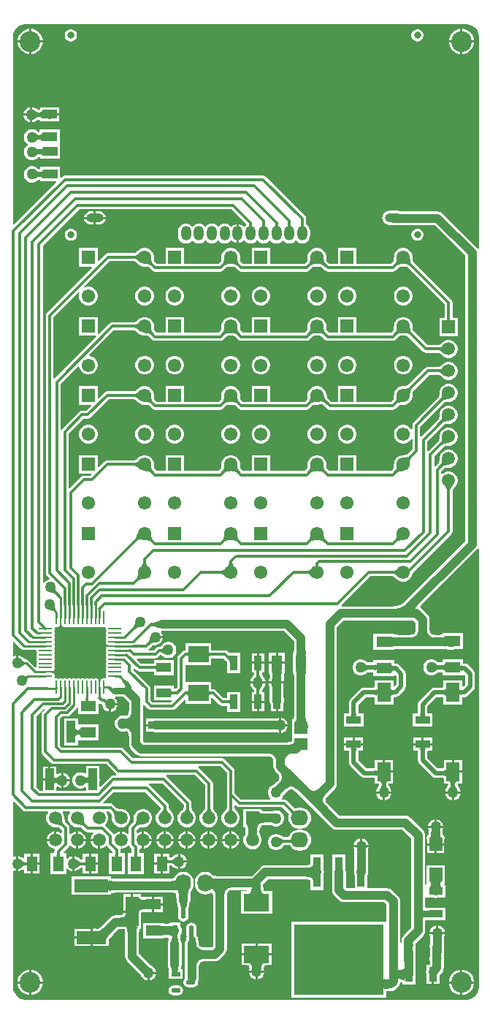
<source format=gtl>
G04*
G04 #@! TF.GenerationSoftware,Altium Limited,Altium Designer,23.6.0 (18)*
G04*
G04 Layer_Physical_Order=1*
G04 Layer_Color=255*
%FSLAX44Y44*%
%MOMM*%
G71*
G04*
G04 #@! TF.SameCoordinates,3CA1A126-1A8B-4A0E-99CF-AA2F4EF1290A*
G04*
G04*
G04 #@! TF.FilePolarity,Positive*
G04*
G01*
G75*
%ADD11C,0.2500*%
%ADD14R,1.8000X1.2500*%
%ADD15O,0.2500X1.5500*%
%ADD16O,1.5500X0.2500*%
%ADD17R,1.7000X0.9500*%
%ADD18R,1.5000X1.5000*%
%ADD19R,2.4000X1.9600*%
G04:AMPARAMS|DCode=20|XSize=1.0552mm|YSize=0.5225mm|CornerRadius=0.2612mm|HoleSize=0mm|Usage=FLASHONLY|Rotation=0.000|XOffset=0mm|YOffset=0mm|HoleType=Round|Shape=RoundedRectangle|*
%AMROUNDEDRECTD20*
21,1,1.0552,0.0000,0,0,0.0*
21,1,0.5328,0.5225,0,0,0.0*
1,1,0.5225,0.2664,0.0000*
1,1,0.5225,-0.2664,0.0000*
1,1,0.5225,-0.2664,0.0000*
1,1,0.5225,0.2664,0.0000*
%
%ADD20ROUNDEDRECTD20*%
%ADD21R,1.0552X0.5225*%
%ADD22R,1.2500X1.8000*%
%ADD23R,1.7062X1.1046*%
%ADD24R,1.6000X2.1800*%
%ADD25R,1.6000X2.2000*%
%ADD26R,1.0000X2.5000*%
%ADD27R,0.9500X1.7000*%
%ADD28R,1.7000X1.1000*%
%ADD29R,1.3046X1.8062*%
%ADD30R,1.5562X1.4549*%
%ADD31R,1.1000X1.3500*%
%ADD32R,1.6000X0.8500*%
%ADD33R,10.4500X8.2000*%
%ADD34R,0.9500X3.5000*%
%ADD35R,3.0000X2.0000*%
G04:AMPARAMS|DCode=36|XSize=1.336mm|YSize=0.5851mm|CornerRadius=0.2925mm|HoleSize=0mm|Usage=FLASHONLY|Rotation=90.000|XOffset=0mm|YOffset=0mm|HoleType=Round|Shape=RoundedRectangle|*
%AMROUNDEDRECTD36*
21,1,1.3360,0.0000,0,0,90.0*
21,1,0.7510,0.5851,0,0,90.0*
1,1,0.5851,0.0000,0.3755*
1,1,0.5851,0.0000,-0.3755*
1,1,0.5851,0.0000,-0.3755*
1,1,0.5851,0.0000,0.3755*
%
%ADD36ROUNDEDRECTD36*%
%ADD37R,0.5851X1.3360*%
%ADD59R,1.5500X1.5500*%
%ADD60C,1.5500*%
%ADD63C,0.3000*%
%ADD64C,1.0000*%
%ADD65C,0.5000*%
%ADD66C,0.7500*%
%ADD67C,0.4000*%
%ADD68O,2.0320X1.7780*%
%ADD69R,4.0000X1.5000*%
%ADD70R,3.5000X1.5000*%
%ADD71R,1.5000X3.5000*%
%ADD72C,1.5000*%
G04:AMPARAMS|DCode=73|XSize=1.2mm|YSize=1.7mm|CornerRadius=0.6mm|HoleSize=0mm|Usage=FLASHONLY|Rotation=0.000|XOffset=0mm|YOffset=0mm|HoleType=Round|Shape=RoundedRectangle|*
%AMROUNDEDRECTD73*
21,1,1.2000,0.5000,0,0,0.0*
21,1,0.0000,1.7000,0,0,0.0*
1,1,1.2000,0.0000,-0.2500*
1,1,1.2000,0.0000,-0.2500*
1,1,1.2000,0.0000,0.2500*
1,1,1.2000,0.0000,0.2500*
%
%ADD73ROUNDEDRECTD73*%
%ADD74O,2.0000X1.0000*%
%ADD75C,0.8000*%
%ADD76C,2.4000*%
%ADD77R,1.5000X1.5000*%
%ADD78O,1.7780X2.0320*%
%ADD79C,1.2700*%
G36*
X484499Y1186000D02*
X484449Y1186475D01*
X484299Y1186900D01*
X484049Y1187275D01*
X483699Y1187600D01*
X483249Y1187875D01*
X482699Y1188100D01*
X482049Y1188275D01*
X481299Y1188400D01*
X480718Y1188451D01*
X480417Y1188422D01*
X479841Y1188325D01*
X479290Y1188189D01*
X478766Y1188014D01*
X478268Y1187800D01*
X477796Y1187547D01*
X477349Y1187255D01*
X476929Y1186925D01*
X476535Y1186555D01*
Y1195445D01*
X476929Y1195076D01*
X477349Y1194745D01*
X477796Y1194453D01*
X478268Y1194200D01*
X478766Y1193986D01*
X479290Y1193811D01*
X479841Y1193675D01*
X480417Y1193578D01*
X480718Y1193549D01*
X481299Y1193600D01*
X482049Y1193725D01*
X482699Y1193900D01*
X483249Y1194125D01*
X483699Y1194400D01*
X484049Y1194725D01*
X484299Y1195100D01*
X484449Y1195525D01*
X484499Y1196000D01*
Y1186000D01*
D02*
G37*
G36*
X465000Y1365000D02*
X975000Y1365000D01*
X975000Y1365000D01*
X975000Y1365000D01*
X976477Y1365000D01*
X979375Y1364423D01*
X982105Y1363293D01*
X984562Y1361651D01*
X986651Y1359562D01*
X988293Y1357105D01*
X989424Y1354375D01*
X990000Y1351477D01*
Y1350000D01*
Y1105453D01*
X988730Y1105022D01*
X988206Y1105706D01*
X948206Y1145706D01*
X946535Y1146988D01*
X944588Y1147794D01*
X942500Y1148069D01*
X898922D01*
X898131Y1148396D01*
X896043Y1148671D01*
X886043D01*
X883955Y1148396D01*
X882009Y1147590D01*
X880337Y1146308D01*
X879055Y1144637D01*
X878249Y1142691D01*
X877974Y1140602D01*
X878249Y1138514D01*
X879055Y1136568D01*
X880337Y1134897D01*
X882009Y1133614D01*
X883955Y1132808D01*
X886043Y1132533D01*
X888164D01*
X888955Y1132206D01*
X891043Y1131931D01*
X939158D01*
X974431Y1096658D01*
Y1075000D01*
X974431Y1075000D01*
X974431Y765842D01*
X905167Y696578D01*
X904056Y695544D01*
X902736Y694488D01*
X901376Y693564D01*
X899974Y692768D01*
X898525Y692096D01*
X897026Y691547D01*
X895471Y691118D01*
X893856Y690810D01*
X892176Y690623D01*
X890659Y690569D01*
X831354D01*
X830828Y691839D01*
X864400Y725412D01*
X890484D01*
X890680Y725374D01*
X890994Y725275D01*
X891376Y725111D01*
X891822Y724874D01*
X892324Y724556D01*
X892845Y724177D01*
X894135Y723067D01*
X894823Y722392D01*
X895061Y722236D01*
X895899Y721398D01*
X898351Y719983D01*
X901085Y719250D01*
X903915D01*
X906649Y719983D01*
X909101Y721398D01*
X911102Y723399D01*
X912517Y725851D01*
X913250Y728585D01*
Y729261D01*
X958244Y774256D01*
X959239Y775744D01*
X959588Y777500D01*
Y824691D01*
X959622Y824872D01*
X959715Y825171D01*
X959868Y825534D01*
X960090Y825956D01*
X960388Y826431D01*
X960743Y826923D01*
X961794Y828149D01*
X962434Y828802D01*
X962590Y829041D01*
X963402Y829853D01*
X964784Y832247D01*
X965500Y834918D01*
Y837682D01*
X964784Y840353D01*
X963402Y842747D01*
X961447Y844702D01*
X959053Y846084D01*
X956382Y846800D01*
X953618D01*
X950947Y846084D01*
X948553Y844702D01*
X947858Y844007D01*
X946588Y844533D01*
Y846800D01*
X950036Y850247D01*
X950187Y850350D01*
X950465Y850497D01*
X950829Y850645D01*
X951284Y850786D01*
X951832Y850911D01*
X952430Y851008D01*
X954041Y851133D01*
X954955Y851142D01*
X955234Y851200D01*
X956382D01*
X959053Y851916D01*
X961447Y853298D01*
X963402Y855253D01*
X964784Y857647D01*
X965500Y860318D01*
Y863082D01*
X964784Y865753D01*
X963402Y868147D01*
X961447Y870102D01*
X959053Y871484D01*
X956382Y872200D01*
X953618D01*
X950947Y871484D01*
X948553Y870102D01*
X946598Y868147D01*
X945216Y865753D01*
X944500Y863082D01*
Y861966D01*
X944443Y861719D01*
X944386Y859860D01*
X944314Y859169D01*
X944212Y858532D01*
X944086Y857984D01*
X943945Y857529D01*
X943796Y857165D01*
X943650Y856887D01*
X943547Y856736D01*
X939858Y853047D01*
X938588Y853573D01*
Y864200D01*
X950036Y875647D01*
X950187Y875750D01*
X950465Y875897D01*
X950829Y876045D01*
X951284Y876186D01*
X951832Y876311D01*
X952430Y876408D01*
X954041Y876533D01*
X954955Y876542D01*
X955234Y876600D01*
X956382D01*
X959053Y877316D01*
X961447Y878698D01*
X963402Y880653D01*
X964784Y883047D01*
X965500Y885718D01*
Y888482D01*
X964784Y891153D01*
X963402Y893547D01*
X961447Y895502D01*
X959053Y896884D01*
X956382Y897600D01*
X953618D01*
X950947Y896884D01*
X948553Y895502D01*
X946598Y893547D01*
X945216Y891153D01*
X944500Y888482D01*
Y887366D01*
X944443Y887119D01*
X944386Y885260D01*
X944314Y884569D01*
X944212Y883932D01*
X944086Y883384D01*
X943945Y882929D01*
X943796Y882565D01*
X943650Y882287D01*
X943547Y882136D01*
X931608Y870197D01*
X930338Y870723D01*
Y881349D01*
X943244Y894256D01*
X943244Y894256D01*
X950036Y901047D01*
X950187Y901150D01*
X950465Y901296D01*
X950829Y901445D01*
X951284Y901586D01*
X951832Y901712D01*
X952430Y901808D01*
X954041Y901933D01*
X954955Y901942D01*
X955234Y902000D01*
X956382D01*
X959053Y902716D01*
X961447Y904098D01*
X963402Y906053D01*
X964784Y908447D01*
X965500Y911118D01*
Y913882D01*
X964784Y916553D01*
X963402Y918947D01*
X961447Y920902D01*
X959053Y922284D01*
X956382Y923000D01*
X953618D01*
X950947Y922284D01*
X948553Y920902D01*
X946598Y918947D01*
X945216Y916553D01*
X944500Y913882D01*
Y912766D01*
X944443Y912519D01*
X944386Y910660D01*
X944314Y909969D01*
X944212Y909332D01*
X944086Y908784D01*
X943945Y908329D01*
X943796Y907965D01*
X943650Y907687D01*
X943547Y907536D01*
X936756Y900744D01*
X936756Y900744D01*
X923358Y887347D01*
X922088Y887873D01*
Y898500D01*
X950036Y926447D01*
X950187Y926550D01*
X950465Y926696D01*
X950829Y926845D01*
X951284Y926986D01*
X951832Y927112D01*
X952430Y927208D01*
X954041Y927333D01*
X954955Y927342D01*
X955234Y927400D01*
X956382D01*
X959053Y928116D01*
X961447Y929498D01*
X963402Y931453D01*
X964784Y933847D01*
X965500Y936518D01*
Y939282D01*
X964784Y941953D01*
X963402Y944347D01*
X961447Y946302D01*
X959053Y947684D01*
X956382Y948400D01*
X953618D01*
X950947Y947684D01*
X948553Y946302D01*
X946598Y944347D01*
X945216Y941953D01*
X944500Y939282D01*
Y938166D01*
X944443Y937919D01*
X944386Y936060D01*
X944314Y935369D01*
X944212Y934732D01*
X944086Y934184D01*
X943945Y933729D01*
X943796Y933365D01*
X943650Y933087D01*
X943547Y932936D01*
X914256Y903644D01*
X913261Y902156D01*
X912912Y900400D01*
Y896006D01*
X911642Y895666D01*
X911102Y896601D01*
X909101Y898602D01*
X906649Y900017D01*
X903915Y900750D01*
X901085D01*
X898351Y900017D01*
X895899Y898602D01*
X893898Y896601D01*
X892483Y894149D01*
X891750Y891415D01*
Y888585D01*
X892483Y885851D01*
X893898Y883399D01*
X895899Y881398D01*
X898351Y879983D01*
X901085Y879250D01*
X903915D01*
X906649Y879983D01*
X909101Y881398D01*
X911102Y883399D01*
X911642Y884334D01*
X912912Y883994D01*
Y872557D01*
X907351Y866996D01*
X907185Y866883D01*
X906876Y866718D01*
X906467Y866545D01*
X905955Y866375D01*
X905344Y866216D01*
X904669Y866081D01*
X902909Y865859D01*
X901908Y865792D01*
X901752Y865750D01*
X901085D01*
X898351Y865017D01*
X895899Y863602D01*
X893898Y861601D01*
X892483Y859149D01*
X891750Y856415D01*
Y855262D01*
X891693Y855014D01*
X891635Y853062D01*
X891561Y852329D01*
X891455Y851654D01*
X891324Y851074D01*
X891178Y850591D01*
X891023Y850205D01*
X890871Y849913D01*
X890759Y849748D01*
X888350Y847338D01*
X848250D01*
Y865750D01*
X826750D01*
Y847338D01*
X816650D01*
X814241Y849748D01*
X814130Y849913D01*
X813977Y850205D01*
X813822Y850591D01*
X813676Y851074D01*
X813545Y851654D01*
X813445Y852290D01*
X813317Y853987D01*
X813308Y854951D01*
X813250Y855230D01*
Y856415D01*
X812517Y859149D01*
X811102Y861601D01*
X809101Y863602D01*
X806649Y865017D01*
X803915Y865750D01*
X801085D01*
X798351Y865017D01*
X795899Y863602D01*
X793898Y861601D01*
X792483Y859149D01*
X791750Y856415D01*
Y855262D01*
X791693Y855014D01*
X791635Y853062D01*
X791561Y852329D01*
X791455Y851654D01*
X791324Y851074D01*
X791178Y850591D01*
X791023Y850205D01*
X790871Y849913D01*
X790759Y849748D01*
X788350Y847338D01*
X748250D01*
Y865750D01*
X726750D01*
Y847338D01*
X716650D01*
X714241Y849748D01*
X714130Y849913D01*
X713977Y850205D01*
X713822Y850591D01*
X713676Y851074D01*
X713546Y851654D01*
X713445Y852291D01*
X713317Y853987D01*
X713308Y854951D01*
X713250Y855230D01*
Y856415D01*
X712517Y859149D01*
X711102Y861601D01*
X709101Y863602D01*
X706649Y865017D01*
X703915Y865750D01*
X701085D01*
X698351Y865017D01*
X695899Y863602D01*
X693898Y861601D01*
X692483Y859149D01*
X691750Y856415D01*
Y855262D01*
X691693Y855014D01*
X691635Y853062D01*
X691561Y852329D01*
X691455Y851654D01*
X691324Y851074D01*
X691178Y850591D01*
X691023Y850205D01*
X690871Y849913D01*
X690759Y849748D01*
X688350Y847338D01*
X648250D01*
Y865750D01*
X626750D01*
Y847338D01*
X616651D01*
X614241Y849748D01*
X614130Y849913D01*
X613977Y850205D01*
X613823Y850591D01*
X613676Y851074D01*
X613545Y851654D01*
X613445Y852290D01*
X613317Y853987D01*
X613308Y854951D01*
X613250Y855230D01*
Y856415D01*
X612517Y859149D01*
X611102Y861601D01*
X609101Y863602D01*
X606649Y865017D01*
X603915Y865750D01*
X601085D01*
X598351Y865017D01*
X595899Y863602D01*
X595084Y862786D01*
X594868Y862652D01*
X593447Y861313D01*
X592876Y860846D01*
X592324Y860444D01*
X591822Y860126D01*
X591376Y859889D01*
X590994Y859725D01*
X590680Y859626D01*
X590485Y859588D01*
X559364D01*
X557608Y859239D01*
X556120Y858244D01*
X549423Y851548D01*
X548250Y852034D01*
Y865750D01*
X526750D01*
Y844250D01*
X540466D01*
X540952Y843077D01*
X540018Y842142D01*
X532554D01*
X530798Y841793D01*
X529310Y840798D01*
X515761Y827250D01*
X514588Y827736D01*
Y890600D01*
X531955Y907966D01*
X536918D01*
X538674Y908315D01*
X540162Y909310D01*
X561264Y930412D01*
X590485D01*
X590680Y930374D01*
X590994Y930275D01*
X591376Y930111D01*
X591822Y929874D01*
X592324Y929556D01*
X592845Y929177D01*
X594135Y928067D01*
X594823Y927392D01*
X595061Y927236D01*
X595899Y926398D01*
X598351Y924983D01*
X601085Y924250D01*
X602239D01*
X602486Y924193D01*
X604438Y924135D01*
X605172Y924061D01*
X605846Y923955D01*
X606426Y923824D01*
X606909Y923678D01*
X607295Y923523D01*
X607587Y923371D01*
X607752Y923259D01*
X611506Y919506D01*
X612994Y918511D01*
X614750Y918162D01*
X690250D01*
X692006Y918511D01*
X693494Y919506D01*
X697248Y923259D01*
X697413Y923371D01*
X697705Y923523D01*
X698091Y923678D01*
X698574Y923824D01*
X699154Y923955D01*
X699790Y924055D01*
X701487Y924183D01*
X702451Y924192D01*
X702472Y924196D01*
X702486Y924193D01*
X704438Y924135D01*
X705172Y924061D01*
X705846Y923955D01*
X706426Y923824D01*
X706909Y923678D01*
X707295Y923523D01*
X707587Y923371D01*
X707752Y923260D01*
X711506Y919506D01*
X712994Y918511D01*
X714750Y918162D01*
X790250D01*
X792006Y918511D01*
X793494Y919506D01*
X797248Y923259D01*
X797413Y923371D01*
X797705Y923523D01*
X798091Y923678D01*
X798574Y923824D01*
X799154Y923955D01*
X799790Y924055D01*
X801487Y924183D01*
X802451Y924192D01*
X802730Y924250D01*
X803915D01*
X804769Y924479D01*
X804987Y924482D01*
X805843Y924667D01*
X806536Y924771D01*
X807146Y924820D01*
X807670Y924819D01*
X808105Y924777D01*
X808456Y924706D01*
X808733Y924615D01*
X808950Y924511D01*
X809095Y924416D01*
X814006Y919506D01*
X815494Y918511D01*
X817250Y918162D01*
X890250D01*
X892006Y918511D01*
X893494Y919506D01*
X897248Y923259D01*
X897413Y923371D01*
X897705Y923523D01*
X898091Y923678D01*
X898574Y923824D01*
X899154Y923955D01*
X899790Y924055D01*
X901487Y924183D01*
X902451Y924192D01*
X902730Y924250D01*
X903915D01*
X906649Y924983D01*
X909101Y926398D01*
X911102Y928399D01*
X912517Y930851D01*
X913250Y933585D01*
Y934738D01*
X913307Y934986D01*
X913365Y936938D01*
X913439Y937672D01*
X913545Y938346D01*
X913676Y938926D01*
X913822Y939409D01*
X913977Y939795D01*
X914129Y940087D01*
X914241Y940252D01*
X932701Y958712D01*
X943391D01*
X943572Y958678D01*
X943871Y958585D01*
X944233Y958432D01*
X944656Y958210D01*
X945131Y957912D01*
X945623Y957557D01*
X946850Y956506D01*
X947502Y955866D01*
X947741Y955710D01*
X948553Y954898D01*
X950947Y953516D01*
X953618Y952800D01*
X956382D01*
X959053Y953516D01*
X961447Y954898D01*
X963402Y956853D01*
X964784Y959247D01*
X965500Y961918D01*
Y964682D01*
X964784Y967353D01*
X963402Y969747D01*
X961447Y971702D01*
X959053Y973084D01*
X956382Y973800D01*
X953618D01*
X950947Y973084D01*
X948553Y971702D01*
X947763Y970912D01*
X947549Y970779D01*
X946193Y969504D01*
X945654Y969066D01*
X945131Y968688D01*
X944656Y968390D01*
X944233Y968168D01*
X943871Y968015D01*
X943572Y967923D01*
X943391Y967888D01*
X930800D01*
X929044Y967539D01*
X927556Y966544D01*
X907752Y946741D01*
X907587Y946630D01*
X907295Y946477D01*
X906909Y946322D01*
X906426Y946176D01*
X905846Y946046D01*
X905210Y945945D01*
X903513Y945817D01*
X902549Y945808D01*
X902270Y945750D01*
X901085D01*
X898351Y945017D01*
X895899Y943602D01*
X893898Y941601D01*
X892483Y939149D01*
X891750Y936415D01*
Y935262D01*
X891693Y935014D01*
X891635Y933062D01*
X891561Y932329D01*
X891455Y931654D01*
X891324Y931074D01*
X891178Y930591D01*
X891023Y930205D01*
X890871Y929913D01*
X890759Y929748D01*
X888350Y927338D01*
X848250D01*
Y945750D01*
X826750D01*
Y927338D01*
X819150D01*
X815101Y931388D01*
X814996Y931538D01*
X814798Y931881D01*
X814571Y932344D01*
X814361Y932843D01*
X813288Y936341D01*
X813041Y937392D01*
X812913Y937672D01*
X812517Y939149D01*
X811102Y941601D01*
X809101Y943602D01*
X806649Y945017D01*
X803915Y945750D01*
X801085D01*
X798351Y945017D01*
X795899Y943602D01*
X793898Y941601D01*
X792483Y939149D01*
X791750Y936415D01*
Y935262D01*
X791693Y935014D01*
X791635Y933062D01*
X791561Y932329D01*
X791455Y931654D01*
X791324Y931074D01*
X791178Y930591D01*
X791023Y930205D01*
X790871Y929913D01*
X790759Y929748D01*
X788350Y927338D01*
X748250D01*
Y945750D01*
X726750D01*
Y927338D01*
X716650D01*
X714241Y929748D01*
X714130Y929913D01*
X713977Y930205D01*
X713822Y930591D01*
X713676Y931074D01*
X713546Y931654D01*
X713445Y932291D01*
X713317Y933987D01*
X713308Y934951D01*
X713250Y935230D01*
Y936415D01*
X712517Y939149D01*
X711102Y941601D01*
X709101Y943602D01*
X706649Y945017D01*
X703915Y945750D01*
X701085D01*
X698351Y945017D01*
X695899Y943602D01*
X693898Y941601D01*
X692483Y939149D01*
X691750Y936415D01*
Y935262D01*
X691693Y935014D01*
X691635Y933062D01*
X691561Y932329D01*
X691455Y931654D01*
X691324Y931074D01*
X691178Y930591D01*
X691023Y930205D01*
X690871Y929913D01*
X690759Y929748D01*
X688350Y927338D01*
X648250D01*
Y945750D01*
X626750D01*
Y927338D01*
X616651D01*
X614241Y929748D01*
X614130Y929913D01*
X613977Y930205D01*
X613823Y930591D01*
X613676Y931074D01*
X613545Y931654D01*
X613445Y932290D01*
X613317Y933987D01*
X613308Y934951D01*
X613250Y935230D01*
Y936415D01*
X612517Y939149D01*
X611102Y941601D01*
X609101Y943602D01*
X606649Y945017D01*
X603915Y945750D01*
X601085D01*
X598351Y945017D01*
X595899Y943602D01*
X595084Y942786D01*
X594868Y942652D01*
X593447Y941313D01*
X592876Y940846D01*
X592324Y940444D01*
X591822Y940126D01*
X591376Y939889D01*
X590994Y939725D01*
X590680Y939626D01*
X590485Y939588D01*
X559364D01*
X557608Y939239D01*
X556120Y938244D01*
X549423Y931548D01*
X548250Y932034D01*
Y945750D01*
X526750D01*
Y924250D01*
X540466D01*
X540952Y923077D01*
X535018Y917142D01*
X530054D01*
X528298Y916793D01*
X526810Y915798D01*
X506756Y895744D01*
X506484Y895338D01*
X505214Y895724D01*
Y948550D01*
X525615Y968950D01*
X526812Y968352D01*
X527483Y965851D01*
X528898Y963399D01*
X530899Y961398D01*
X533351Y959983D01*
X536085Y959250D01*
X538915D01*
X541649Y959983D01*
X544101Y961398D01*
X546102Y963399D01*
X547517Y965851D01*
X548250Y968585D01*
Y971415D01*
X547517Y974149D01*
X546102Y976601D01*
X544101Y978602D01*
X541649Y980017D01*
X539148Y980688D01*
X538550Y981885D01*
X567076Y1010412D01*
X590485D01*
X590680Y1010374D01*
X590994Y1010275D01*
X591376Y1010111D01*
X591822Y1009874D01*
X592324Y1009556D01*
X592845Y1009177D01*
X594135Y1008067D01*
X594823Y1007392D01*
X595061Y1007236D01*
X595899Y1006398D01*
X598351Y1004983D01*
X601085Y1004250D01*
X602239D01*
X602486Y1004193D01*
X604438Y1004135D01*
X605172Y1004061D01*
X605846Y1003955D01*
X606426Y1003824D01*
X606909Y1003678D01*
X607295Y1003523D01*
X607587Y1003371D01*
X607752Y1003259D01*
X611506Y999506D01*
X612994Y998511D01*
X614750Y998162D01*
X690250D01*
X692006Y998511D01*
X693494Y999506D01*
X697248Y1003259D01*
X697413Y1003371D01*
X697705Y1003523D01*
X698091Y1003678D01*
X698574Y1003824D01*
X699154Y1003955D01*
X699790Y1004055D01*
X701487Y1004183D01*
X702451Y1004192D01*
X702472Y1004196D01*
X702486Y1004193D01*
X704438Y1004135D01*
X705172Y1004061D01*
X705846Y1003955D01*
X706426Y1003824D01*
X706909Y1003678D01*
X707295Y1003523D01*
X707587Y1003371D01*
X707752Y1003259D01*
X711506Y999506D01*
X712994Y998511D01*
X714750Y998162D01*
X790250D01*
X792006Y998511D01*
X793494Y999506D01*
X797248Y1003259D01*
X797413Y1003371D01*
X797705Y1003523D01*
X798091Y1003678D01*
X798574Y1003824D01*
X799154Y1003955D01*
X799790Y1004055D01*
X801487Y1004183D01*
X802451Y1004192D01*
X802472Y1004196D01*
X802486Y1004193D01*
X804438Y1004135D01*
X805172Y1004061D01*
X805846Y1003955D01*
X806426Y1003824D01*
X806909Y1003678D01*
X807295Y1003523D01*
X807587Y1003371D01*
X807752Y1003259D01*
X811506Y999506D01*
X812994Y998511D01*
X814750Y998162D01*
X890250D01*
X892006Y998511D01*
X893494Y999506D01*
X897248Y1003259D01*
X897413Y1003371D01*
X897705Y1003523D01*
X898091Y1003678D01*
X898574Y1003824D01*
X899154Y1003955D01*
X899790Y1004055D01*
X901487Y1004183D01*
X902451Y1004192D01*
X902472Y1004196D01*
X902486Y1004193D01*
X904438Y1004135D01*
X905172Y1004061D01*
X905846Y1003955D01*
X906426Y1003824D01*
X906909Y1003678D01*
X907295Y1003523D01*
X907587Y1003371D01*
X907752Y1003259D01*
X925556Y985456D01*
X927044Y984461D01*
X928800Y984112D01*
X943391D01*
X943572Y984078D01*
X943871Y983985D01*
X944233Y983832D01*
X944656Y983610D01*
X945131Y983312D01*
X945623Y982957D01*
X946850Y981906D01*
X947502Y981266D01*
X947741Y981110D01*
X948553Y980298D01*
X950947Y978916D01*
X953618Y978200D01*
X956382D01*
X959053Y978916D01*
X961447Y980298D01*
X963402Y982253D01*
X964784Y984647D01*
X965500Y987318D01*
Y990082D01*
X964784Y992753D01*
X963402Y995147D01*
X961447Y997102D01*
X959053Y998484D01*
X956382Y999200D01*
X953618D01*
X950947Y998484D01*
X948553Y997102D01*
X947763Y996312D01*
X947549Y996179D01*
X946193Y994904D01*
X945654Y994466D01*
X945131Y994088D01*
X944656Y993790D01*
X944233Y993568D01*
X943871Y993415D01*
X943572Y993323D01*
X943391Y993288D01*
X930701D01*
X914241Y1009748D01*
X914130Y1009913D01*
X913977Y1010205D01*
X913822Y1010591D01*
X913676Y1011074D01*
X913545Y1011654D01*
X913445Y1012290D01*
X913317Y1013987D01*
X913308Y1014951D01*
X913250Y1015230D01*
Y1016415D01*
X912517Y1019149D01*
X911102Y1021601D01*
X909101Y1023602D01*
X906649Y1025017D01*
X903915Y1025750D01*
X901085D01*
X898351Y1025017D01*
X895899Y1023602D01*
X893898Y1021601D01*
X892483Y1019149D01*
X891750Y1016415D01*
Y1015262D01*
X891693Y1015014D01*
X891635Y1013062D01*
X891561Y1012329D01*
X891455Y1011654D01*
X891324Y1011074D01*
X891178Y1010591D01*
X891023Y1010205D01*
X890871Y1009913D01*
X890759Y1009748D01*
X888350Y1007338D01*
X848250D01*
Y1025750D01*
X826750D01*
Y1007338D01*
X816650D01*
X814241Y1009748D01*
X814130Y1009913D01*
X813977Y1010205D01*
X813822Y1010591D01*
X813676Y1011074D01*
X813545Y1011654D01*
X813445Y1012290D01*
X813317Y1013987D01*
X813308Y1014951D01*
X813250Y1015230D01*
Y1016415D01*
X812517Y1019149D01*
X811102Y1021601D01*
X809101Y1023602D01*
X806649Y1025017D01*
X803915Y1025750D01*
X801085D01*
X798351Y1025017D01*
X795899Y1023602D01*
X793898Y1021601D01*
X792483Y1019149D01*
X791750Y1016415D01*
Y1015262D01*
X791693Y1015014D01*
X791635Y1013062D01*
X791561Y1012329D01*
X791455Y1011654D01*
X791324Y1011074D01*
X791178Y1010591D01*
X791023Y1010205D01*
X790871Y1009913D01*
X790759Y1009748D01*
X788350Y1007338D01*
X748250D01*
Y1025750D01*
X726750D01*
Y1007338D01*
X716650D01*
X714241Y1009748D01*
X714130Y1009913D01*
X713977Y1010205D01*
X713822Y1010591D01*
X713676Y1011074D01*
X713545Y1011654D01*
X713445Y1012290D01*
X713317Y1013987D01*
X713308Y1014951D01*
X713250Y1015230D01*
Y1016415D01*
X712517Y1019149D01*
X711102Y1021601D01*
X709101Y1023602D01*
X706649Y1025017D01*
X703915Y1025750D01*
X701085D01*
X698351Y1025017D01*
X695899Y1023602D01*
X693898Y1021601D01*
X692483Y1019149D01*
X691750Y1016415D01*
Y1015262D01*
X691693Y1015014D01*
X691635Y1013062D01*
X691561Y1012329D01*
X691455Y1011654D01*
X691324Y1011074D01*
X691178Y1010591D01*
X691023Y1010205D01*
X690871Y1009913D01*
X690759Y1009748D01*
X688350Y1007338D01*
X648250D01*
Y1025750D01*
X626750D01*
Y1007338D01*
X616651D01*
X614241Y1009748D01*
X614130Y1009913D01*
X613977Y1010205D01*
X613823Y1010591D01*
X613676Y1011074D01*
X613545Y1011654D01*
X613445Y1012290D01*
X613317Y1013987D01*
X613308Y1014951D01*
X613250Y1015230D01*
Y1016415D01*
X612517Y1019149D01*
X611102Y1021601D01*
X609101Y1023602D01*
X606649Y1025017D01*
X603915Y1025750D01*
X601085D01*
X598351Y1025017D01*
X595899Y1023602D01*
X595084Y1022786D01*
X594868Y1022651D01*
X593447Y1021313D01*
X592876Y1020846D01*
X592324Y1020444D01*
X591822Y1020126D01*
X591376Y1019889D01*
X590994Y1019725D01*
X590680Y1019626D01*
X590485Y1019588D01*
X565176D01*
X563420Y1019239D01*
X561932Y1018244D01*
X549423Y1005736D01*
X548250Y1006222D01*
Y1025750D01*
X526750D01*
Y1004250D01*
X546278D01*
X546764Y1003077D01*
X498358Y954671D01*
X497088Y955197D01*
Y1025600D01*
X526533Y1055044D01*
X527549Y1054264D01*
X527483Y1054149D01*
X526750Y1051415D01*
Y1048585D01*
X527483Y1045851D01*
X528898Y1043399D01*
X530899Y1041398D01*
X533351Y1039983D01*
X536085Y1039250D01*
X538915D01*
X541649Y1039983D01*
X544101Y1041398D01*
X546102Y1043399D01*
X547517Y1045851D01*
X548250Y1048585D01*
Y1051415D01*
X547517Y1054149D01*
X546102Y1056601D01*
X544101Y1058602D01*
X541649Y1060017D01*
X538915Y1060750D01*
X536085D01*
X533351Y1060017D01*
X533236Y1059951D01*
X532456Y1060967D01*
X561901Y1090412D01*
X590485D01*
X590680Y1090374D01*
X590994Y1090275D01*
X591376Y1090111D01*
X591822Y1089874D01*
X592324Y1089556D01*
X592845Y1089177D01*
X594135Y1088067D01*
X594823Y1087392D01*
X595061Y1087236D01*
X595899Y1086398D01*
X598351Y1084983D01*
X601085Y1084250D01*
X602239D01*
X602486Y1084193D01*
X604438Y1084135D01*
X605172Y1084061D01*
X605846Y1083955D01*
X606426Y1083824D01*
X606909Y1083678D01*
X607295Y1083523D01*
X607587Y1083371D01*
X607752Y1083260D01*
X611506Y1079506D01*
X612994Y1078511D01*
X614750Y1078162D01*
X690250D01*
X692006Y1078511D01*
X693494Y1079506D01*
X697248Y1083260D01*
X697413Y1083371D01*
X697705Y1083523D01*
X698091Y1083678D01*
X698574Y1083824D01*
X699154Y1083955D01*
X699790Y1084055D01*
X701487Y1084183D01*
X702451Y1084192D01*
X702472Y1084196D01*
X702486Y1084193D01*
X704438Y1084135D01*
X705172Y1084061D01*
X705846Y1083955D01*
X706426Y1083824D01*
X706909Y1083678D01*
X707295Y1083523D01*
X707587Y1083371D01*
X707752Y1083260D01*
X711506Y1079506D01*
X712994Y1078511D01*
X714750Y1078162D01*
X790250D01*
X792006Y1078511D01*
X793494Y1079506D01*
X797248Y1083260D01*
X797413Y1083371D01*
X797705Y1083523D01*
X798091Y1083678D01*
X798574Y1083824D01*
X799154Y1083955D01*
X799790Y1084055D01*
X801487Y1084183D01*
X802451Y1084192D01*
X802472Y1084196D01*
X802486Y1084193D01*
X804438Y1084135D01*
X805172Y1084061D01*
X805846Y1083955D01*
X806426Y1083824D01*
X806909Y1083678D01*
X807295Y1083523D01*
X807587Y1083371D01*
X807752Y1083260D01*
X811506Y1079506D01*
X812994Y1078511D01*
X814750Y1078162D01*
X890250D01*
X892006Y1078511D01*
X893494Y1079506D01*
X897248Y1083260D01*
X897413Y1083371D01*
X897705Y1083523D01*
X898091Y1083678D01*
X898574Y1083824D01*
X899154Y1083955D01*
X899790Y1084055D01*
X901487Y1084183D01*
X902451Y1084192D01*
X902472Y1084196D01*
X902486Y1084193D01*
X904438Y1084135D01*
X905172Y1084061D01*
X905846Y1083955D01*
X906426Y1083824D01*
X906909Y1083678D01*
X907295Y1083523D01*
X907587Y1083371D01*
X907752Y1083260D01*
X950412Y1040600D01*
Y1024600D01*
X944500D01*
Y1003600D01*
X965500D01*
Y1024600D01*
X959588D01*
Y1042500D01*
X959239Y1044256D01*
X958244Y1045744D01*
X914241Y1089748D01*
X914130Y1089913D01*
X913977Y1090205D01*
X913822Y1090591D01*
X913676Y1091074D01*
X913545Y1091654D01*
X913445Y1092290D01*
X913317Y1093987D01*
X913308Y1094951D01*
X913250Y1095230D01*
Y1096415D01*
X912517Y1099149D01*
X911102Y1101601D01*
X909101Y1103602D01*
X906649Y1105017D01*
X903915Y1105750D01*
X901085D01*
X898351Y1105017D01*
X895899Y1103602D01*
X893898Y1101601D01*
X892483Y1099149D01*
X891750Y1096415D01*
Y1095262D01*
X891693Y1095014D01*
X891635Y1093062D01*
X891561Y1092329D01*
X891455Y1091654D01*
X891324Y1091074D01*
X891178Y1090591D01*
X891023Y1090205D01*
X890871Y1089913D01*
X890759Y1089748D01*
X888350Y1087338D01*
X848250D01*
Y1105750D01*
X826750D01*
Y1087338D01*
X816650D01*
X814241Y1089748D01*
X814130Y1089913D01*
X813977Y1090205D01*
X813822Y1090591D01*
X813676Y1091074D01*
X813545Y1091654D01*
X813445Y1092290D01*
X813317Y1093987D01*
X813308Y1094951D01*
X813250Y1095230D01*
Y1096415D01*
X812517Y1099149D01*
X811102Y1101601D01*
X809101Y1103602D01*
X806649Y1105017D01*
X803915Y1105750D01*
X801085D01*
X798351Y1105017D01*
X795899Y1103602D01*
X793898Y1101601D01*
X792483Y1099149D01*
X791750Y1096415D01*
Y1095262D01*
X791693Y1095014D01*
X791635Y1093062D01*
X791561Y1092329D01*
X791455Y1091654D01*
X791324Y1091074D01*
X791178Y1090591D01*
X791023Y1090205D01*
X790871Y1089913D01*
X790759Y1089748D01*
X788350Y1087338D01*
X748250D01*
Y1105750D01*
X726750D01*
Y1087338D01*
X716650D01*
X714241Y1089748D01*
X714130Y1089913D01*
X713977Y1090205D01*
X713822Y1090591D01*
X713676Y1091074D01*
X713545Y1091654D01*
X713445Y1092290D01*
X713317Y1093987D01*
X713308Y1094951D01*
X713250Y1095230D01*
Y1096415D01*
X712517Y1099149D01*
X711102Y1101601D01*
X709101Y1103602D01*
X706649Y1105017D01*
X703915Y1105750D01*
X701085D01*
X698351Y1105017D01*
X695899Y1103602D01*
X693898Y1101601D01*
X692483Y1099149D01*
X691750Y1096415D01*
Y1095262D01*
X691693Y1095014D01*
X691635Y1093062D01*
X691561Y1092329D01*
X691455Y1091654D01*
X691324Y1091074D01*
X691178Y1090591D01*
X691023Y1090205D01*
X690871Y1089913D01*
X690759Y1089748D01*
X688350Y1087338D01*
X648250D01*
Y1105750D01*
X626750D01*
Y1087338D01*
X616651D01*
X614241Y1089748D01*
X614130Y1089913D01*
X613977Y1090205D01*
X613823Y1090591D01*
X613676Y1091074D01*
X613545Y1091654D01*
X613445Y1092290D01*
X613317Y1093987D01*
X613308Y1094951D01*
X613250Y1095230D01*
Y1096415D01*
X612517Y1099149D01*
X611102Y1101601D01*
X609101Y1103602D01*
X606649Y1105017D01*
X603915Y1105750D01*
X601085D01*
X598351Y1105017D01*
X595899Y1103602D01*
X595084Y1102786D01*
X594868Y1102652D01*
X593447Y1101313D01*
X592876Y1100846D01*
X592324Y1100444D01*
X591822Y1100126D01*
X591376Y1099889D01*
X590994Y1099725D01*
X590680Y1099626D01*
X590485Y1099588D01*
X560000D01*
X558244Y1099239D01*
X556756Y1098244D01*
X549423Y1090912D01*
X548250Y1091398D01*
Y1105750D01*
X526750D01*
Y1084250D01*
X541102D01*
X541588Y1083077D01*
X489256Y1030744D01*
X488261Y1029256D01*
X487912Y1027500D01*
Y729343D01*
X488261Y727587D01*
X489256Y726099D01*
X492535Y722820D01*
X492049Y721646D01*
X491839D01*
X489579Y721040D01*
X487551Y719870D01*
X485896Y718215D01*
X485858Y718149D01*
X484588Y718490D01*
X484588Y1108100D01*
X526900Y1150412D01*
X703100D01*
X720104Y1133407D01*
X720021Y1132140D01*
X719081Y1131419D01*
X718345Y1130460D01*
X717075D01*
X716591Y1131091D01*
X714807Y1132460D01*
X712729Y1133320D01*
X711770Y1133447D01*
Y1122500D01*
Y1111553D01*
X712729Y1111680D01*
X714807Y1112540D01*
X716591Y1113909D01*
X717075Y1114540D01*
X718345D01*
X719081Y1113581D01*
X720961Y1112139D01*
X723150Y1111232D01*
X725500Y1110922D01*
X727850Y1111232D01*
X730039Y1112139D01*
X731919Y1113581D01*
X732365Y1114163D01*
X733635D01*
X734081Y1113581D01*
X735961Y1112139D01*
X738150Y1111232D01*
X740500Y1110922D01*
X742850Y1111232D01*
X745039Y1112139D01*
X746919Y1113581D01*
X747365Y1114163D01*
X748635D01*
X749081Y1113581D01*
X750961Y1112139D01*
X753150Y1111232D01*
X755500Y1110922D01*
X757850Y1111232D01*
X760039Y1112139D01*
X761919Y1113581D01*
X762365Y1114163D01*
X763635D01*
X764081Y1113581D01*
X765961Y1112139D01*
X768150Y1111232D01*
X770500Y1110922D01*
X772850Y1111232D01*
X775039Y1112139D01*
X776919Y1113581D01*
X777365Y1114163D01*
X778635D01*
X779081Y1113581D01*
X780961Y1112139D01*
X783150Y1111232D01*
X785500Y1110922D01*
X787850Y1111232D01*
X790039Y1112139D01*
X791919Y1113581D01*
X793362Y1115461D01*
X794268Y1117651D01*
X794578Y1120000D01*
Y1125000D01*
X794268Y1127349D01*
X793362Y1129539D01*
X791919Y1131419D01*
X790119Y1132800D01*
X790088Y1133103D01*
Y1139500D01*
X789739Y1141256D01*
X788744Y1142744D01*
X743244Y1188244D01*
X741756Y1189239D01*
X740000Y1189588D01*
X510000D01*
X508244Y1189239D01*
X506756Y1188244D01*
X505704Y1187193D01*
X504531Y1187679D01*
Y1200007D01*
X481469D01*
Y1197560D01*
X481006Y1197151D01*
X480199Y1196737D01*
X480144Y1196751D01*
X479856Y1196847D01*
X479596Y1196959D01*
X479357Y1197086D01*
X479135Y1197232D01*
X478924Y1197398D01*
X478627Y1197677D01*
X478414Y1197809D01*
X477741Y1198482D01*
X475609Y1199713D01*
X473231Y1200350D01*
X470769D01*
X468391Y1199713D01*
X466259Y1198482D01*
X464518Y1196741D01*
X463287Y1194609D01*
X462650Y1192231D01*
Y1189769D01*
X463287Y1187391D01*
X464518Y1185259D01*
X466259Y1183518D01*
X468391Y1182287D01*
X470769Y1181650D01*
X473231D01*
X475609Y1182287D01*
X477741Y1183518D01*
X478414Y1184191D01*
X478627Y1184323D01*
X478924Y1184602D01*
X479135Y1184768D01*
X479357Y1184914D01*
X479596Y1185041D01*
X479856Y1185153D01*
X480144Y1185249D01*
X480199Y1185263D01*
X481006Y1184849D01*
X481469Y1184440D01*
Y1182961D01*
X484399D01*
X484499Y1182941D01*
X484600Y1182961D01*
X484786D01*
X484820Y1182958D01*
X484830Y1182961D01*
X499813D01*
X500299Y1181788D01*
X451173Y1132662D01*
X450000Y1133148D01*
Y1348804D01*
X450000Y1350000D01*
X450000Y1350000D01*
X450000Y1350000D01*
X450000Y1351477D01*
X450576Y1354375D01*
X451707Y1357105D01*
X453349Y1359562D01*
X455438Y1361651D01*
X457895Y1363293D01*
X460625Y1364424D01*
X463522Y1365000D01*
X465000Y1365000D01*
D02*
G37*
G36*
X787015Y1133091D02*
X787134Y1131924D01*
X787238Y1131450D01*
X787371Y1131049D01*
X787535Y1130722D01*
X787728Y1130466D01*
X787951Y1130284D01*
X788203Y1130175D01*
X788486Y1130138D01*
X782514D01*
X782797Y1130175D01*
X783049Y1130284D01*
X783272Y1130466D01*
X783465Y1130722D01*
X783629Y1131049D01*
X783762Y1131450D01*
X783866Y1131924D01*
X783941Y1132471D01*
X783985Y1133091D01*
X784000Y1133783D01*
X787000D01*
X787015Y1133091D01*
D02*
G37*
G36*
X772015D02*
X772134Y1131924D01*
X772238Y1131450D01*
X772371Y1131049D01*
X772535Y1130722D01*
X772728Y1130466D01*
X772951Y1130284D01*
X773203Y1130175D01*
X773486Y1130138D01*
X767514D01*
X767797Y1130175D01*
X768049Y1130284D01*
X768272Y1130466D01*
X768465Y1130722D01*
X768629Y1131049D01*
X768762Y1131450D01*
X768866Y1131924D01*
X768941Y1132471D01*
X768985Y1133091D01*
X769000Y1133783D01*
X772000D01*
X772015Y1133091D01*
D02*
G37*
G36*
X757015D02*
X757134Y1131924D01*
X757238Y1131450D01*
X757371Y1131049D01*
X757535Y1130722D01*
X757728Y1130466D01*
X757951Y1130284D01*
X758203Y1130175D01*
X758486Y1130138D01*
X752514D01*
X752797Y1130175D01*
X753049Y1130284D01*
X753272Y1130466D01*
X753465Y1130722D01*
X753629Y1131049D01*
X753762Y1131450D01*
X753866Y1131924D01*
X753941Y1132471D01*
X753985Y1133091D01*
X754000Y1133783D01*
X757000D01*
X757015Y1133091D01*
D02*
G37*
G36*
X742015D02*
X742134Y1131924D01*
X742238Y1131450D01*
X742371Y1131049D01*
X742535Y1130722D01*
X742728Y1130466D01*
X742951Y1130284D01*
X743203Y1130175D01*
X743486Y1130138D01*
X737514D01*
X737797Y1130175D01*
X738049Y1130284D01*
X738272Y1130466D01*
X738465Y1130722D01*
X738629Y1131049D01*
X738762Y1131450D01*
X738866Y1131924D01*
X738941Y1132471D01*
X738985Y1133091D01*
X739000Y1133783D01*
X742000D01*
X742015Y1133091D01*
D02*
G37*
G36*
X727015D02*
X727134Y1131924D01*
X727238Y1131450D01*
X727371Y1131049D01*
X727535Y1130722D01*
X727728Y1130466D01*
X727951Y1130284D01*
X728203Y1130175D01*
X728486Y1130138D01*
X722514D01*
X722797Y1130175D01*
X723049Y1130284D01*
X723272Y1130466D01*
X723465Y1130722D01*
X723629Y1131049D01*
X723762Y1131450D01*
X723866Y1131924D01*
X723941Y1132471D01*
X723985Y1133091D01*
X724000Y1133783D01*
X727000D01*
X727015Y1133091D01*
D02*
G37*
G36*
X596965Y1089575D02*
X596206Y1090321D01*
X594745Y1091577D01*
X594044Y1092087D01*
X593362Y1092519D01*
X592700Y1092872D01*
X592057Y1093147D01*
X591434Y1093343D01*
X590831Y1093461D01*
X590247Y1093500D01*
Y1096500D01*
X590831Y1096539D01*
X591434Y1096657D01*
X592057Y1096853D01*
X592700Y1097128D01*
X593362Y1097481D01*
X594044Y1097913D01*
X594745Y1098423D01*
X595466Y1099012D01*
X596965Y1100425D01*
Y1089575D01*
D02*
G37*
G36*
X910259Y1093858D02*
X910404Y1091937D01*
X910539Y1091080D01*
X910716Y1090293D01*
X910935Y1089575D01*
X911195Y1088926D01*
X911496Y1088347D01*
X911840Y1087837D01*
X912225Y1087396D01*
X910104Y1085275D01*
X909663Y1085660D01*
X909153Y1086004D01*
X908574Y1086305D01*
X907925Y1086566D01*
X907207Y1086784D01*
X906420Y1086961D01*
X905563Y1087096D01*
X904637Y1087189D01*
X902578Y1087251D01*
X910250Y1094923D01*
X910259Y1093858D01*
D02*
G37*
G36*
X902423Y1087251D02*
X901358Y1087241D01*
X899437Y1087096D01*
X898580Y1086961D01*
X897793Y1086784D01*
X897075Y1086566D01*
X896426Y1086305D01*
X895847Y1086004D01*
X895337Y1085660D01*
X894896Y1085275D01*
X892775Y1087396D01*
X893160Y1087837D01*
X893504Y1088347D01*
X893805Y1088926D01*
X894066Y1089575D01*
X894284Y1090293D01*
X894461Y1091080D01*
X894596Y1091937D01*
X894689Y1092863D01*
X894750Y1094923D01*
X902423Y1087251D01*
D02*
G37*
G36*
X810259Y1093858D02*
X810404Y1091937D01*
X810539Y1091080D01*
X810716Y1090293D01*
X810935Y1089575D01*
X811195Y1088926D01*
X811496Y1088347D01*
X811840Y1087837D01*
X812225Y1087396D01*
X810104Y1085275D01*
X809663Y1085660D01*
X809153Y1086004D01*
X808574Y1086305D01*
X807925Y1086566D01*
X807207Y1086784D01*
X806420Y1086961D01*
X805563Y1087096D01*
X804637Y1087189D01*
X802578Y1087251D01*
X810250Y1094923D01*
X810259Y1093858D01*
D02*
G37*
G36*
X802423Y1087251D02*
X801358Y1087241D01*
X799437Y1087096D01*
X798580Y1086961D01*
X797793Y1086784D01*
X797075Y1086566D01*
X796426Y1086305D01*
X795847Y1086004D01*
X795337Y1085660D01*
X794896Y1085275D01*
X792775Y1087396D01*
X793160Y1087837D01*
X793504Y1088347D01*
X793805Y1088926D01*
X794066Y1089575D01*
X794284Y1090293D01*
X794461Y1091080D01*
X794596Y1091937D01*
X794689Y1092863D01*
X794750Y1094923D01*
X802423Y1087251D01*
D02*
G37*
G36*
X710259Y1093858D02*
X710404Y1091937D01*
X710539Y1091080D01*
X710716Y1090293D01*
X710935Y1089575D01*
X711195Y1088926D01*
X711496Y1088347D01*
X711840Y1087837D01*
X712225Y1087396D01*
X710104Y1085275D01*
X709663Y1085660D01*
X709153Y1086004D01*
X708574Y1086305D01*
X707925Y1086566D01*
X707207Y1086784D01*
X706420Y1086961D01*
X705563Y1087096D01*
X704637Y1087189D01*
X702578Y1087251D01*
X710250Y1094923D01*
X710259Y1093858D01*
D02*
G37*
G36*
X702422Y1087251D02*
X701358Y1087241D01*
X699437Y1087096D01*
X698580Y1086961D01*
X697793Y1086784D01*
X697075Y1086566D01*
X696426Y1086305D01*
X695847Y1086004D01*
X695337Y1085660D01*
X694896Y1085275D01*
X692775Y1087396D01*
X693160Y1087837D01*
X693504Y1088347D01*
X693805Y1088926D01*
X694066Y1089575D01*
X694284Y1090293D01*
X694461Y1091080D01*
X694596Y1091937D01*
X694689Y1092863D01*
X694750Y1094923D01*
X702422Y1087251D01*
D02*
G37*
G36*
X610260Y1093858D02*
X610404Y1091937D01*
X610539Y1091080D01*
X610716Y1090293D01*
X610934Y1089575D01*
X611195Y1088926D01*
X611496Y1088347D01*
X611840Y1087837D01*
X612225Y1087396D01*
X610104Y1085275D01*
X609663Y1085660D01*
X609153Y1086004D01*
X608574Y1086305D01*
X607925Y1086566D01*
X607207Y1086784D01*
X606420Y1086961D01*
X605563Y1087096D01*
X604637Y1087189D01*
X602578Y1087251D01*
X610250Y1094923D01*
X610260Y1093858D01*
D02*
G37*
G36*
X956515Y1023994D02*
X956560Y1023478D01*
X956635Y1023024D01*
X956740Y1022630D01*
X956875Y1022297D01*
X957040Y1022024D01*
X957235Y1021812D01*
X957460Y1021660D01*
X957715Y1021569D01*
X958000Y1021539D01*
X952000D01*
X952285Y1021569D01*
X952540Y1021660D01*
X952765Y1021812D01*
X952960Y1022024D01*
X953125Y1022297D01*
X953260Y1022630D01*
X953365Y1023024D01*
X953440Y1023478D01*
X953485Y1023994D01*
X953500Y1024569D01*
X956500D01*
X956515Y1023994D01*
D02*
G37*
G36*
X596965Y1009575D02*
X596206Y1010321D01*
X594745Y1011577D01*
X594044Y1012087D01*
X593362Y1012519D01*
X592700Y1012872D01*
X592057Y1013147D01*
X591434Y1013343D01*
X590831Y1013461D01*
X590247Y1013500D01*
Y1016500D01*
X590831Y1016539D01*
X591434Y1016657D01*
X592057Y1016853D01*
X592700Y1017128D01*
X593362Y1017481D01*
X594044Y1017913D01*
X594745Y1018423D01*
X595466Y1019012D01*
X596965Y1020425D01*
Y1009575D01*
D02*
G37*
G36*
X910259Y1013858D02*
X910404Y1011937D01*
X910539Y1011080D01*
X910716Y1010293D01*
X910935Y1009575D01*
X911195Y1008926D01*
X911496Y1008347D01*
X911840Y1007837D01*
X912225Y1007396D01*
X910104Y1005275D01*
X909663Y1005660D01*
X909153Y1006004D01*
X908574Y1006305D01*
X907925Y1006566D01*
X907207Y1006784D01*
X906420Y1006961D01*
X905563Y1007096D01*
X904637Y1007189D01*
X902578Y1007250D01*
X910250Y1014923D01*
X910259Y1013858D01*
D02*
G37*
G36*
X902423Y1007250D02*
X901358Y1007241D01*
X899437Y1007096D01*
X898580Y1006961D01*
X897793Y1006784D01*
X897075Y1006566D01*
X896426Y1006305D01*
X895847Y1006004D01*
X895337Y1005660D01*
X894896Y1005275D01*
X892775Y1007396D01*
X893160Y1007837D01*
X893504Y1008347D01*
X893805Y1008926D01*
X894066Y1009575D01*
X894284Y1010293D01*
X894461Y1011080D01*
X894596Y1011937D01*
X894689Y1012863D01*
X894750Y1014923D01*
X902423Y1007250D01*
D02*
G37*
G36*
X810259Y1013858D02*
X810404Y1011937D01*
X810539Y1011080D01*
X810716Y1010293D01*
X810935Y1009575D01*
X811195Y1008926D01*
X811496Y1008347D01*
X811840Y1007837D01*
X812225Y1007396D01*
X810104Y1005275D01*
X809663Y1005660D01*
X809153Y1006004D01*
X808574Y1006305D01*
X807925Y1006566D01*
X807207Y1006784D01*
X806420Y1006961D01*
X805563Y1007096D01*
X804637Y1007189D01*
X802578Y1007250D01*
X810250Y1014923D01*
X810259Y1013858D01*
D02*
G37*
G36*
X802423Y1007250D02*
X801358Y1007241D01*
X799437Y1007096D01*
X798580Y1006961D01*
X797793Y1006784D01*
X797075Y1006566D01*
X796426Y1006305D01*
X795847Y1006004D01*
X795337Y1005660D01*
X794896Y1005275D01*
X792775Y1007396D01*
X793160Y1007837D01*
X793504Y1008347D01*
X793805Y1008926D01*
X794066Y1009575D01*
X794284Y1010293D01*
X794461Y1011080D01*
X794596Y1011937D01*
X794689Y1012863D01*
X794750Y1014923D01*
X802423Y1007250D01*
D02*
G37*
G36*
X710259Y1013858D02*
X710404Y1011937D01*
X710539Y1011080D01*
X710716Y1010293D01*
X710935Y1009575D01*
X711195Y1008926D01*
X711496Y1008347D01*
X711840Y1007837D01*
X712225Y1007396D01*
X710104Y1005275D01*
X709663Y1005660D01*
X709153Y1006004D01*
X708574Y1006305D01*
X707925Y1006566D01*
X707207Y1006784D01*
X706420Y1006961D01*
X705563Y1007096D01*
X704637Y1007189D01*
X702578Y1007250D01*
X710250Y1014923D01*
X710259Y1013858D01*
D02*
G37*
G36*
X702422Y1007250D02*
X701358Y1007241D01*
X699437Y1007096D01*
X698580Y1006961D01*
X697793Y1006784D01*
X697075Y1006566D01*
X696426Y1006305D01*
X695847Y1006004D01*
X695337Y1005660D01*
X694896Y1005275D01*
X692775Y1007396D01*
X693160Y1007837D01*
X693504Y1008347D01*
X693805Y1008926D01*
X694066Y1009575D01*
X694284Y1010293D01*
X694461Y1011080D01*
X694596Y1011937D01*
X694689Y1012863D01*
X694750Y1014923D01*
X702422Y1007250D01*
D02*
G37*
G36*
X610260Y1013858D02*
X610404Y1011937D01*
X610539Y1011080D01*
X610716Y1010293D01*
X610934Y1009575D01*
X611195Y1008926D01*
X611496Y1008347D01*
X611840Y1007837D01*
X612225Y1007396D01*
X610104Y1005275D01*
X609663Y1005660D01*
X609153Y1006004D01*
X608574Y1006305D01*
X607925Y1006566D01*
X607207Y1006784D01*
X606420Y1006961D01*
X605563Y1007096D01*
X604637Y1007189D01*
X602578Y1007250D01*
X610250Y1014923D01*
X610260Y1013858D01*
D02*
G37*
G36*
X949644Y983450D02*
X948917Y984163D01*
X947516Y985362D01*
X946841Y985850D01*
X946183Y986263D01*
X945542Y986600D01*
X944919Y986862D01*
X944313Y987050D01*
X943724Y987162D01*
X943151Y987200D01*
Y990200D01*
X943724Y990238D01*
X944313Y990350D01*
X944919Y990537D01*
X945542Y990800D01*
X946183Y991137D01*
X946841Y991550D01*
X947516Y992038D01*
X948208Y992600D01*
X949644Y993950D01*
Y983450D01*
D02*
G37*
G36*
Y958050D02*
X948917Y958763D01*
X947516Y959962D01*
X946841Y960450D01*
X946183Y960863D01*
X945542Y961200D01*
X944919Y961462D01*
X944313Y961650D01*
X943724Y961762D01*
X943151Y961800D01*
Y964800D01*
X943724Y964837D01*
X944313Y964950D01*
X944919Y965137D01*
X945542Y965400D01*
X946183Y965738D01*
X946841Y966150D01*
X947516Y966637D01*
X948208Y967200D01*
X949644Y968550D01*
Y958050D01*
D02*
G37*
G36*
X912225Y942604D02*
X911840Y942163D01*
X911496Y941653D01*
X911195Y941074D01*
X910935Y940425D01*
X910716Y939707D01*
X910539Y938920D01*
X910404Y938063D01*
X910311Y937137D01*
X910250Y935078D01*
X902578Y942750D01*
X903642Y942759D01*
X905563Y942904D01*
X906420Y943039D01*
X907207Y943216D01*
X907925Y943435D01*
X908574Y943695D01*
X909153Y943996D01*
X909663Y944340D01*
X910104Y944725D01*
X912225Y942604D01*
D02*
G37*
G36*
X596965Y929575D02*
X596206Y930321D01*
X594745Y931577D01*
X594044Y932087D01*
X593362Y932519D01*
X592700Y932872D01*
X592057Y933147D01*
X591434Y933343D01*
X590831Y933461D01*
X590247Y933500D01*
Y936500D01*
X590831Y936539D01*
X591434Y936657D01*
X592057Y936853D01*
X592700Y937128D01*
X593362Y937481D01*
X594044Y937913D01*
X594745Y938423D01*
X595466Y939012D01*
X596965Y940425D01*
Y929575D01*
D02*
G37*
G36*
X954925Y930400D02*
X953907Y930390D01*
X952068Y930248D01*
X951246Y930115D01*
X950489Y929942D01*
X949797Y929727D01*
X949171Y929472D01*
X948610Y929176D01*
X948113Y928839D01*
X947682Y928461D01*
X945561Y930583D01*
X945939Y931013D01*
X946276Y931510D01*
X946572Y932071D01*
X946827Y932697D01*
X947042Y933389D01*
X947215Y934146D01*
X947348Y934968D01*
X947440Y935855D01*
X947500Y937825D01*
X954925Y930400D01*
D02*
G37*
G36*
X810333Y935541D02*
X811482Y931798D01*
X811786Y931077D01*
X812096Y930442D01*
X812413Y929893D01*
X812737Y929430D01*
X813068Y929053D01*
X811454Y926424D01*
X810980Y926838D01*
X810453Y927183D01*
X809873Y927460D01*
X809241Y927668D01*
X808556Y927807D01*
X807819Y927877D01*
X807029Y927879D01*
X806186Y927812D01*
X805291Y927677D01*
X804343Y927472D01*
X810063Y936692D01*
X810333Y935541D01*
D02*
G37*
G36*
X902423Y927250D02*
X901358Y927241D01*
X899437Y927096D01*
X898580Y926961D01*
X897793Y926784D01*
X897075Y926566D01*
X896426Y926305D01*
X895847Y926004D01*
X895337Y925660D01*
X894896Y925275D01*
X892775Y927396D01*
X893160Y927837D01*
X893504Y928347D01*
X893805Y928926D01*
X894066Y929575D01*
X894284Y930293D01*
X894461Y931080D01*
X894596Y931937D01*
X894689Y932863D01*
X894750Y934923D01*
X902423Y927250D01*
D02*
G37*
G36*
X802423D02*
X801358Y927241D01*
X799437Y927096D01*
X798580Y926961D01*
X797793Y926784D01*
X797075Y926566D01*
X796426Y926305D01*
X795847Y926004D01*
X795337Y925660D01*
X794896Y925275D01*
X792775Y927396D01*
X793160Y927837D01*
X793504Y928347D01*
X793805Y928926D01*
X794066Y929575D01*
X794284Y930293D01*
X794461Y931080D01*
X794596Y931937D01*
X794689Y932863D01*
X794750Y934923D01*
X802423Y927250D01*
D02*
G37*
G36*
X710259Y933858D02*
X710404Y931937D01*
X710539Y931080D01*
X710716Y930293D01*
X710935Y929575D01*
X711195Y928926D01*
X711496Y928347D01*
X711840Y927837D01*
X712225Y927396D01*
X710104Y925275D01*
X709663Y925660D01*
X709153Y926004D01*
X708574Y926305D01*
X707925Y926566D01*
X707207Y926784D01*
X706420Y926961D01*
X705563Y927096D01*
X704637Y927189D01*
X702578Y927250D01*
X710250Y934923D01*
X710259Y933858D01*
D02*
G37*
G36*
X702422Y927250D02*
X701358Y927241D01*
X699437Y927096D01*
X698580Y926961D01*
X697793Y926784D01*
X697075Y926566D01*
X696426Y926305D01*
X695847Y926004D01*
X695337Y925660D01*
X694896Y925275D01*
X692775Y927396D01*
X693160Y927837D01*
X693504Y928347D01*
X693805Y928926D01*
X694066Y929575D01*
X694284Y930293D01*
X694461Y931080D01*
X694596Y931937D01*
X694689Y932863D01*
X694750Y934923D01*
X702422Y927250D01*
D02*
G37*
G36*
X610260Y933858D02*
X610404Y931937D01*
X610539Y931080D01*
X610716Y930293D01*
X610934Y929575D01*
X611195Y928926D01*
X611496Y928347D01*
X611840Y927837D01*
X612225Y927396D01*
X610104Y925275D01*
X609663Y925660D01*
X609153Y926004D01*
X608574Y926305D01*
X607925Y926566D01*
X607207Y926784D01*
X606420Y926961D01*
X605563Y927096D01*
X604637Y927189D01*
X602578Y927250D01*
X610250Y934923D01*
X610260Y933858D01*
D02*
G37*
G36*
X954925Y905000D02*
X953907Y904990D01*
X952068Y904848D01*
X951246Y904715D01*
X950489Y904542D01*
X949797Y904327D01*
X949171Y904072D01*
X948610Y903776D01*
X948113Y903439D01*
X947682Y903061D01*
X945561Y905183D01*
X945939Y905613D01*
X946276Y906110D01*
X946572Y906671D01*
X946827Y907297D01*
X947042Y907989D01*
X947215Y908746D01*
X947348Y909568D01*
X947440Y910455D01*
X947500Y912425D01*
X954925Y905000D01*
D02*
G37*
G36*
Y879600D02*
X953907Y879591D01*
X952068Y879448D01*
X951246Y879315D01*
X950489Y879142D01*
X949797Y878928D01*
X949171Y878672D01*
X948610Y878376D01*
X948113Y878039D01*
X947682Y877661D01*
X945561Y879783D01*
X945939Y880213D01*
X946276Y880710D01*
X946572Y881271D01*
X946827Y881897D01*
X947042Y882589D01*
X947215Y883346D01*
X947348Y884168D01*
X947440Y885055D01*
X947500Y887025D01*
X954925Y879600D01*
D02*
G37*
G36*
X911951Y862987D02*
X911557Y862535D01*
X911212Y862019D01*
X910917Y861437D01*
X910670Y860790D01*
X910474Y860078D01*
X910326Y859301D01*
X910228Y858459D01*
X910180Y857552D01*
X910181Y856579D01*
X910231Y855542D01*
X902113Y862740D01*
X903202Y862813D01*
X905161Y863060D01*
X906030Y863234D01*
X906825Y863441D01*
X907547Y863681D01*
X908196Y863955D01*
X908771Y864263D01*
X909272Y864604D01*
X909700Y864978D01*
X911951Y862987D01*
D02*
G37*
G36*
X954925Y854200D02*
X953907Y854191D01*
X952068Y854048D01*
X951246Y853915D01*
X950489Y853742D01*
X949797Y853528D01*
X949171Y853272D01*
X948610Y852976D01*
X948113Y852639D01*
X947682Y852261D01*
X945561Y854383D01*
X945939Y854814D01*
X946276Y855310D01*
X946572Y855871D01*
X946827Y856497D01*
X947042Y857189D01*
X947215Y857946D01*
X947348Y858768D01*
X947440Y859655D01*
X947500Y861625D01*
X954925Y854200D01*
D02*
G37*
G36*
X596965Y849575D02*
X596206Y850321D01*
X594745Y851577D01*
X594044Y852087D01*
X593362Y852519D01*
X592700Y852872D01*
X592057Y853147D01*
X591434Y853343D01*
X590831Y853461D01*
X590247Y853500D01*
Y856500D01*
X590831Y856539D01*
X591434Y856657D01*
X592057Y856853D01*
X592700Y857128D01*
X593362Y857481D01*
X594044Y857913D01*
X594745Y858423D01*
X595466Y859012D01*
X596965Y860425D01*
Y849575D01*
D02*
G37*
G36*
X902423Y847251D02*
X901358Y847241D01*
X899437Y847096D01*
X898580Y846961D01*
X897793Y846784D01*
X897075Y846566D01*
X896426Y846305D01*
X895847Y846004D01*
X895337Y845660D01*
X894896Y845275D01*
X892775Y847396D01*
X893160Y847837D01*
X893504Y848347D01*
X893805Y848926D01*
X894066Y849575D01*
X894284Y850293D01*
X894461Y851080D01*
X894596Y851937D01*
X894689Y852863D01*
X894750Y854923D01*
X902423Y847251D01*
D02*
G37*
G36*
X810259Y853858D02*
X810404Y851937D01*
X810539Y851080D01*
X810716Y850293D01*
X810935Y849575D01*
X811195Y848926D01*
X811496Y848347D01*
X811840Y847837D01*
X812225Y847396D01*
X810104Y845275D01*
X809663Y845660D01*
X809153Y846004D01*
X808574Y846305D01*
X807925Y846566D01*
X807207Y846784D01*
X806420Y846961D01*
X805563Y847096D01*
X804637Y847189D01*
X802578Y847251D01*
X810250Y854923D01*
X810259Y853858D01*
D02*
G37*
G36*
X802423Y847251D02*
X801358Y847241D01*
X799437Y847096D01*
X798580Y846961D01*
X797793Y846784D01*
X797075Y846566D01*
X796426Y846305D01*
X795847Y846004D01*
X795337Y845660D01*
X794896Y845275D01*
X792775Y847396D01*
X793160Y847837D01*
X793504Y848347D01*
X793805Y848926D01*
X794066Y849575D01*
X794284Y850293D01*
X794461Y851080D01*
X794596Y851937D01*
X794689Y852863D01*
X794750Y854923D01*
X802423Y847251D01*
D02*
G37*
G36*
X710259Y853858D02*
X710404Y851937D01*
X710539Y851080D01*
X710716Y850293D01*
X710935Y849575D01*
X711195Y848926D01*
X711496Y848347D01*
X711840Y847837D01*
X712225Y847396D01*
X710104Y845275D01*
X709663Y845660D01*
X709153Y846004D01*
X708574Y846305D01*
X707925Y846566D01*
X707207Y846784D01*
X706420Y846961D01*
X705563Y847096D01*
X704637Y847189D01*
X702578Y847251D01*
X710250Y854923D01*
X710259Y853858D01*
D02*
G37*
G36*
X702422Y847251D02*
X701358Y847241D01*
X699437Y847096D01*
X698580Y846961D01*
X697793Y846784D01*
X697075Y846566D01*
X696426Y846305D01*
X695847Y846004D01*
X695337Y845660D01*
X694896Y845275D01*
X692775Y847396D01*
X693160Y847837D01*
X693504Y848347D01*
X693805Y848926D01*
X694066Y849575D01*
X694284Y850293D01*
X694461Y851080D01*
X694596Y851937D01*
X694689Y852863D01*
X694750Y854923D01*
X702422Y847251D01*
D02*
G37*
G36*
X610260Y853858D02*
X610404Y851937D01*
X610539Y851080D01*
X610716Y850293D01*
X610934Y849575D01*
X611195Y848926D01*
X611496Y848347D01*
X611840Y847837D01*
X612225Y847396D01*
X610104Y845275D01*
X609663Y845660D01*
X609153Y846004D01*
X608574Y846305D01*
X607925Y846566D01*
X607207Y846784D01*
X606420Y846961D01*
X605563Y847096D01*
X604637Y847189D01*
X602578Y847251D01*
X610250Y854923D01*
X610260Y853858D01*
D02*
G37*
G36*
X959538Y830217D02*
X958337Y828816D01*
X957850Y828141D01*
X957438Y827483D01*
X957100Y826842D01*
X956837Y826219D01*
X956650Y825613D01*
X956537Y825023D01*
X956500Y824452D01*
X953500D01*
X953463Y825023D01*
X953350Y825613D01*
X953163Y826219D01*
X952900Y826842D01*
X952562Y827483D01*
X952150Y828141D01*
X951663Y828816D01*
X951100Y829508D01*
X949750Y830944D01*
X960250D01*
X959538Y830217D01*
D02*
G37*
G36*
X600533Y767504D02*
X599595Y767722D01*
X598708Y767869D01*
X597873Y767946D01*
X597088Y767953D01*
X596356Y767889D01*
X595674Y767755D01*
X595044Y767551D01*
X594465Y767277D01*
X593938Y766932D01*
X593462Y766516D01*
X591886Y769183D01*
X592211Y769554D01*
X592532Y770011D01*
X592849Y770556D01*
X593163Y771188D01*
X593473Y771908D01*
X594081Y773610D01*
X594675Y775660D01*
X594966Y776817D01*
X600533Y767504D01*
D02*
G37*
G36*
X902423Y767250D02*
X901358Y767241D01*
X899437Y767096D01*
X898580Y766961D01*
X897793Y766784D01*
X897075Y766566D01*
X896426Y766305D01*
X895847Y766004D01*
X895337Y765660D01*
X894896Y765275D01*
X892775Y767396D01*
X893160Y767837D01*
X893504Y768347D01*
X893805Y768926D01*
X894066Y769575D01*
X894284Y770293D01*
X894461Y771080D01*
X894596Y771937D01*
X894689Y772863D01*
X894750Y774923D01*
X902423Y767250D01*
D02*
G37*
G36*
X810259Y773858D02*
X810404Y771937D01*
X810539Y771080D01*
X810716Y770293D01*
X810935Y769575D01*
X811195Y768926D01*
X811496Y768347D01*
X811840Y767837D01*
X812225Y767396D01*
X810104Y765275D01*
X809663Y765660D01*
X809153Y766004D01*
X808574Y766305D01*
X807925Y766566D01*
X807207Y766784D01*
X806420Y766961D01*
X805563Y767096D01*
X804637Y767189D01*
X802578Y767250D01*
X810250Y774923D01*
X810259Y773858D01*
D02*
G37*
G36*
X802423Y767250D02*
X801358Y767241D01*
X799437Y767096D01*
X798580Y766961D01*
X797793Y766784D01*
X797075Y766566D01*
X796426Y766305D01*
X795847Y766004D01*
X795337Y765660D01*
X794896Y765275D01*
X792775Y767396D01*
X793160Y767837D01*
X793504Y768347D01*
X793805Y768926D01*
X794066Y769575D01*
X794284Y770293D01*
X794461Y771080D01*
X794596Y771937D01*
X794689Y772863D01*
X794750Y774923D01*
X802423Y767250D01*
D02*
G37*
G36*
X710259Y773858D02*
X710404Y771937D01*
X710539Y771080D01*
X710716Y770293D01*
X710935Y769575D01*
X711195Y768926D01*
X711496Y768347D01*
X711840Y767837D01*
X712225Y767396D01*
X710104Y765275D01*
X709663Y765660D01*
X709153Y766004D01*
X708574Y766305D01*
X707925Y766566D01*
X707207Y766784D01*
X706420Y766961D01*
X705563Y767096D01*
X704637Y767189D01*
X702578Y767250D01*
X710250Y774923D01*
X710259Y773858D01*
D02*
G37*
G36*
X702422Y767250D02*
X701358Y767241D01*
X699437Y767096D01*
X698580Y766961D01*
X697793Y766784D01*
X697075Y766566D01*
X696426Y766305D01*
X695847Y766004D01*
X695337Y765660D01*
X694896Y765275D01*
X692775Y767396D01*
X693160Y767837D01*
X693504Y768347D01*
X693805Y768926D01*
X694066Y769575D01*
X694284Y770293D01*
X694461Y771080D01*
X694596Y771937D01*
X694689Y772863D01*
X694750Y774923D01*
X702422Y767250D01*
D02*
G37*
G36*
X610260Y773858D02*
X610404Y771937D01*
X610539Y771080D01*
X610716Y770293D01*
X610934Y769575D01*
X611195Y768926D01*
X611496Y768347D01*
X611840Y767837D01*
X612225Y767396D01*
X610104Y765275D01*
X609663Y765660D01*
X609153Y766004D01*
X608574Y766305D01*
X607925Y766566D01*
X607207Y766784D01*
X606420Y766961D01*
X605563Y767096D01*
X604637Y767189D01*
X602578Y767250D01*
X610250Y774923D01*
X610260Y773858D01*
D02*
G37*
G36*
X804011Y739558D02*
X804045Y739155D01*
X804101Y738789D01*
X804180Y738461D01*
X804281Y738171D01*
X804405Y737920D01*
X804551Y737706D01*
X804720Y737530D01*
X804911Y737392D01*
X805125Y737292D01*
X799875Y737292D01*
X800089Y737392D01*
X800280Y737530D01*
X800449Y737706D01*
X800595Y737920D01*
X800719Y738171D01*
X800820Y738461D01*
X800899Y738789D01*
X800955Y739155D01*
X800989Y739558D01*
X801000Y740000D01*
X804000D01*
X804011Y739558D01*
D02*
G37*
G36*
X704039Y741669D02*
X704157Y741066D01*
X704353Y740443D01*
X704628Y739800D01*
X704981Y739138D01*
X705413Y738456D01*
X705923Y737755D01*
X706512Y737035D01*
X707925Y735535D01*
X697075D01*
X697821Y736294D01*
X699077Y737755D01*
X699587Y738456D01*
X700019Y739138D01*
X700372Y739800D01*
X700647Y740443D01*
X700843Y741066D01*
X700961Y741669D01*
X701000Y742253D01*
X704000D01*
X704039Y741669D01*
D02*
G37*
G36*
X604039D02*
X604157Y741066D01*
X604353Y740443D01*
X604628Y739800D01*
X604981Y739138D01*
X605413Y738456D01*
X605923Y737755D01*
X606512Y737035D01*
X607925Y735535D01*
X597075D01*
X597821Y736294D01*
X599077Y737755D01*
X599587Y738456D01*
X600019Y739138D01*
X600372Y739800D01*
X600647Y740443D01*
X600843Y741066D01*
X600961Y741669D01*
X601000Y742253D01*
X604000D01*
X604039Y741669D01*
D02*
G37*
G36*
X896965Y724575D02*
X896206Y725321D01*
X894745Y726577D01*
X894044Y727087D01*
X893362Y727519D01*
X892700Y727872D01*
X892057Y728147D01*
X891434Y728343D01*
X890831Y728461D01*
X890247Y728500D01*
Y731500D01*
X890831Y731539D01*
X891434Y731657D01*
X892057Y731853D01*
X892700Y732128D01*
X893362Y732481D01*
X894044Y732913D01*
X894745Y733423D01*
X895466Y734012D01*
X896965Y735425D01*
Y724575D01*
D02*
G37*
G36*
X796965D02*
X796206Y725321D01*
X794745Y726577D01*
X794044Y727087D01*
X793362Y727519D01*
X792700Y727872D01*
X792057Y728147D01*
X791434Y728343D01*
X790831Y728461D01*
X790247Y728500D01*
Y731500D01*
X790831Y731539D01*
X791434Y731657D01*
X792057Y731853D01*
X792700Y732128D01*
X793362Y732481D01*
X794044Y732913D01*
X794745Y733423D01*
X795466Y734012D01*
X796965Y735425D01*
Y724575D01*
D02*
G37*
G36*
X696965D02*
X696206Y725321D01*
X694745Y726577D01*
X694044Y727087D01*
X693362Y727519D01*
X692700Y727872D01*
X692057Y728147D01*
X691434Y728343D01*
X690831Y728461D01*
X690247Y728500D01*
Y731500D01*
X690831Y731539D01*
X691434Y731657D01*
X692057Y731853D01*
X692700Y732128D01*
X693362Y732481D01*
X694044Y732913D01*
X694745Y733423D01*
X695466Y734012D01*
X696965Y735425D01*
Y724575D01*
D02*
G37*
G36*
X602422Y722250D02*
X601358Y722241D01*
X599437Y722096D01*
X598580Y721961D01*
X597793Y721784D01*
X597075Y721566D01*
X596426Y721305D01*
X595847Y721004D01*
X595337Y720660D01*
X594896Y720275D01*
X592775Y722396D01*
X593160Y722837D01*
X593504Y723347D01*
X593806Y723926D01*
X594066Y724575D01*
X594284Y725293D01*
X594461Y726080D01*
X594596Y726937D01*
X594689Y727863D01*
X594750Y729922D01*
X602422Y722250D01*
D02*
G37*
G36*
X499370Y711891D02*
X499501Y710427D01*
X499623Y709764D01*
X499781Y709148D01*
X499976Y708578D01*
X500209Y708054D01*
X500478Y707576D01*
X500784Y707145D01*
X501128Y706760D01*
X499006Y704639D01*
X498621Y704982D01*
X498190Y705288D01*
X497713Y705557D01*
X497189Y705790D01*
X496618Y705985D01*
X496002Y706143D01*
X495339Y706265D01*
X494630Y706349D01*
X493875Y706396D01*
X493073Y706407D01*
X499360Y712693D01*
X499370Y711891D01*
D02*
G37*
G36*
X498763Y691071D02*
X498773Y689553D01*
X498843Y688871D01*
X498955Y688240D01*
X499111Y687660D01*
X499310Y687132D01*
X499552Y686655D01*
X499836Y686228D01*
X500164Y685854D01*
X500116Y685813D01*
X500976Y684899D01*
X499287Y681458D01*
X499372Y681703D01*
X499398Y681972D01*
X499366Y682265D01*
X499274Y682583D01*
X499123Y682924D01*
X498914Y683290D01*
X498646Y683680D01*
X498319Y684093D01*
X498015Y684439D01*
X497897Y684542D01*
X497488Y684823D01*
X497019Y685078D01*
X496488Y685309D01*
X495897Y685514D01*
X495246Y685695D01*
X494534Y685850D01*
X492927Y686087D01*
X492033Y686167D01*
X498822Y691906D01*
X498763Y691071D01*
D02*
G37*
G36*
X920328Y693228D02*
X918299Y690965D01*
X917585Y690046D01*
X917071Y689268D01*
X916757Y688631D01*
X916643Y688136D01*
X916728Y687783D01*
X917014Y687571D01*
X917500Y687500D01*
X902500Y677500D01*
X890429Y687500D01*
X892400Y687571D01*
X894312Y687783D01*
X896165Y688136D01*
X897960Y688631D01*
X899697Y689268D01*
X901375Y690046D01*
X902994Y690965D01*
X904554Y692026D01*
X906057Y693228D01*
X907500Y694571D01*
X921642D01*
X920328Y693228D01*
D02*
G37*
G36*
X506166Y670750D02*
X506496Y669091D01*
X506770Y668682D01*
Y667138D01*
X506979Y667180D01*
X507586Y667586D01*
X508842Y666747D01*
X510500Y666417D01*
X512158Y666747D01*
X513000Y667309D01*
X513842Y666747D01*
X515500Y666417D01*
X517158Y666747D01*
X518000Y667309D01*
X518842Y666747D01*
X520500Y666417D01*
X522158Y666747D01*
X523000Y667309D01*
X523842Y666747D01*
X525500Y666417D01*
X527158Y666747D01*
X528000Y667309D01*
X528842Y666747D01*
X530500Y666417D01*
X532158Y666747D01*
X533000Y667309D01*
X533842Y666747D01*
X535500Y666417D01*
X537158Y666747D01*
X538000Y667309D01*
X538842Y666747D01*
X540500Y666417D01*
X542158Y666747D01*
X543000Y667309D01*
X543842Y666747D01*
X545500Y666417D01*
X547158Y666747D01*
X548000Y667309D01*
X548842Y666747D01*
X550500Y666417D01*
X552158Y666747D01*
X553000Y667309D01*
X553842Y666747D01*
X555500Y666417D01*
X556647Y666645D01*
X556681Y666630D01*
X557630Y665681D01*
X557645Y665647D01*
X557417Y664500D01*
X557747Y662842D01*
X558309Y662000D01*
X557747Y661158D01*
X557417Y659500D01*
X557747Y657842D01*
X558309Y657000D01*
X557747Y656158D01*
X557417Y654500D01*
X557747Y652842D01*
X558309Y652000D01*
X557747Y651158D01*
X557417Y649500D01*
X557747Y647842D01*
X558586Y646586D01*
X558180Y645979D01*
X558138Y645770D01*
X559682D01*
X560092Y645496D01*
X561750Y645166D01*
X568250D01*
Y643834D01*
X561750D01*
X560092Y643504D01*
X559682Y643230D01*
X558138D01*
X558180Y643021D01*
X558586Y642414D01*
X557747Y641158D01*
X557417Y639500D01*
X557747Y637842D01*
X558309Y637000D01*
X557747Y636158D01*
X557417Y634500D01*
X557747Y632842D01*
X558309Y632000D01*
X557747Y631158D01*
X557417Y629500D01*
X557747Y627842D01*
X558309Y627000D01*
X557747Y626158D01*
X557417Y624500D01*
X557747Y622842D01*
X558309Y622000D01*
X557747Y621158D01*
X557417Y619500D01*
X557747Y617842D01*
X558309Y617000D01*
X557747Y616158D01*
X557417Y614500D01*
X557747Y612842D01*
X558309Y612000D01*
X557747Y611158D01*
X557417Y609500D01*
X557645Y608353D01*
X557630Y608319D01*
X556681Y607370D01*
X556647Y607355D01*
X555500Y607583D01*
X553842Y607253D01*
X552586Y606414D01*
X551979Y606820D01*
X551770Y606862D01*
Y605318D01*
X551496Y604908D01*
X551166Y603250D01*
Y596750D01*
X549834D01*
Y603250D01*
X549504Y604908D01*
X549230Y605318D01*
Y606862D01*
X549021Y606820D01*
X548414Y606414D01*
X547158Y607253D01*
X545500Y607583D01*
X543842Y607253D01*
X543000Y606691D01*
X542158Y607253D01*
X540500Y607583D01*
X538842Y607253D01*
X538000Y606691D01*
X537158Y607253D01*
X535500Y607583D01*
X533842Y607253D01*
X533000Y606691D01*
X532158Y607253D01*
X530500Y607583D01*
X528842Y607253D01*
X528000Y606691D01*
X527158Y607253D01*
X525500Y607583D01*
X523842Y607253D01*
X523000Y606691D01*
X522158Y607253D01*
X520500Y607583D01*
X518842Y607253D01*
X518000Y606691D01*
X517158Y607253D01*
X515500Y607583D01*
X513842Y607253D01*
X513000Y606691D01*
X512158Y607253D01*
X510500Y607583D01*
X508842Y607253D01*
X508000Y606691D01*
X507158Y607253D01*
X505500Y607583D01*
X503842Y607253D01*
X503000Y606691D01*
X502158Y607253D01*
X500500Y607583D01*
X499353Y607355D01*
X499319Y607370D01*
X498370Y608319D01*
X498355Y608353D01*
X498583Y609500D01*
X498253Y611158D01*
X497414Y612414D01*
X497820Y613021D01*
X497862Y613230D01*
X496318D01*
X495909Y613504D01*
X494250Y613834D01*
X487750D01*
Y615166D01*
X494250D01*
X495909Y615496D01*
X496318Y615770D01*
X497862D01*
X497820Y615979D01*
X497414Y616586D01*
X498253Y617842D01*
X498583Y619500D01*
X498253Y621158D01*
X497691Y622000D01*
X498253Y622842D01*
X498583Y624500D01*
X498253Y626158D01*
X497691Y627000D01*
X498253Y627842D01*
X498583Y629500D01*
X498253Y631158D01*
X497691Y632000D01*
X498253Y632842D01*
X498583Y634500D01*
X498253Y636158D01*
X497691Y637000D01*
X498253Y637842D01*
X498583Y639500D01*
X498253Y641158D01*
X497691Y642000D01*
X498253Y642842D01*
X498583Y644500D01*
X498253Y646158D01*
X497691Y647000D01*
X498253Y647842D01*
X498583Y649500D01*
X498253Y651158D01*
X497691Y652000D01*
X498253Y652842D01*
X498583Y654500D01*
X498253Y656158D01*
X497691Y657000D01*
X498253Y657842D01*
X498583Y659500D01*
X498253Y661158D01*
X497691Y662000D01*
X498253Y662842D01*
X498583Y664500D01*
X498355Y665647D01*
X498370Y665681D01*
X499319Y666630D01*
X499353Y666645D01*
X500500Y666417D01*
X502158Y666747D01*
X503414Y667586D01*
X504021Y667180D01*
X504230Y667138D01*
Y668682D01*
X504504Y669091D01*
X504834Y670750D01*
Y677250D01*
X506166D01*
Y670750D01*
D02*
G37*
G36*
X486866Y667169D02*
X487224Y666864D01*
X487580Y666594D01*
X487935Y666360D01*
X488290Y666162D01*
X488643Y666001D01*
X488994Y665875D01*
X489345Y665785D01*
X489694Y665731D01*
X490042Y665713D01*
X482971D01*
X483295Y665731D01*
X483546Y665785D01*
X483726Y665875D01*
X483834Y666001D01*
X483870Y666162D01*
X483834Y666360D01*
X483726Y666594D01*
X483546Y666864D01*
X483295Y667169D01*
X482971Y667511D01*
X486507D01*
X486866Y667169D01*
D02*
G37*
G36*
X592502Y664500D02*
X592394Y664465D01*
X592224Y664360D01*
X591992Y664184D01*
X591339Y663622D01*
X588611Y660990D01*
X586490Y663111D01*
X590000Y667002D01*
X592502Y664500D01*
D02*
G37*
G36*
X989652Y757272D02*
X990000Y757047D01*
Y250000D01*
X990000Y250000D01*
Y248523D01*
X989423Y245625D01*
X988293Y242895D01*
X986651Y240438D01*
X984562Y238349D01*
X982105Y236707D01*
X979375Y235576D01*
X976477Y235000D01*
X465000D01*
X463522Y235000D01*
X460625Y235576D01*
X457895Y236707D01*
X455438Y238349D01*
X453349Y240438D01*
X451707Y242895D01*
X450576Y245625D01*
X450000Y248522D01*
X450000Y250000D01*
Y383852D01*
X451100Y384487D01*
X451569Y384216D01*
X453730Y383637D01*
Y392500D01*
Y401363D01*
X451569Y400784D01*
X451100Y400513D01*
X450000Y401148D01*
Y464352D01*
X451173Y464838D01*
X461756Y454256D01*
X463244Y453261D01*
X465000Y452912D01*
X490258D01*
X490679Y451642D01*
X489416Y449453D01*
X488700Y446782D01*
Y444018D01*
X489416Y441347D01*
X490798Y438953D01*
X492753Y436998D01*
X495147Y435616D01*
X497818Y434900D01*
X498934D01*
X499181Y434843D01*
X501040Y434786D01*
X501731Y434714D01*
X502368Y434612D01*
X502915Y434486D01*
X503371Y434345D01*
X503735Y434197D01*
X504013Y434050D01*
X504164Y433947D01*
X506612Y431499D01*
Y428446D01*
X505438Y427960D01*
X505365Y428034D01*
X503075Y429356D01*
X500522Y430040D01*
X500470D01*
Y420000D01*
X499200D01*
Y418730D01*
X489160D01*
Y418678D01*
X489844Y416125D01*
X491166Y413835D01*
X493035Y411966D01*
X495325Y410644D01*
X497878Y409960D01*
X497986D01*
X498665Y408690D01*
X498261Y408085D01*
X497912Y406329D01*
Y404500D01*
X493250D01*
Y380500D01*
X511750D01*
Y386719D01*
X513020Y386908D01*
X514541Y385386D01*
X516569Y384216D01*
X518730Y383637D01*
Y392500D01*
Y401363D01*
X516569Y400784D01*
X514541Y399614D01*
X513020Y398092D01*
X511750Y398281D01*
Y404500D01*
X508819D01*
X508332Y405673D01*
X514444Y411785D01*
X515439Y413274D01*
X515833Y413470D01*
X516799Y413602D01*
X518435Y411966D01*
X520725Y410644D01*
X523278Y409960D01*
X523330D01*
Y420000D01*
Y430040D01*
X523278D01*
X520725Y429356D01*
X518435Y428034D01*
X517058Y426657D01*
X515788Y427183D01*
Y433400D01*
X515439Y435156D01*
X514444Y436644D01*
X510653Y440436D01*
X510550Y440587D01*
X510404Y440865D01*
X510255Y441229D01*
X510114Y441684D01*
X509989Y442232D01*
X509892Y442830D01*
X509767Y444441D01*
X509758Y445355D01*
X509700Y445634D01*
Y446782D01*
X508984Y449453D01*
X507721Y451642D01*
X508142Y452912D01*
X515658D01*
X516079Y451642D01*
X514816Y449453D01*
X514100Y446782D01*
Y444018D01*
X514816Y441347D01*
X516198Y438953D01*
X518153Y436998D01*
X520547Y435616D01*
X523218Y434900D01*
X524334D01*
X524581Y434843D01*
X526440Y434786D01*
X527131Y434714D01*
X527768Y434612D01*
X528316Y434486D01*
X528771Y434345D01*
X529135Y434197D01*
X529413Y434050D01*
X529564Y433947D01*
X533356Y430156D01*
X534844Y429161D01*
X536600Y428812D01*
X542817D01*
X543343Y427542D01*
X541966Y426165D01*
X540644Y423875D01*
X539960Y421322D01*
Y421270D01*
X550000D01*
Y420000D01*
X551270D01*
Y409960D01*
X551322D01*
X553875Y410644D01*
X556165Y411966D01*
X557412Y413213D01*
X558999Y413115D01*
X559011Y413106D01*
X559366Y412575D01*
X565662Y406279D01*
Y404500D01*
X561000D01*
Y380500D01*
X579500D01*
Y404500D01*
X574838D01*
Y408179D01*
X574737Y408690D01*
X575779Y409960D01*
X576722D01*
X579275Y410644D01*
X581565Y411966D01*
X583201Y413602D01*
X584167Y413470D01*
X584561Y413274D01*
X585556Y411785D01*
X587662Y409679D01*
Y404500D01*
X583000D01*
Y380500D01*
X601500D01*
Y404500D01*
X596838D01*
Y409353D01*
X598108Y410327D01*
X599478Y409960D01*
X599530D01*
Y420000D01*
Y430040D01*
X599478D01*
X596925Y429356D01*
X594635Y428034D01*
X594562Y427960D01*
X593388Y428446D01*
Y431499D01*
X595836Y433947D01*
X595987Y434050D01*
X596265Y434197D01*
X596629Y434345D01*
X597085Y434486D01*
X597632Y434612D01*
X598230Y434708D01*
X599841Y434833D01*
X600755Y434842D01*
X601034Y434900D01*
X602182D01*
X604853Y435616D01*
X607247Y436998D01*
X609202Y438953D01*
X610584Y441347D01*
X611300Y444018D01*
Y446782D01*
X610584Y449453D01*
X609202Y451847D01*
X607247Y453802D01*
X604853Y455184D01*
X602182Y455900D01*
X599418D01*
X596747Y455184D01*
X594353Y453802D01*
X592398Y451847D01*
X591016Y449453D01*
X590300Y446782D01*
Y445666D01*
X590243Y445419D01*
X590186Y443560D01*
X590114Y442869D01*
X590011Y442232D01*
X589886Y441684D01*
X589745Y441229D01*
X589596Y440865D01*
X589450Y440587D01*
X589347Y440436D01*
X585556Y436644D01*
X584561Y435156D01*
X584212Y433400D01*
Y427183D01*
X582942Y426657D01*
X581565Y428034D01*
X579275Y429356D01*
X576722Y430040D01*
X576670D01*
Y420000D01*
X574130D01*
Y430040D01*
X574078D01*
X571525Y429356D01*
X569235Y428034D01*
X567925Y426723D01*
X566401Y426828D01*
X566350Y426864D01*
X565855Y427605D01*
X556815Y436644D01*
X557298Y437849D01*
X558402Y438953D01*
X559784Y441347D01*
X560500Y444018D01*
Y446782D01*
X559784Y449453D01*
X558521Y451642D01*
X558942Y452912D01*
X561399D01*
X563947Y450364D01*
X564050Y450213D01*
X564197Y449935D01*
X564345Y449571D01*
X564486Y449115D01*
X564612Y448568D01*
X564708Y447970D01*
X564833Y446359D01*
X564842Y445445D01*
X564900Y445167D01*
Y444018D01*
X565616Y441347D01*
X566998Y438953D01*
X568953Y436998D01*
X571347Y435616D01*
X574018Y434900D01*
X576782D01*
X579453Y435616D01*
X581847Y436998D01*
X583802Y438953D01*
X585184Y441347D01*
X585900Y444018D01*
Y446782D01*
X585184Y449453D01*
X583802Y451847D01*
X581847Y453802D01*
X579453Y455184D01*
X576782Y455900D01*
X575666D01*
X575419Y455957D01*
X573560Y456014D01*
X572869Y456086D01*
X572232Y456189D01*
X571684Y456314D01*
X571229Y456455D01*
X570865Y456604D01*
X570587Y456750D01*
X570436Y456853D01*
X566544Y460744D01*
X565056Y461739D01*
X563300Y462088D01*
X555236D01*
X554750Y463261D01*
X566900Y475412D01*
X603100D01*
X621594Y456917D01*
X621577Y456828D01*
X621485Y456529D01*
X621332Y456166D01*
X621110Y455744D01*
X620812Y455269D01*
X620457Y454777D01*
X619406Y453550D01*
X618766Y452898D01*
X618610Y452659D01*
X617798Y451847D01*
X616416Y449453D01*
X615700Y446782D01*
Y444018D01*
X616416Y441347D01*
X617798Y438953D01*
X619753Y436998D01*
X622147Y435616D01*
X624818Y434900D01*
X627582D01*
X630253Y435616D01*
X632647Y436998D01*
X634602Y438953D01*
X635984Y441347D01*
X636700Y444018D01*
Y446782D01*
X635984Y449453D01*
X634602Y451847D01*
X633812Y452637D01*
X633679Y452851D01*
X632404Y454207D01*
X631966Y454746D01*
X631588Y455269D01*
X631290Y455745D01*
X631068Y456166D01*
X630915Y456529D01*
X630822Y456828D01*
X630788Y457009D01*
Y458800D01*
X630439Y460556D01*
X629444Y462044D01*
X608244Y483244D01*
X607914Y483465D01*
X607652Y485168D01*
X607848Y485412D01*
X623100D01*
X647912Y460600D01*
Y457133D01*
X647878Y456964D01*
X647794Y456709D01*
X647654Y456408D01*
X647448Y456060D01*
X647165Y455668D01*
X646797Y455237D01*
X646342Y454774D01*
X645799Y454284D01*
X645324Y453901D01*
X645153Y453802D01*
X643198Y451847D01*
X641816Y449453D01*
X641100Y446782D01*
Y444018D01*
X641816Y441347D01*
X643198Y438953D01*
X645153Y436998D01*
X647547Y435616D01*
X650218Y434900D01*
X652982D01*
X655653Y435616D01*
X658047Y436998D01*
X660002Y438953D01*
X661384Y441347D01*
X662100Y444018D01*
Y446782D01*
X661384Y449453D01*
X660002Y451847D01*
X659818Y452031D01*
X659247Y452767D01*
X658743Y453464D01*
X657886Y454811D01*
X657603Y455339D01*
X657376Y455831D01*
X657218Y456251D01*
X657121Y456589D01*
X657088Y456771D01*
Y462500D01*
X656739Y464256D01*
X655744Y465744D01*
X628244Y493244D01*
X627914Y493465D01*
X627652Y495167D01*
X627849Y495412D01*
X660600D01*
X672912Y483100D01*
Y457091D01*
X672878Y456917D01*
X672789Y456641D01*
X672643Y456312D01*
X672428Y455931D01*
X672136Y455502D01*
X671790Y455065D01*
X670727Y453955D01*
X670564Y453809D01*
X670553Y453802D01*
X670518Y453767D01*
X670077Y453371D01*
X669940Y453189D01*
X668598Y451847D01*
X667216Y449453D01*
X666500Y446782D01*
Y444018D01*
X667216Y441347D01*
X668598Y438953D01*
X670553Y436998D01*
X672947Y435616D01*
X675618Y434900D01*
X678382D01*
X681053Y435616D01*
X683447Y436998D01*
X685402Y438953D01*
X686784Y441347D01*
X687500Y444018D01*
Y446782D01*
X686784Y449453D01*
X685402Y451847D01*
X684983Y452266D01*
X684912Y452391D01*
X684288Y453115D01*
X683259Y454461D01*
X682901Y455008D01*
X682600Y455530D01*
X682374Y455992D01*
X682217Y456386D01*
X682122Y456708D01*
X682088Y456891D01*
Y485000D01*
X681739Y486756D01*
X680744Y488244D01*
X665744Y503244D01*
X665414Y503465D01*
X665152Y505167D01*
X665348Y505412D01*
X690600D01*
X697912Y498100D01*
Y472500D01*
Y457028D01*
X697878Y456849D01*
X697785Y456554D01*
X697634Y456198D01*
X697413Y455784D01*
X697116Y455318D01*
X696762Y454837D01*
X695708Y453634D01*
X695066Y452995D01*
X694901Y452750D01*
X693998Y451847D01*
X692616Y449453D01*
X691900Y446782D01*
Y444018D01*
X692616Y441347D01*
X693998Y438953D01*
X695953Y436998D01*
X698347Y435616D01*
X701018Y434900D01*
X703782D01*
X706453Y435616D01*
X708847Y436998D01*
X710802Y438953D01*
X712184Y441347D01*
X712900Y444018D01*
Y446782D01*
X712184Y449453D01*
X710802Y451847D01*
X710097Y452552D01*
X709975Y452753D01*
X708708Y454134D01*
X708270Y454686D01*
X707892Y455219D01*
X707593Y455704D01*
X707369Y456134D01*
X707216Y456503D01*
X707122Y456807D01*
X707088Y456988D01*
Y459764D01*
X708261Y460250D01*
X709256Y459256D01*
X710744Y458261D01*
X712500Y457912D01*
X762029D01*
X770186Y449755D01*
X770227Y449707D01*
X769646Y448304D01*
X769237Y445200D01*
X769646Y442096D01*
X770844Y439204D01*
X772750Y436720D01*
X775234Y434814D01*
X778126Y433616D01*
X781230Y433207D01*
X783770D01*
X786874Y433616D01*
X789766Y434814D01*
X792250Y436720D01*
X794156Y439204D01*
X795354Y442096D01*
X795763Y445200D01*
X795354Y448304D01*
X794156Y451196D01*
X792250Y453680D01*
X789766Y455586D01*
X786874Y456784D01*
X783770Y457193D01*
X781230D01*
X778126Y456784D01*
X776723Y456203D01*
X776675Y456244D01*
X767174Y465744D01*
X765686Y466739D01*
X763930Y467088D01*
X762107D01*
X761581Y468358D01*
X762482Y469259D01*
X763713Y471391D01*
X764046Y472635D01*
X767680Y476269D01*
X768750Y477232D01*
X769827Y477985D01*
X770804Y478474D01*
X771683Y478738D01*
X772500Y478819D01*
X773317Y478738D01*
X774197Y478474D01*
X775173Y477985D01*
X776250Y477232D01*
X777320Y476269D01*
X793044Y460544D01*
X819294Y434294D01*
X820965Y433012D01*
X822912Y432206D01*
X825000Y431931D01*
X901658D01*
X911931Y421658D01*
Y335000D01*
Y318342D01*
X902794Y309206D01*
X901512Y307535D01*
X900706Y305588D01*
X900431Y303500D01*
Y302935D01*
X900399Y301090D01*
X900339Y301064D01*
X899069Y301891D01*
Y349000D01*
X898794Y351088D01*
X897988Y353035D01*
X896706Y354706D01*
X889706Y361706D01*
X888035Y362988D01*
X886088Y363794D01*
X884000Y364069D01*
X860690D01*
Y378841D01*
X861444Y380662D01*
X861719Y382750D01*
Y408846D01*
X861934Y409219D01*
X862513Y411380D01*
X844787D01*
X845366Y409219D01*
X845581Y408846D01*
Y384399D01*
X845331Y382500D01*
X845606Y380412D01*
X846110Y379195D01*
Y364069D01*
X837200D01*
X836069Y365200D01*
Y382500D01*
X835794Y384588D01*
X835750Y384695D01*
Y403000D01*
X820250D01*
Y384695D01*
X820206Y384588D01*
X819931Y382500D01*
Y361858D01*
X820206Y359770D01*
X821012Y357823D01*
X822294Y356152D01*
X828152Y350294D01*
X829823Y349012D01*
X831769Y348206D01*
X833858Y347931D01*
X880658D01*
X882931Y345658D01*
Y325000D01*
X772750D01*
Y237000D01*
X883250D01*
Y244442D01*
X883718Y244578D01*
X884441Y244717D01*
X886680Y244916D01*
X887481Y244931D01*
X888000D01*
X890088Y245206D01*
X892035Y246012D01*
X893706Y247294D01*
X896706Y250294D01*
X897988Y251966D01*
X898794Y253912D01*
X898902Y254728D01*
X899164Y254918D01*
X900094Y255309D01*
X901250Y254706D01*
Y252500D01*
X904138D01*
X904280Y252472D01*
X904423Y252500D01*
X916750D01*
Y261805D01*
X916794Y261912D01*
X917069Y264000D01*
X916819Y265899D01*
Y274128D01*
X916891Y280250D01*
X917000D01*
Y283133D01*
X917028Y283273D01*
X917028Y283277D01*
X917028Y283281D01*
X917000Y283423D01*
Y296577D01*
X917028Y296719D01*
X917000Y296862D01*
Y297127D01*
X917000Y297132D01*
X917000Y297133D01*
Y299750D01*
X917000Y299750D01*
X917000D01*
X917000Y299750D01*
X917305Y300894D01*
X925706Y309294D01*
X926988Y310965D01*
X927794Y312912D01*
X928069Y315000D01*
Y326182D01*
X929000Y327000D01*
X931709D01*
X931767Y326983D01*
X931900Y326998D01*
X932030Y326972D01*
X932173Y327000D01*
X951000D01*
Y341500D01*
X932173D01*
X932030Y341528D01*
X931900Y341502D01*
X931767Y341517D01*
X931709Y341500D01*
X929000D01*
X928069Y342318D01*
Y352682D01*
X929000Y353500D01*
X929339Y353500D01*
X936598D01*
X937912Y352956D01*
X940000Y352681D01*
X942088Y352956D01*
X943402Y353500D01*
X951000D01*
Y364827D01*
X951028Y364969D01*
X951000Y365112D01*
Y368000D01*
X950018D01*
X949908Y368230D01*
X950500Y369500D01*
X950500D01*
Y372388D01*
X950528Y372531D01*
X950500Y372673D01*
Y390500D01*
X929500D01*
Y372673D01*
X929472Y372531D01*
X929500Y372388D01*
Y369500D01*
X929500D01*
X930049Y368323D01*
X928815Y368162D01*
X928069Y368818D01*
Y425000D01*
X927794Y427088D01*
X926988Y429035D01*
X925706Y430706D01*
X910706Y445706D01*
X909035Y446988D01*
X907088Y447794D01*
X905000Y448069D01*
X828342D01*
X814982Y461430D01*
X814018Y462500D01*
X813264Y463577D01*
X812776Y464553D01*
X812512Y465433D01*
X812431Y466250D01*
X812512Y467067D01*
X812776Y467947D01*
X813264Y468923D01*
X814018Y470000D01*
X814981Y471070D01*
X823206Y479294D01*
X824488Y480965D01*
X825294Y482912D01*
X825569Y485000D01*
Y666658D01*
X833342Y674431D01*
X914158D01*
X916931Y671658D01*
Y664386D01*
X916855Y662947D01*
X916627Y661653D01*
X916282Y660618D01*
X915846Y659809D01*
X915326Y659174D01*
X914691Y658654D01*
X913882Y658218D01*
X912847Y657873D01*
X911552Y657645D01*
X910115Y657569D01*
X898526D01*
X894026Y657666D01*
X892000Y657831D01*
Y658750D01*
X889112D01*
X888969Y658778D01*
X888947Y658774D01*
X888924Y658778D01*
X888794Y658750D01*
X868000D01*
Y640250D01*
X888794D01*
X888924Y640222D01*
X888947Y640226D01*
X888969Y640222D01*
X889112Y640250D01*
X892000D01*
Y641089D01*
X897179Y641430D01*
X897385Y641431D01*
X942990D01*
X944574Y641423D01*
X948000Y641316D01*
Y641000D01*
X950888D01*
X951031Y640972D01*
X951117Y640989D01*
X951205Y640977D01*
X951295Y641000D01*
X953025D01*
X954036Y640581D01*
X956125Y640306D01*
X958875D01*
X960963Y640581D01*
X961975Y641000D01*
X972000D01*
Y659500D01*
X951173D01*
X951031Y659528D01*
X950888Y659500D01*
X950658D01*
X950629Y659502D01*
X950624Y659500D01*
X948000D01*
Y658011D01*
X947929Y657994D01*
X947086Y657858D01*
X942815Y657578D01*
X942003Y657569D01*
X939885D01*
X938448Y657645D01*
X937153Y657873D01*
X936118Y658218D01*
X935309Y658654D01*
X934674Y659174D01*
X934154Y659809D01*
X933718Y660618D01*
X933373Y661653D01*
X933145Y662947D01*
X933069Y664386D01*
Y675000D01*
X932794Y677088D01*
X931988Y679035D01*
X930706Y680706D01*
X923206Y688206D01*
X922278Y688918D01*
X922049Y690565D01*
X922561Y691137D01*
X923167Y691756D01*
X988206Y756794D01*
X988730Y757478D01*
X989652Y757272D01*
D02*
G37*
G36*
X614936Y648650D02*
X614135Y648640D01*
X612671Y648509D01*
X612008Y648387D01*
X611391Y648229D01*
X610821Y648034D01*
X610297Y647801D01*
X609820Y647532D01*
X609389Y647226D01*
X609003Y646882D01*
X606882Y649004D01*
X607226Y649389D01*
X607532Y649820D01*
X607801Y650297D01*
X608034Y650821D01*
X608229Y651392D01*
X608387Y652008D01*
X608508Y652671D01*
X608593Y653380D01*
X608640Y654135D01*
X608650Y654937D01*
X614936Y648650D01*
D02*
G37*
G36*
X930100Y662600D02*
X930400Y660900D01*
X930900Y659400D01*
X931600Y658100D01*
X932500Y657000D01*
X933600Y656100D01*
X934900Y655400D01*
X936400Y654900D01*
X938100Y654600D01*
X940000Y654500D01*
X925000Y644500D01*
X910000Y654500D01*
X911900Y654600D01*
X913600Y654900D01*
X915100Y655400D01*
X916400Y656100D01*
X917500Y657000D01*
X918400Y658100D01*
X919100Y659400D01*
X919600Y660900D01*
X919900Y662600D01*
X920000Y664500D01*
X930000D01*
X930100Y662600D01*
D02*
G37*
G36*
X951031Y644031D02*
X950930Y644120D01*
X950630Y644200D01*
X950130Y644270D01*
X949430Y644331D01*
X944631Y644481D01*
X941031Y644500D01*
Y654500D01*
X942931Y654520D01*
X947430Y654815D01*
X948531Y654992D01*
X949430Y655209D01*
X950130Y655465D01*
X950630Y655760D01*
X950930Y656095D01*
X951031Y656469D01*
Y644031D01*
D02*
G37*
G36*
X889070Y655488D02*
X889370Y655281D01*
X889870Y655098D01*
X890570Y654939D01*
X891469Y654805D01*
X893869Y654610D01*
X898969Y654500D01*
Y644500D01*
X897069Y644488D01*
X890570Y644061D01*
X889870Y643902D01*
X889370Y643719D01*
X889070Y643512D01*
X888969Y643280D01*
Y655720D01*
X889070Y655488D01*
D02*
G37*
G36*
X626101Y634988D02*
X625427Y635494D01*
X624141Y636346D01*
X623529Y636692D01*
X622938Y636984D01*
X622367Y637224D01*
X621817Y637411D01*
X621287Y637544D01*
X620779Y637623D01*
X620291Y637650D01*
X619873Y640650D01*
X620408Y640682D01*
X620935Y640776D01*
X621456Y640933D01*
X621970Y641154D01*
X622477Y641437D01*
X622977Y641783D01*
X623471Y642193D01*
X623958Y642665D01*
X624438Y643200D01*
X624911Y643798D01*
X626101Y634988D01*
D02*
G37*
G36*
X789023Y642101D02*
X789381Y636501D01*
X789545Y635601D01*
X789739Y634901D01*
X789963Y634400D01*
X790217Y634100D01*
X790500Y634001D01*
X777515D01*
X777799Y634100D01*
X778053Y634400D01*
X778276Y634901D01*
X778471Y635601D01*
X778635Y636501D01*
X778769Y637601D01*
X778948Y640400D01*
X779008Y644000D01*
X789008D01*
X789023Y642101D01*
D02*
G37*
G36*
X677000Y637715D02*
X677089Y637460D01*
X677240Y637235D01*
X677449Y637040D01*
X677719Y636875D01*
X678049Y636740D01*
X678439Y636635D01*
X678889Y636560D01*
X679399Y636515D01*
X679969Y636500D01*
Y633500D01*
X679399Y633485D01*
X678889Y633440D01*
X678439Y633365D01*
X678049Y633260D01*
X677719Y633125D01*
X677449Y632960D01*
X677240Y632765D01*
X677089Y632540D01*
X677000Y632285D01*
X676970Y632000D01*
Y638000D01*
X677000Y637715D01*
D02*
G37*
G36*
X653061Y632000D02*
X653031Y632285D01*
X652940Y632540D01*
X652788Y632765D01*
X652576Y632960D01*
X652303Y633125D01*
X651970Y633260D01*
X651576Y633365D01*
X651122Y633440D01*
X650606Y633485D01*
X650031Y633500D01*
Y636500D01*
X650606Y636515D01*
X651122Y636560D01*
X651576Y636635D01*
X651970Y636740D01*
X652303Y636875D01*
X652576Y637040D01*
X652788Y637235D01*
X652940Y637460D01*
X653031Y637715D01*
X653061Y638000D01*
Y632000D01*
D02*
G37*
G36*
X699269Y633869D02*
X699402Y633785D01*
X699557Y633711D01*
X699735Y633647D01*
X699936Y633593D01*
X700159Y633548D01*
X700406Y633514D01*
X700966Y633475D01*
X701281Y633470D01*
X701311Y625477D01*
X701288Y625897D01*
X701222Y626318D01*
X701114Y626740D01*
X700963Y627163D01*
X700769Y627587D01*
X700533Y628012D01*
X700253Y628437D01*
X699931Y628864D01*
X699567Y629291D01*
X699159Y629720D01*
Y633962D01*
X699269Y633869D01*
D02*
G37*
G36*
X460358Y628540D02*
X461448Y627511D01*
X461984Y627093D01*
X462516Y626739D01*
X463041Y626450D01*
X463562Y626225D01*
X464077Y626064D01*
X464587Y625967D01*
X465091Y625935D01*
X464964Y623435D01*
X464478Y623405D01*
X463976Y623313D01*
X463458Y623161D01*
X462923Y622948D01*
X462372Y622675D01*
X461804Y622340D01*
X461221Y621945D01*
X460620Y621488D01*
X459371Y620393D01*
X459805Y629151D01*
X460358Y628540D01*
D02*
G37*
G36*
X459756Y641256D02*
X461244Y640261D01*
X463000Y639912D01*
X464282Y640167D01*
X476370D01*
X476917Y639500D01*
X477247Y637842D01*
X477809Y637000D01*
X477247Y636158D01*
X476917Y634500D01*
X477247Y632842D01*
X477809Y632000D01*
X477247Y631158D01*
X476917Y629500D01*
X477247Y627842D01*
X477809Y627000D01*
X477247Y626158D01*
X476917Y624500D01*
X477247Y622842D01*
X477809Y622000D01*
X477247Y621158D01*
X477131Y620578D01*
X475753Y620160D01*
X468164Y627749D01*
X466758Y628688D01*
X465378Y628963D01*
X465285Y628988D01*
X465239Y628991D01*
X465100Y629018D01*
X464914D01*
X464819Y629036D01*
X464628Y629096D01*
X464389Y629199D01*
X464104Y629356D01*
X463775Y629576D01*
X463442Y629834D01*
X462546Y630681D01*
X462074Y631203D01*
X462073Y631203D01*
X462073Y631204D01*
X461565Y631581D01*
X461116Y631915D01*
X461115Y631915D01*
X461115Y631915D01*
X460569Y632052D01*
X460504Y632069D01*
X460459Y632114D01*
X458431Y633284D01*
X456270Y633863D01*
Y625000D01*
X453730D01*
Y633863D01*
X451569Y633284D01*
X451100Y633013D01*
X450000Y633648D01*
Y649352D01*
X451173Y649838D01*
X459756Y641256D01*
D02*
G37*
G36*
X616561Y616500D02*
X616531Y616785D01*
X616440Y617040D01*
X616288Y617265D01*
X616076Y617460D01*
X615803Y617625D01*
X615470Y617760D01*
X615076Y617865D01*
X614622Y617940D01*
X614106Y617985D01*
X613531Y618000D01*
Y621000D01*
X614106Y621015D01*
X614622Y621060D01*
X615076Y621135D01*
X615470Y621240D01*
X615803Y621375D01*
X616076Y621540D01*
X616288Y621735D01*
X616440Y621960D01*
X616531Y622215D01*
X616561Y622500D01*
Y616500D01*
D02*
G37*
G36*
X622500Y661931D02*
X764158D01*
X775939Y650150D01*
Y643407D01*
X775891Y640524D01*
X775722Y637884D01*
X775618Y637031D01*
X774485D01*
Y634258D01*
X774461Y634165D01*
X774473Y634082D01*
X774456Y634001D01*
X774485Y633858D01*
Y616142D01*
X774456Y615999D01*
X774472Y615919D01*
X774461Y615838D01*
X774485Y615743D01*
Y612969D01*
X775601D01*
X775931Y607790D01*
X775935Y607296D01*
Y580030D01*
X775931Y580000D01*
Y566212D01*
X775835Y563087D01*
X775714Y561764D01*
X775551Y560661D01*
X775363Y559826D01*
X775264Y559531D01*
X773219D01*
Y556643D01*
X773191Y556501D01*
X773219Y556358D01*
Y538982D01*
Y535357D01*
X773207Y535320D01*
X773145Y534728D01*
X773092Y534579D01*
X773004Y534446D01*
X772793Y534250D01*
X772364Y533988D01*
X771669Y533704D01*
X770699Y533443D01*
X769463Y533237D01*
X767974Y533105D01*
X766599Y533069D01*
X601700D01*
X600569Y534200D01*
Y555000D01*
Y576246D01*
X601485Y576640D01*
X601839Y576672D01*
X606756Y571756D01*
X608244Y570761D01*
X610000Y570412D01*
X635000D01*
X636756Y570761D01*
X638244Y571756D01*
X648827Y582338D01*
X650000Y581852D01*
Y577200D01*
X680000D01*
Y584215D01*
X681270Y584741D01*
X689256Y576756D01*
X690744Y575761D01*
X692500Y575412D01*
X698250D01*
Y568500D01*
X713750D01*
Y591500D01*
X698250D01*
Y584588D01*
X694400D01*
X685744Y593244D01*
X684256Y594239D01*
X682500Y594588D01*
X680000D01*
Y602800D01*
X650000D01*
X649588Y603899D01*
Y621101D01*
X650000Y622200D01*
X680000D01*
Y630412D01*
X694100D01*
X697438Y627073D01*
X697545Y626948D01*
X697751Y626675D01*
X697914Y626427D01*
X698038Y626205D01*
X698127Y626010D01*
X698186Y625843D01*
X698223Y625701D01*
X698242Y625577D01*
X698250Y625433D01*
Y613500D01*
X713750D01*
Y636500D01*
X701458D01*
X701328Y636528D01*
X701097Y636531D01*
X700947Y636542D01*
X699244Y638244D01*
X697756Y639239D01*
X696000Y639588D01*
X680000D01*
Y647800D01*
X650000D01*
Y639588D01*
X648244Y639239D01*
X646756Y638244D01*
X641756Y633244D01*
X640761Y631756D01*
X640412Y630000D01*
Y596900D01*
X638600Y595088D01*
X636500D01*
Y599000D01*
X613500D01*
Y582000D01*
X633852D01*
X634338Y580827D01*
X633100Y579588D01*
X611900D01*
X609588Y581900D01*
Y595000D01*
X609239Y596756D01*
X608244Y598244D01*
X589588Y616900D01*
Y618264D01*
X590761Y618750D01*
X593256Y616256D01*
X594744Y615261D01*
X596500Y614912D01*
X613500D01*
Y611000D01*
X636500D01*
Y628000D01*
X613500D01*
Y624088D01*
X598400D01*
X593250Y629239D01*
X593736Y630412D01*
X615000D01*
X616756Y630761D01*
X618244Y631756D01*
X620960Y634471D01*
X621283Y634362D01*
X621666Y634201D01*
X622096Y633988D01*
X622542Y633736D01*
X623663Y632993D01*
X624147Y632630D01*
X624259Y632518D01*
X626391Y631287D01*
X628769Y630650D01*
X631231D01*
X633609Y631287D01*
X635741Y632518D01*
X637482Y634259D01*
X638713Y636391D01*
X639350Y638769D01*
Y641231D01*
X638713Y643609D01*
X637482Y645741D01*
X635741Y647482D01*
X633609Y648713D01*
X631231Y649350D01*
X628769D01*
X626391Y648713D01*
X624259Y647482D01*
X622518Y645741D01*
X622438Y645602D01*
X622098Y645172D01*
X621752Y644787D01*
X621427Y644471D01*
X621127Y644223D01*
X620857Y644036D01*
X620618Y643902D01*
X620407Y643812D01*
X620221Y643755D01*
X620124Y643738D01*
X619150D01*
X617394Y643389D01*
X615906Y642394D01*
X613100Y639588D01*
X607535D01*
X607149Y640858D01*
X607744Y641256D01*
X611369Y644881D01*
X611461Y644946D01*
X611672Y645065D01*
X611939Y645183D01*
X612269Y645296D01*
X612664Y645398D01*
X613084Y645474D01*
X614292Y645583D01*
X614976Y645592D01*
X615541Y645712D01*
X616107Y645824D01*
X616124Y645835D01*
X616143Y645840D01*
X616620Y646167D01*
X616778Y646273D01*
X618431Y646716D01*
X620459Y647886D01*
X622114Y649541D01*
X623284Y651569D01*
X623863Y653730D01*
X615000D01*
Y656270D01*
X623863D01*
X623284Y658431D01*
X622114Y660459D01*
X621835Y660738D01*
X622428Y661941D01*
X622500Y661931D01*
D02*
G37*
G36*
X468144Y608616D02*
X467791Y608247D01*
X467200Y607533D01*
X466962Y607187D01*
X466763Y606848D01*
X466602Y606517D01*
X466480Y606193D01*
X466396Y605877D01*
X466351Y605569D01*
X466344Y605268D01*
X463928Y609989D01*
X464160Y609830D01*
X464394Y609715D01*
X464631Y609645D01*
X464871Y609618D01*
X465115Y609636D01*
X465361Y609697D01*
X465610Y609803D01*
X465863Y609952D01*
X466118Y610146D01*
X466376Y610384D01*
X468144Y608616D01*
D02*
G37*
G36*
X790216Y615900D02*
X789962Y615600D01*
X789737Y615099D01*
X789543Y614399D01*
X789378Y613499D01*
X789243Y612399D01*
X789064Y609599D01*
X789004Y605999D01*
X779004D01*
X778989Y607900D01*
X778632Y613499D01*
X778468Y614399D01*
X778274Y615099D01*
X778051Y615600D01*
X777798Y615900D01*
X777515Y615999D01*
X790500D01*
X790216Y615900D01*
D02*
G37*
G36*
X575988Y609368D02*
X576019Y609213D01*
X576088Y609035D01*
X576193Y608836D01*
X576336Y608613D01*
X576516Y608368D01*
X576794Y608038D01*
X579001Y606000D01*
X577000Y603999D01*
X576972Y604071D01*
X576887Y604196D01*
X576746Y604371D01*
X575986Y605209D01*
X574556Y606669D01*
X574321Y606894D01*
X573522Y607553D01*
X573146Y607808D01*
X572785Y608013D01*
X572439Y608168D01*
X572108Y608273D01*
X571793Y608328D01*
X571493Y608332D01*
X571208Y608287D01*
X575993Y609500D01*
X575988Y609368D01*
D02*
G37*
G36*
X561751Y597521D02*
X561980Y597327D01*
X562091Y597246D01*
X562201Y597176D01*
X562308Y597117D01*
X562413Y597069D01*
X562516Y597031D01*
X562617Y597004D01*
X562715Y596988D01*
X560512Y594785D01*
X560496Y594883D01*
X560469Y594984D01*
X560431Y595087D01*
X560383Y595192D01*
X560324Y595299D01*
X560254Y595409D01*
X560173Y595520D01*
X559979Y595749D01*
X559866Y595866D01*
X561634Y597634D01*
X561751Y597521D01*
D02*
G37*
G36*
X556738Y599012D02*
X556814Y598800D01*
X556941Y598613D01*
X557118Y598450D01*
X557346Y598312D01*
X557624Y598200D01*
X557953Y598112D01*
X558332Y598050D01*
X558763Y598013D01*
X559243Y598000D01*
Y595500D01*
X558763Y595488D01*
X558332Y595450D01*
X557953Y595387D01*
X557624Y595300D01*
X557346Y595187D01*
X557118Y595050D01*
X556941Y594888D01*
X556814Y594700D01*
X556738Y594487D01*
X556713Y594250D01*
Y599250D01*
X556738Y599012D01*
D02*
G37*
G36*
X499287Y592500D02*
X499262Y592738D01*
X499186Y592950D01*
X499059Y593138D01*
X498882Y593300D01*
X498655Y593438D01*
X498376Y593550D01*
X498047Y593638D01*
X497668Y593700D01*
X497237Y593737D01*
X496757Y593750D01*
Y596250D01*
X497237Y596263D01*
X497668Y596300D01*
X498047Y596362D01*
X498376Y596450D01*
X498655Y596562D01*
X498882Y596700D01*
X499059Y596862D01*
X499186Y597050D01*
X499262Y597262D01*
X499287Y597500D01*
Y592500D01*
D02*
G37*
G36*
X633469Y593215D02*
X633560Y592960D01*
X633712Y592735D01*
X633924Y592540D01*
X634197Y592375D01*
X634530Y592240D01*
X634924Y592135D01*
X635378Y592060D01*
X635894Y592015D01*
X636469Y592000D01*
Y589000D01*
X635894Y588985D01*
X635378Y588940D01*
X634924Y588865D01*
X634530Y588760D01*
X634197Y588625D01*
X633924Y588460D01*
X633712Y588265D01*
X633560Y588040D01*
X633469Y587785D01*
X633439Y587500D01*
Y593500D01*
X633469Y593215D01*
D02*
G37*
G36*
X677000Y592715D02*
X677089Y592460D01*
X677240Y592235D01*
X677449Y592040D01*
X677719Y591875D01*
X678049Y591740D01*
X678439Y591635D01*
X678889Y591560D01*
X679399Y591515D01*
X679969Y591500D01*
Y588500D01*
X679399Y588485D01*
X678889Y588440D01*
X678439Y588365D01*
X678049Y588260D01*
X677719Y588125D01*
X677449Y587960D01*
X677240Y587765D01*
X677089Y587540D01*
X677000Y587285D01*
X676970Y587000D01*
Y593000D01*
X677000Y592715D01*
D02*
G37*
G36*
X653061Y587000D02*
X653031Y587285D01*
X652940Y587540D01*
X652788Y587765D01*
X652576Y587960D01*
X652303Y588125D01*
X651970Y588260D01*
X651576Y588365D01*
X651122Y588440D01*
X650606Y588485D01*
X650031Y588500D01*
Y591500D01*
X650606Y591515D01*
X651122Y591560D01*
X651576Y591635D01*
X651970Y591740D01*
X652303Y591875D01*
X652576Y592040D01*
X652788Y592235D01*
X652940Y592460D01*
X653031Y592715D01*
X653061Y593000D01*
Y587000D01*
D02*
G37*
G36*
X536763Y583489D02*
X536800Y583059D01*
X536862Y582679D01*
X536950Y582350D01*
X537062Y582072D01*
X537200Y581844D01*
X537363Y581667D01*
X537550Y581540D01*
X537762Y581464D01*
X538000Y581439D01*
X533000D01*
X533237Y581464D01*
X533450Y581540D01*
X533638Y581667D01*
X533800Y581844D01*
X533937Y582072D01*
X534050Y582350D01*
X534137Y582679D01*
X534200Y583059D01*
X534238Y583489D01*
X534250Y583969D01*
X536750D01*
X536763Y583489D01*
D02*
G37*
G36*
X557113Y582386D02*
X557668Y581897D01*
X557737Y581853D01*
X557791Y581827D01*
X557830Y581820D01*
X557856Y581831D01*
X556313Y578930D01*
X556299Y578946D01*
X556181Y579067D01*
X554837Y580417D01*
X556959Y582538D01*
X557113Y582386D01*
D02*
G37*
G36*
X701311Y577000D02*
X701281Y577285D01*
X701190Y577540D01*
X701038Y577765D01*
X700826Y577960D01*
X700553Y578125D01*
X700220Y578260D01*
X699826Y578365D01*
X699371Y578440D01*
X698856Y578485D01*
X698280Y578500D01*
Y581500D01*
X698856Y581515D01*
X699371Y581560D01*
X699826Y581635D01*
X700220Y581740D01*
X700553Y581875D01*
X700826Y582040D01*
X701038Y582235D01*
X701190Y582460D01*
X701281Y582715D01*
X701311Y583000D01*
Y577000D01*
D02*
G37*
G36*
X584431Y579158D02*
Y569885D01*
X584355Y568448D01*
X584127Y567153D01*
X583782Y566118D01*
X583346Y565309D01*
X582826Y564674D01*
X582191Y564154D01*
X581382Y563718D01*
X581203Y563659D01*
X581109Y563713D01*
X578731Y564350D01*
X576269D01*
X573891Y563713D01*
X571759Y562482D01*
X570018Y560741D01*
X568787Y558609D01*
X568150Y556231D01*
Y553769D01*
X568787Y551391D01*
X570018Y549259D01*
X571759Y547518D01*
X573891Y546287D01*
X576269Y545650D01*
X578731D01*
X581109Y546287D01*
X581203Y546342D01*
X581382Y546282D01*
X582191Y545846D01*
X582826Y545326D01*
X583346Y544691D01*
X583782Y543882D01*
X584127Y542847D01*
X584355Y541552D01*
X584431Y540115D01*
Y530858D01*
X584706Y528769D01*
X585512Y526823D01*
X586794Y525152D01*
X592652Y519294D01*
X594323Y518012D01*
X596269Y517206D01*
X598358Y516931D01*
X745115D01*
X746552Y516855D01*
X747847Y516627D01*
X748882Y516282D01*
X749691Y515846D01*
X750326Y515326D01*
X750846Y514691D01*
X751282Y513882D01*
X751627Y512847D01*
X751855Y511552D01*
X751931Y510115D01*
Y505000D01*
X752206Y502912D01*
X753012Y500965D01*
X754294Y499294D01*
X756268Y497320D01*
X757232Y496250D01*
X757986Y495173D01*
X758474Y494197D01*
X758738Y493317D01*
X758819Y492500D01*
X758738Y491683D01*
X758474Y490803D01*
X757986Y489827D01*
X757232Y488750D01*
X756269Y487680D01*
X752635Y484046D01*
X751391Y483713D01*
X749259Y482482D01*
X747518Y480741D01*
X746287Y478609D01*
X745650Y476231D01*
Y473769D01*
X746287Y471391D01*
X747518Y469259D01*
X748419Y468358D01*
X747893Y467088D01*
X714400D01*
X707088Y474400D01*
Y500000D01*
X706739Y501756D01*
X705744Y503244D01*
X695744Y513244D01*
X694256Y514239D01*
X692500Y514588D01*
X589400D01*
X578244Y525744D01*
X576756Y526739D01*
X575000Y527088D01*
X506900D01*
X504588Y529400D01*
Y560600D01*
X506900Y562912D01*
X512500D01*
X514256Y563261D01*
X515744Y564256D01*
X523744Y572256D01*
X524230Y572983D01*
X525500Y572597D01*
Y566000D01*
X549500D01*
Y577286D01*
X550770Y577905D01*
X551767Y577238D01*
X553523Y576889D01*
X553610D01*
Y576330D01*
X554216Y574069D01*
X555386Y572041D01*
X557041Y570386D01*
X559069Y569216D01*
X561230Y568637D01*
Y577500D01*
X562500D01*
Y578770D01*
X571363D01*
X570784Y580931D01*
X569614Y582959D01*
X568151Y584422D01*
X568319Y585210D01*
X568610Y585692D01*
X577897D01*
X584431Y579158D01*
D02*
G37*
G36*
X789027Y564600D02*
X789248Y561400D01*
X789440Y560101D01*
X789688Y559001D01*
X789990Y558101D01*
X790348Y557401D01*
X790760Y556900D01*
X791228Y556600D01*
X791750Y556501D01*
X776249D01*
X776772Y556600D01*
X777240Y556900D01*
X777652Y557401D01*
X778010Y558101D01*
X778312Y559001D01*
X778560Y560101D01*
X778753Y561400D01*
X778890Y562901D01*
X779000Y566501D01*
X789000D01*
X789027Y564600D01*
D02*
G37*
G36*
X597500Y555000D02*
X587500Y540000D01*
X587400Y541900D01*
X587100Y543600D01*
X586600Y545100D01*
X585900Y546400D01*
X585000Y547500D01*
X583900Y548400D01*
X582600Y549100D01*
X581100Y549600D01*
X579400Y549900D01*
X577500Y550000D01*
Y560000D01*
X579400Y560100D01*
X581100Y560400D01*
X582600Y560900D01*
X583900Y561600D01*
X585000Y562500D01*
X585900Y563600D01*
X586600Y564900D01*
X587100Y566400D01*
X587400Y568100D01*
X587500Y570000D01*
X597500Y555000D01*
D02*
G37*
G36*
X776249Y523499D02*
X776150Y522835D01*
X775850Y522240D01*
X775350Y521715D01*
X774650Y521260D01*
X773749Y520875D01*
X773706Y520863D01*
X775000Y520000D01*
X773100Y519900D01*
X771400Y519600D01*
X769900Y519100D01*
X768600Y518400D01*
X767500Y517500D01*
X766600Y516400D01*
X765900Y515100D01*
X765400Y513600D01*
X765100Y511900D01*
X765000Y510000D01*
X755000D01*
X754900Y511900D01*
X754600Y513600D01*
X754100Y515100D01*
X753400Y516400D01*
X752500Y517500D01*
X751400Y518400D01*
X750100Y519100D01*
X748600Y519600D01*
X746900Y519900D01*
X745000Y520000D01*
X760000Y530000D01*
X766249Y525834D01*
Y530000D01*
X768149Y530050D01*
X769849Y530200D01*
X771349Y530450D01*
X772650Y530800D01*
X773749Y531250D01*
X774650Y531800D01*
X775350Y532450D01*
X775850Y533200D01*
X776150Y534050D01*
X776249Y535000D01*
Y523499D01*
D02*
G37*
G36*
X537561Y492556D02*
X537615Y492565D01*
X538268Y492739D01*
X538759Y492935D01*
X539087Y493154D01*
Y492073D01*
X542500Y492000D01*
Y487000D01*
X540711Y486988D01*
X539087Y486888D01*
Y485846D01*
X538759Y486065D01*
X538268Y486261D01*
X537615Y486435D01*
X537561Y486445D01*
Y484500D01*
X537511Y484975D01*
X537360Y485400D01*
X537108Y485775D01*
X536756Y486100D01*
X536303Y486375D01*
X535750Y486600D01*
X535505Y486665D01*
X535480Y486664D01*
X534980Y486482D01*
X534498Y486253D01*
X534046Y485984D01*
X533625Y485673D01*
X533233Y485320D01*
X532871Y484926D01*
X532765Y486270D01*
X532732Y486261D01*
X532241Y486065D01*
X531913Y485846D01*
Y486927D01*
X528500Y487000D01*
Y492000D01*
X530289Y492011D01*
X531913Y492112D01*
Y493154D01*
X532238Y492937D01*
X532171Y493788D01*
X532593Y493448D01*
X533037Y493144D01*
X533504Y492876D01*
X533994Y492644D01*
X534506Y492447D01*
X534924Y492322D01*
X535041Y492306D01*
X535508Y492335D01*
X535750Y492400D01*
X536303Y492625D01*
X536756Y492900D01*
X537108Y493225D01*
X537360Y493600D01*
X537511Y494025D01*
X537561Y494500D01*
Y492556D01*
D02*
G37*
G36*
X497489Y493525D02*
X497640Y493100D01*
X497892Y492725D01*
X498244Y492400D01*
X498697Y492125D01*
X499250Y491900D01*
X499643Y491795D01*
X499710Y491811D01*
X500234Y491986D01*
X500732Y492200D01*
X501204Y492453D01*
X501651Y492745D01*
X502071Y493075D01*
X502465Y493445D01*
Y491500D01*
X502469Y491500D01*
Y486500D01*
X502465Y486500D01*
Y484555D01*
X502071Y484925D01*
X501651Y485255D01*
X501204Y485547D01*
X500732Y485800D01*
X500234Y486014D01*
X499710Y486189D01*
X499643Y486205D01*
X499250Y486100D01*
X498697Y485875D01*
X498244Y485600D01*
X497892Y485275D01*
X497640Y484900D01*
X497489Y484475D01*
X497439Y484000D01*
Y486497D01*
X497353Y486500D01*
Y491500D01*
X497439Y491503D01*
Y494000D01*
X497489Y493525D01*
D02*
G37*
G36*
X486374Y572159D02*
X486792Y570781D01*
X484256Y568244D01*
X483261Y566756D01*
X482912Y565000D01*
Y522500D01*
X483261Y520744D01*
X484256Y519256D01*
X494256Y509256D01*
X495744Y508261D01*
X497500Y507912D01*
X558100D01*
X569256Y496756D01*
X569586Y496535D01*
X569848Y494833D01*
X569651Y494588D01*
X566364D01*
X564608Y494239D01*
X563120Y493244D01*
X551673Y481798D01*
X550500Y482284D01*
Y488976D01*
X550569Y489500D01*
Y490000D01*
X550500Y490524D01*
Y505500D01*
X534500D01*
Y497438D01*
X534477Y497408D01*
X533230Y496777D01*
X531609Y497713D01*
X529231Y498350D01*
X526769D01*
X524391Y497713D01*
X522259Y496482D01*
X520518Y494741D01*
X519287Y492609D01*
X518650Y490231D01*
Y487769D01*
X519287Y485391D01*
X520518Y483259D01*
X522259Y481518D01*
X524391Y480287D01*
X526769Y479650D01*
X529231D01*
X531609Y480287D01*
X533230Y481223D01*
X534500Y480580D01*
Y477088D01*
X500040D01*
Y481035D01*
X500148Y481170D01*
X501295Y481729D01*
X501344Y481719D01*
X501387Y481693D01*
X501927Y481603D01*
X502086Y481572D01*
X503569Y480716D01*
X505730Y480137D01*
Y489000D01*
Y497863D01*
X503569Y497284D01*
X502086Y496428D01*
X501927Y496397D01*
X501387Y496307D01*
X501344Y496281D01*
X501295Y496271D01*
X500148Y496830D01*
X500040Y496965D01*
Y505040D01*
X493770D01*
Y490000D01*
X492500D01*
Y488730D01*
X484960D01*
Y477088D01*
X481400D01*
X477088Y481400D01*
Y563100D01*
X486185Y572197D01*
X486374Y572159D01*
D02*
G37*
G36*
X776036Y496035D02*
X779571Y478358D01*
X778157Y479631D01*
X776743Y480621D01*
X775328Y481328D01*
X773914Y481752D01*
X772500Y481893D01*
X771086Y481752D01*
X769672Y481328D01*
X768257Y480621D01*
X766843Y479631D01*
X765429Y478358D01*
X758358Y485429D01*
X759631Y486843D01*
X760621Y488257D01*
X761328Y489672D01*
X761752Y491086D01*
X761893Y492500D01*
X761752Y493914D01*
X761328Y495328D01*
X760621Y496743D01*
X759631Y498157D01*
X758358Y499571D01*
X776036Y496035D01*
D02*
G37*
G36*
X812892Y473321D02*
X811619Y471907D01*
X810629Y470493D01*
X809922Y469078D01*
X809498Y467664D01*
X809357Y466250D01*
X809498Y464836D01*
X809922Y463422D01*
X810629Y462007D01*
X811619Y460593D01*
X812892Y459179D01*
X795214Y462715D01*
X791679Y480392D01*
X793093Y479119D01*
X794507Y478129D01*
X795922Y477422D01*
X797336Y476998D01*
X798750Y476857D01*
X800164Y476998D01*
X801578Y477422D01*
X802993Y478129D01*
X804407Y479119D01*
X805821Y480392D01*
X812892Y473321D01*
D02*
G37*
G36*
X627738Y456676D02*
X627850Y456087D01*
X628037Y455481D01*
X628300Y454858D01*
X628638Y454217D01*
X629050Y453559D01*
X629538Y452884D01*
X630100Y452192D01*
X631450Y450756D01*
X620950D01*
X621662Y451483D01*
X622863Y452884D01*
X623350Y453559D01*
X623763Y454217D01*
X624100Y454858D01*
X624362Y455481D01*
X624550Y456087D01*
X624663Y456676D01*
X624700Y457248D01*
X627700D01*
X627738Y456676D01*
D02*
G37*
G36*
X704000Y457227D02*
X704037Y456659D01*
X704149Y456071D01*
X704335Y455464D01*
X704595Y454839D01*
X704930Y454194D01*
X705340Y453530D01*
X705823Y452848D01*
X706381Y452146D01*
X707721Y450686D01*
X697222Y450826D01*
X697940Y451539D01*
X699149Y452920D01*
X699640Y453587D01*
X700055Y454239D01*
X700396Y454876D01*
X700660Y455497D01*
X700849Y456103D01*
X700962Y456693D01*
X701000Y457268D01*
X704000Y457227D01*
D02*
G37*
G36*
X679000Y457128D02*
X679036Y456574D01*
X679144Y455993D01*
X679324Y455386D01*
X679575Y454752D01*
X679899Y454092D01*
X680294Y453405D01*
X680762Y452692D01*
X681912Y451187D01*
X682595Y450394D01*
X672119Y451094D01*
X672856Y451755D01*
X674098Y453053D01*
X674603Y453689D01*
X675030Y454318D01*
X675379Y454937D01*
X675651Y455549D01*
X675845Y456152D01*
X675961Y456746D01*
X676000Y457333D01*
X679000Y457128D01*
D02*
G37*
G36*
X654000Y457006D02*
X654035Y456468D01*
X654138Y455896D01*
X654311Y455290D01*
X654553Y454649D01*
X654864Y453975D01*
X655244Y453266D01*
X656211Y451745D01*
X656798Y450933D01*
X657455Y450087D01*
X647031Y451347D01*
X647785Y451957D01*
X648460Y452564D01*
X649055Y453171D01*
X649571Y453776D01*
X650008Y454379D01*
X650365Y454981D01*
X650643Y455582D01*
X650841Y456181D01*
X650960Y456780D01*
X651000Y457376D01*
X654000Y457006D01*
D02*
G37*
G36*
X774451Y454121D02*
X774896Y453740D01*
X775313Y453428D01*
X775702Y453186D01*
X776065Y453014D01*
X776399Y452911D01*
X776706Y452878D01*
X776986Y452915D01*
X777238Y453021D01*
X777463Y453198D01*
X773232Y448967D01*
X773409Y449192D01*
X773515Y449444D01*
X773552Y449724D01*
X773519Y450031D01*
X773416Y450365D01*
X773244Y450728D01*
X773002Y451117D01*
X772690Y451534D01*
X772309Y451979D01*
X771858Y452451D01*
X773979Y454572D01*
X774451Y454121D01*
D02*
G37*
G36*
X568513Y454461D02*
X569010Y454124D01*
X569571Y453828D01*
X570197Y453573D01*
X570889Y453358D01*
X571646Y453185D01*
X572468Y453052D01*
X573355Y452960D01*
X575325Y452900D01*
X567900Y445475D01*
X567890Y446493D01*
X567748Y448332D01*
X567615Y449154D01*
X567442Y449911D01*
X567228Y450603D01*
X566972Y451229D01*
X566676Y451790D01*
X566339Y452286D01*
X565961Y452718D01*
X568083Y454839D01*
X568513Y454461D01*
D02*
G37*
G36*
X600725Y437900D02*
X599707Y437890D01*
X597868Y437748D01*
X597046Y437615D01*
X596289Y437442D01*
X595597Y437228D01*
X594971Y436972D01*
X594410Y436676D01*
X593913Y436339D01*
X593483Y435961D01*
X591361Y438083D01*
X591739Y438513D01*
X592076Y439010D01*
X592372Y439571D01*
X592627Y440197D01*
X592842Y440889D01*
X593015Y441646D01*
X593148Y442468D01*
X593240Y443355D01*
X593300Y445325D01*
X600725Y437900D01*
D02*
G37*
G36*
X532110Y444307D02*
X532252Y442468D01*
X532385Y441646D01*
X532558Y440889D01*
X532772Y440197D01*
X533028Y439571D01*
X533324Y439010D01*
X533661Y438513D01*
X534039Y438083D01*
X531917Y435961D01*
X531487Y436339D01*
X530990Y436676D01*
X530429Y436972D01*
X529803Y437228D01*
X529111Y437442D01*
X528354Y437615D01*
X527532Y437748D01*
X526645Y437840D01*
X524675Y437900D01*
X532100Y445325D01*
X532110Y444307D01*
D02*
G37*
G36*
X506710D02*
X506852Y442468D01*
X506985Y441646D01*
X507158Y440889D01*
X507373Y440197D01*
X507628Y439571D01*
X507924Y439010D01*
X508261Y438513D01*
X508639Y438083D01*
X506517Y435961D01*
X506087Y436339D01*
X505590Y436676D01*
X505029Y436972D01*
X504403Y437228D01*
X503711Y437442D01*
X502954Y437615D01*
X502132Y437748D01*
X501245Y437840D01*
X499275Y437900D01*
X506700Y445325D01*
X506710Y444307D01*
D02*
G37*
G36*
X593765Y403894D02*
X593810Y403378D01*
X593885Y402924D01*
X593990Y402530D01*
X594125Y402197D01*
X594290Y401924D01*
X594485Y401712D01*
X594710Y401560D01*
X594965Y401469D01*
X595250Y401439D01*
X589250D01*
X589535Y401469D01*
X589790Y401560D01*
X590015Y401712D01*
X590210Y401924D01*
X590375Y402197D01*
X590510Y402530D01*
X590615Y402924D01*
X590690Y403378D01*
X590735Y403894D01*
X590750Y404469D01*
X593750D01*
X593765Y403894D01*
D02*
G37*
G36*
X571765D02*
X571810Y403378D01*
X571885Y402924D01*
X571990Y402530D01*
X572125Y402197D01*
X572290Y401924D01*
X572485Y401712D01*
X572710Y401560D01*
X572965Y401469D01*
X573250Y401439D01*
X567250D01*
X567535Y401469D01*
X567790Y401560D01*
X568015Y401712D01*
X568210Y401924D01*
X568375Y402197D01*
X568510Y402530D01*
X568615Y402924D01*
X568690Y403378D01*
X568735Y403894D01*
X568750Y404469D01*
X571750D01*
X571765Y403894D01*
D02*
G37*
G36*
X504015D02*
X504060Y403378D01*
X504135Y402924D01*
X504240Y402530D01*
X504375Y402197D01*
X504540Y401924D01*
X504735Y401712D01*
X504960Y401560D01*
X505215Y401469D01*
X505500Y401439D01*
X499500D01*
X499785Y401469D01*
X500040Y401560D01*
X500265Y401712D01*
X500460Y401924D01*
X500625Y402197D01*
X500760Y402530D01*
X500865Y402924D01*
X500940Y403378D01*
X500985Y403894D01*
X501000Y404469D01*
X504000D01*
X504015Y403894D01*
D02*
G37*
G36*
X945030Y373069D02*
X945070Y372531D01*
X947469D01*
X947000Y372430D01*
X946581Y372131D01*
X946210Y371631D01*
X945889Y370930D01*
X945617Y370031D01*
X945408Y368992D01*
X945475Y368569D01*
X945742Y367469D01*
X946069Y366570D01*
X946455Y365869D01*
X946900Y365369D01*
X947405Y365070D01*
X947970Y364969D01*
X945058D01*
X945025Y364431D01*
X945000Y362531D01*
X935000D01*
X934975Y364431D01*
X934931Y364969D01*
X932030D01*
X932595Y365070D01*
X933100Y365369D01*
X933545Y365869D01*
X933931Y366570D01*
X934258Y367469D01*
X934525Y368569D01*
X934592Y368992D01*
X934383Y370031D01*
X934111Y370930D01*
X933790Y371631D01*
X933419Y372131D01*
X933000Y372430D01*
X932531Y372531D01*
X934920D01*
X935000Y374969D01*
X945000D01*
X945030Y373069D01*
D02*
G37*
G36*
X932030Y330031D02*
X931955Y330120D01*
X931730Y330200D01*
X931356Y330270D01*
X930831Y330331D01*
X929331Y330425D01*
X924530Y330500D01*
Y338000D01*
X925956Y338005D01*
X931955Y338380D01*
X932030Y338470D01*
Y330031D01*
D02*
G37*
G36*
X913505Y302212D02*
X913801Y296991D01*
X913880Y296787D01*
X913969Y296719D01*
X903030D01*
X903120Y296787D01*
X903199Y296991D01*
X903270Y297330D01*
X903331Y297804D01*
X903425Y299160D01*
X903500Y303500D01*
X913500D01*
X913505Y302212D01*
D02*
G37*
G36*
X913928Y283181D02*
X913891Y282880D01*
X913858Y282381D01*
X913750Y273281D01*
X903750D01*
X903743Y275180D01*
X903289Y282880D01*
X903167Y283181D01*
X903030Y283281D01*
X913969D01*
X913928Y283181D01*
D02*
G37*
G36*
X904280Y255530D02*
X904181Y256190D01*
X903880Y256779D01*
X903381Y257300D01*
X902681Y257751D01*
X901780Y258133D01*
X900680Y258445D01*
X899380Y258688D01*
X897880Y258861D01*
X896180Y258965D01*
X894280Y259000D01*
Y269000D01*
X896180Y269035D01*
X899380Y269312D01*
X900680Y269555D01*
X901780Y269867D01*
X902681Y270249D01*
X903381Y270700D01*
X903880Y271220D01*
X904181Y271810D01*
X904280Y272470D01*
Y255530D01*
D02*
G37*
G36*
X880267Y260252D02*
X880501Y259779D01*
X880892Y259362D01*
X881439Y259001D01*
X882142Y258695D01*
X883001Y258445D01*
X884016Y258250D01*
X885188Y258111D01*
X886516Y258028D01*
X888000Y258000D01*
Y248000D01*
X886516Y247972D01*
X884016Y247750D01*
X883001Y247555D01*
X882142Y247305D01*
X881439Y246999D01*
X880892Y246638D01*
X880501Y246220D01*
X880267Y245748D01*
X880189Y245219D01*
Y260781D01*
X880267Y260252D01*
D02*
G37*
%LPC*%
G36*
X971914Y1359540D02*
X971270D01*
Y1346270D01*
X984540D01*
Y1346914D01*
X983549Y1350612D01*
X981635Y1353928D01*
X978928Y1356635D01*
X975612Y1358549D01*
X971914Y1359540D01*
D02*
G37*
G36*
X968730D02*
X968086D01*
X964388Y1358549D01*
X961072Y1356635D01*
X958365Y1353928D01*
X956451Y1350612D01*
X955460Y1346914D01*
Y1346270D01*
X968730D01*
Y1359540D01*
D02*
G37*
G36*
X471914D02*
X471270D01*
Y1346270D01*
X484540D01*
Y1346914D01*
X483549Y1350612D01*
X481635Y1353928D01*
X478928Y1356635D01*
X475612Y1358549D01*
X471914Y1359540D01*
D02*
G37*
G36*
X468730D02*
X468086D01*
X464388Y1358549D01*
X461072Y1356635D01*
X458365Y1353928D01*
X456451Y1350612D01*
X455460Y1346914D01*
Y1346270D01*
X468730D01*
Y1359540D01*
D02*
G37*
G36*
X919922Y1359000D02*
X918079D01*
X916298Y1358523D01*
X914702Y1357601D01*
X913399Y1356298D01*
X912477Y1354702D01*
X912000Y1352922D01*
Y1351078D01*
X912477Y1349298D01*
X913399Y1347702D01*
X914702Y1346399D01*
X916298Y1345477D01*
X918079Y1345000D01*
X919922D01*
X921702Y1345477D01*
X923298Y1346399D01*
X924602Y1347702D01*
X925523Y1349298D01*
X926000Y1351078D01*
Y1352922D01*
X925523Y1354702D01*
X924602Y1356298D01*
X923298Y1357601D01*
X921702Y1358523D01*
X919922Y1359000D01*
D02*
G37*
G36*
X517921D02*
X516078D01*
X514298Y1358523D01*
X512702Y1357601D01*
X511399Y1356298D01*
X510477Y1354702D01*
X510000Y1352922D01*
Y1351078D01*
X510477Y1349298D01*
X511399Y1347702D01*
X512702Y1346399D01*
X514298Y1345477D01*
X516078Y1345000D01*
X517921D01*
X519702Y1345477D01*
X521298Y1346399D01*
X522601Y1347702D01*
X523523Y1349298D01*
X524000Y1351078D01*
Y1352922D01*
X523523Y1354702D01*
X522601Y1356298D01*
X521298Y1357601D01*
X519702Y1358523D01*
X517921Y1359000D01*
D02*
G37*
G36*
X984540Y1343730D02*
X971270D01*
Y1330460D01*
X971914D01*
X975612Y1331451D01*
X978928Y1333365D01*
X981635Y1336072D01*
X983549Y1339388D01*
X984540Y1343086D01*
Y1343730D01*
D02*
G37*
G36*
X968730D02*
X955460D01*
Y1343086D01*
X956451Y1339388D01*
X958365Y1336072D01*
X961072Y1333365D01*
X964388Y1331451D01*
X968086Y1330460D01*
X968730D01*
Y1343730D01*
D02*
G37*
G36*
X484540D02*
X471270D01*
Y1330460D01*
X471914D01*
X475612Y1331451D01*
X478928Y1333365D01*
X481635Y1336072D01*
X483549Y1339388D01*
X484540Y1343086D01*
Y1343730D01*
D02*
G37*
G36*
X468730D02*
X455460D01*
Y1343086D01*
X456451Y1339388D01*
X458365Y1336072D01*
X461072Y1333365D01*
X464388Y1331451D01*
X468086Y1330460D01*
X468730D01*
Y1343730D01*
D02*
G37*
G36*
X469730Y1268863D02*
X467569Y1268284D01*
X465541Y1267114D01*
X463886Y1265459D01*
X462716Y1263431D01*
X462137Y1261270D01*
X469730D01*
Y1268863D01*
D02*
G37*
G36*
X472270D02*
Y1260000D01*
Y1251137D01*
X474431Y1251716D01*
X476305Y1252798D01*
X476361Y1252811D01*
X476895Y1252921D01*
X476940Y1252951D01*
X476992Y1252963D01*
X477432Y1253284D01*
X477884Y1253589D01*
X478165Y1253873D01*
X478357Y1254035D01*
X478559Y1254175D01*
X478777Y1254299D01*
X478911Y1254360D01*
X480495Y1254465D01*
X481429Y1253387D01*
Y1252445D01*
X482804D01*
X482829Y1252428D01*
X482988Y1252396D01*
X483131Y1252321D01*
X483569Y1252281D01*
X483999Y1252195D01*
X484158Y1252227D01*
X484320Y1252212D01*
X484739Y1252342D01*
X485170Y1252428D01*
X485195Y1252445D01*
X490273D01*
X492246Y1252185D01*
X494219Y1252445D01*
X503571D01*
Y1259238D01*
X492500D01*
Y1261778D01*
X503571D01*
Y1268571D01*
X492544D01*
X492500Y1268577D01*
X492456Y1268571D01*
X481429D01*
Y1266864D01*
X480591Y1265932D01*
X479372Y1265974D01*
X478951Y1266014D01*
X478680Y1266100D01*
X478401Y1266214D01*
X478144Y1266344D01*
X477902Y1266491D01*
X477673Y1266660D01*
X477359Y1266933D01*
X476881Y1267205D01*
X476410Y1267493D01*
X476363Y1267501D01*
X476322Y1267524D01*
X475776Y1267593D01*
X475573Y1267625D01*
X474431Y1268284D01*
X472270Y1268863D01*
D02*
G37*
G36*
X469730Y1258730D02*
X462137D01*
X462716Y1256569D01*
X463886Y1254541D01*
X465541Y1252886D01*
X467569Y1251716D01*
X469730Y1251137D01*
Y1258730D01*
D02*
G37*
G36*
X473231Y1243350D02*
X470769D01*
X468391Y1242713D01*
X466259Y1241482D01*
X464518Y1239741D01*
X463287Y1237609D01*
X462650Y1235231D01*
Y1232769D01*
X463287Y1230391D01*
X464518Y1228259D01*
X466259Y1226518D01*
X466923Y1226135D01*
Y1224865D01*
X466259Y1224482D01*
X464518Y1222741D01*
X463287Y1220609D01*
X462650Y1218231D01*
Y1215769D01*
X463287Y1213391D01*
X464518Y1211259D01*
X466259Y1209518D01*
X468391Y1208287D01*
X470769Y1207650D01*
X473231D01*
X475609Y1208287D01*
X477741Y1209518D01*
X478658Y1210435D01*
X478880Y1210585D01*
X479161Y1210869D01*
X479353Y1211031D01*
X479556Y1211171D01*
X479774Y1211295D01*
X480015Y1211404D01*
X480285Y1211498D01*
X481169Y1210954D01*
X481469Y1210632D01*
Y1208977D01*
X504531D01*
Y1226023D01*
X504031D01*
Y1243015D01*
X480969D01*
Y1240777D01*
X480949Y1240732D01*
X480664Y1240385D01*
X480282Y1240131D01*
X479699Y1239914D01*
X479596Y1239959D01*
X479357Y1240086D01*
X479135Y1240232D01*
X478924Y1240398D01*
X478627Y1240677D01*
X478414Y1240809D01*
X477741Y1241482D01*
X475609Y1242713D01*
X473231Y1243350D01*
D02*
G37*
G36*
X550000Y1148105D02*
X546270D01*
Y1141770D01*
X557438D01*
X557346Y1142468D01*
X556586Y1144303D01*
X555378Y1145878D01*
X553802Y1147086D01*
X551968Y1147846D01*
X550000Y1148105D01*
D02*
G37*
G36*
X543730D02*
X540000D01*
X538032Y1147846D01*
X536197Y1147086D01*
X534622Y1145878D01*
X533414Y1144303D01*
X532654Y1142468D01*
X532562Y1141770D01*
X543730D01*
Y1148105D01*
D02*
G37*
G36*
X557438Y1139230D02*
X546270D01*
Y1132895D01*
X550000D01*
X551968Y1133154D01*
X553802Y1133914D01*
X555378Y1135122D01*
X556586Y1136697D01*
X557346Y1138532D01*
X557438Y1139230D01*
D02*
G37*
G36*
X543730D02*
X532562D01*
X532654Y1138532D01*
X533414Y1136697D01*
X534622Y1135122D01*
X536197Y1133914D01*
X538032Y1133154D01*
X540000Y1132895D01*
X543730D01*
Y1139230D01*
D02*
G37*
G36*
X695500Y1134078D02*
X693150Y1133768D01*
X690961Y1132861D01*
X689081Y1131419D01*
X688635Y1130837D01*
X687365D01*
X686919Y1131419D01*
X685039Y1132861D01*
X682850Y1133768D01*
X680500Y1134078D01*
X678150Y1133768D01*
X675961Y1132861D01*
X674081Y1131419D01*
X673635Y1130837D01*
X672365D01*
X671919Y1131419D01*
X670039Y1132861D01*
X667850Y1133768D01*
X665500Y1134078D01*
X663150Y1133768D01*
X660961Y1132861D01*
X659081Y1131419D01*
X658635Y1130837D01*
X657365D01*
X656919Y1131419D01*
X655039Y1132861D01*
X652850Y1133768D01*
X650500Y1134078D01*
X648150Y1133768D01*
X645961Y1132861D01*
X644081Y1131419D01*
X642638Y1129539D01*
X641732Y1127349D01*
X641422Y1125000D01*
Y1120000D01*
X641732Y1117651D01*
X642638Y1115461D01*
X644081Y1113581D01*
X645961Y1112139D01*
X648150Y1111232D01*
X650500Y1110922D01*
X652850Y1111232D01*
X655039Y1112139D01*
X656919Y1113581D01*
X657365Y1114163D01*
X658635D01*
X659081Y1113581D01*
X660961Y1112139D01*
X663150Y1111232D01*
X665500Y1110922D01*
X667850Y1111232D01*
X670039Y1112139D01*
X671919Y1113581D01*
X672365Y1114163D01*
X673635D01*
X674081Y1113581D01*
X675961Y1112139D01*
X678150Y1111232D01*
X680500Y1110922D01*
X682850Y1111232D01*
X685039Y1112139D01*
X686919Y1113581D01*
X687365Y1114163D01*
X688635D01*
X689081Y1113581D01*
X690961Y1112139D01*
X693150Y1111232D01*
X695500Y1110922D01*
X697850Y1111232D01*
X700039Y1112139D01*
X701919Y1113581D01*
X702655Y1114540D01*
X703925D01*
X704409Y1113909D01*
X706193Y1112540D01*
X708271Y1111680D01*
X709230Y1111553D01*
Y1122500D01*
Y1133447D01*
X708271Y1133320D01*
X706193Y1132460D01*
X704409Y1131091D01*
X703925Y1130460D01*
X702655D01*
X701919Y1131419D01*
X700039Y1132861D01*
X697850Y1133768D01*
X695500Y1134078D01*
D02*
G37*
G36*
X919922Y1128000D02*
X918078D01*
X916298Y1127523D01*
X914702Y1126601D01*
X913399Y1125298D01*
X912477Y1123702D01*
X912000Y1121922D01*
Y1120078D01*
X912477Y1118298D01*
X913399Y1116702D01*
X914702Y1115399D01*
X916298Y1114477D01*
X918078Y1114000D01*
X919922D01*
X921702Y1114477D01*
X923298Y1115399D01*
X924601Y1116702D01*
X925523Y1118298D01*
X926000Y1120078D01*
Y1121922D01*
X925523Y1123702D01*
X924601Y1125298D01*
X923298Y1126601D01*
X921702Y1127523D01*
X919922Y1128000D01*
D02*
G37*
G36*
X517921D02*
X516078D01*
X514298Y1127523D01*
X512702Y1126601D01*
X511399Y1125298D01*
X510477Y1123702D01*
X510000Y1121922D01*
Y1120078D01*
X510477Y1118298D01*
X511399Y1116702D01*
X512702Y1115399D01*
X514298Y1114477D01*
X516078Y1114000D01*
X517921D01*
X519702Y1114477D01*
X521298Y1115399D01*
X522601Y1116702D01*
X523523Y1118298D01*
X524000Y1120078D01*
Y1121922D01*
X523523Y1123702D01*
X522601Y1125298D01*
X521298Y1126601D01*
X519702Y1127523D01*
X517921Y1128000D01*
D02*
G37*
G36*
X903915Y1060750D02*
X901085D01*
X898351Y1060017D01*
X895899Y1058602D01*
X893898Y1056601D01*
X892483Y1054149D01*
X891750Y1051415D01*
Y1048585D01*
X892483Y1045851D01*
X893898Y1043399D01*
X895899Y1041398D01*
X898351Y1039983D01*
X901085Y1039250D01*
X903915D01*
X906649Y1039983D01*
X909101Y1041398D01*
X911102Y1043399D01*
X912517Y1045851D01*
X913250Y1048585D01*
Y1051415D01*
X912517Y1054149D01*
X911102Y1056601D01*
X909101Y1058602D01*
X906649Y1060017D01*
X903915Y1060750D01*
D02*
G37*
G36*
X838915D02*
X836085D01*
X833351Y1060017D01*
X830899Y1058602D01*
X828898Y1056601D01*
X827483Y1054149D01*
X826750Y1051415D01*
Y1048585D01*
X827483Y1045851D01*
X828898Y1043399D01*
X830899Y1041398D01*
X833351Y1039983D01*
X836085Y1039250D01*
X838915D01*
X841649Y1039983D01*
X844101Y1041398D01*
X846102Y1043399D01*
X847517Y1045851D01*
X848250Y1048585D01*
Y1051415D01*
X847517Y1054149D01*
X846102Y1056601D01*
X844101Y1058602D01*
X841649Y1060017D01*
X838915Y1060750D01*
D02*
G37*
G36*
X803915D02*
X801085D01*
X798351Y1060017D01*
X795899Y1058602D01*
X793898Y1056601D01*
X792483Y1054149D01*
X791750Y1051415D01*
Y1048585D01*
X792483Y1045851D01*
X793898Y1043399D01*
X795899Y1041398D01*
X798351Y1039983D01*
X801085Y1039250D01*
X803915D01*
X806649Y1039983D01*
X809101Y1041398D01*
X811102Y1043399D01*
X812517Y1045851D01*
X813250Y1048585D01*
Y1051415D01*
X812517Y1054149D01*
X811102Y1056601D01*
X809101Y1058602D01*
X806649Y1060017D01*
X803915Y1060750D01*
D02*
G37*
G36*
X738915D02*
X736085D01*
X733351Y1060017D01*
X730899Y1058602D01*
X728898Y1056601D01*
X727483Y1054149D01*
X726750Y1051415D01*
Y1048585D01*
X727483Y1045851D01*
X728898Y1043399D01*
X730899Y1041398D01*
X733351Y1039983D01*
X736085Y1039250D01*
X738915D01*
X741649Y1039983D01*
X744101Y1041398D01*
X746102Y1043399D01*
X747517Y1045851D01*
X748250Y1048585D01*
Y1051415D01*
X747517Y1054149D01*
X746102Y1056601D01*
X744101Y1058602D01*
X741649Y1060017D01*
X738915Y1060750D01*
D02*
G37*
G36*
X703915D02*
X701085D01*
X698351Y1060017D01*
X695899Y1058602D01*
X693898Y1056601D01*
X692483Y1054149D01*
X691750Y1051415D01*
Y1048585D01*
X692483Y1045851D01*
X693898Y1043399D01*
X695899Y1041398D01*
X698351Y1039983D01*
X701085Y1039250D01*
X703915D01*
X706649Y1039983D01*
X709101Y1041398D01*
X711102Y1043399D01*
X712517Y1045851D01*
X713250Y1048585D01*
Y1051415D01*
X712517Y1054149D01*
X711102Y1056601D01*
X709101Y1058602D01*
X706649Y1060017D01*
X703915Y1060750D01*
D02*
G37*
G36*
X638915D02*
X636085D01*
X633351Y1060017D01*
X630899Y1058602D01*
X628898Y1056601D01*
X627483Y1054149D01*
X626750Y1051415D01*
Y1048585D01*
X627483Y1045851D01*
X628898Y1043399D01*
X630899Y1041398D01*
X633351Y1039983D01*
X636085Y1039250D01*
X638915D01*
X641649Y1039983D01*
X644101Y1041398D01*
X646102Y1043399D01*
X647517Y1045851D01*
X648250Y1048585D01*
Y1051415D01*
X647517Y1054149D01*
X646102Y1056601D01*
X644101Y1058602D01*
X641649Y1060017D01*
X638915Y1060750D01*
D02*
G37*
G36*
X603915D02*
X601085D01*
X598351Y1060017D01*
X595899Y1058602D01*
X593898Y1056601D01*
X592483Y1054149D01*
X591750Y1051415D01*
Y1048585D01*
X592483Y1045851D01*
X593898Y1043399D01*
X595899Y1041398D01*
X598351Y1039983D01*
X601085Y1039250D01*
X603915D01*
X606649Y1039983D01*
X609101Y1041398D01*
X611102Y1043399D01*
X612517Y1045851D01*
X613250Y1048585D01*
Y1051415D01*
X612517Y1054149D01*
X611102Y1056601D01*
X609101Y1058602D01*
X606649Y1060017D01*
X603915Y1060750D01*
D02*
G37*
G36*
X903915Y980750D02*
X901085D01*
X898351Y980017D01*
X895899Y978602D01*
X893898Y976601D01*
X892483Y974149D01*
X891750Y971415D01*
Y968585D01*
X892483Y965851D01*
X893898Y963399D01*
X895899Y961398D01*
X898351Y959983D01*
X901085Y959250D01*
X903915D01*
X906649Y959983D01*
X909101Y961398D01*
X911102Y963399D01*
X912517Y965851D01*
X913250Y968585D01*
Y971415D01*
X912517Y974149D01*
X911102Y976601D01*
X909101Y978602D01*
X906649Y980017D01*
X903915Y980750D01*
D02*
G37*
G36*
X838915D02*
X836085D01*
X833351Y980017D01*
X830899Y978602D01*
X828898Y976601D01*
X827483Y974149D01*
X826750Y971415D01*
Y968585D01*
X827483Y965851D01*
X828898Y963399D01*
X830899Y961398D01*
X833351Y959983D01*
X836085Y959250D01*
X838915D01*
X841649Y959983D01*
X844101Y961398D01*
X846102Y963399D01*
X847517Y965851D01*
X848250Y968585D01*
Y971415D01*
X847517Y974149D01*
X846102Y976601D01*
X844101Y978602D01*
X841649Y980017D01*
X838915Y980750D01*
D02*
G37*
G36*
X803915D02*
X801085D01*
X798351Y980017D01*
X795899Y978602D01*
X793898Y976601D01*
X792483Y974149D01*
X791750Y971415D01*
Y968585D01*
X792483Y965851D01*
X793898Y963399D01*
X795899Y961398D01*
X798351Y959983D01*
X801085Y959250D01*
X803915D01*
X806649Y959983D01*
X809101Y961398D01*
X811102Y963399D01*
X812517Y965851D01*
X813250Y968585D01*
Y971415D01*
X812517Y974149D01*
X811102Y976601D01*
X809101Y978602D01*
X806649Y980017D01*
X803915Y980750D01*
D02*
G37*
G36*
X738915D02*
X736085D01*
X733351Y980017D01*
X730899Y978602D01*
X728898Y976601D01*
X727483Y974149D01*
X726750Y971415D01*
Y968585D01*
X727483Y965851D01*
X728898Y963399D01*
X730899Y961398D01*
X733351Y959983D01*
X736085Y959250D01*
X738915D01*
X741649Y959983D01*
X744101Y961398D01*
X746102Y963399D01*
X747517Y965851D01*
X748250Y968585D01*
Y971415D01*
X747517Y974149D01*
X746102Y976601D01*
X744101Y978602D01*
X741649Y980017D01*
X738915Y980750D01*
D02*
G37*
G36*
X703915D02*
X701085D01*
X698351Y980017D01*
X695899Y978602D01*
X693898Y976601D01*
X692483Y974149D01*
X691750Y971415D01*
Y968585D01*
X692483Y965851D01*
X693898Y963399D01*
X695899Y961398D01*
X698351Y959983D01*
X701085Y959250D01*
X703915D01*
X706649Y959983D01*
X709101Y961398D01*
X711102Y963399D01*
X712517Y965851D01*
X713250Y968585D01*
Y971415D01*
X712517Y974149D01*
X711102Y976601D01*
X709101Y978602D01*
X706649Y980017D01*
X703915Y980750D01*
D02*
G37*
G36*
X638915D02*
X636085D01*
X633351Y980017D01*
X630899Y978602D01*
X628898Y976601D01*
X627483Y974149D01*
X626750Y971415D01*
Y968585D01*
X627483Y965851D01*
X628898Y963399D01*
X630899Y961398D01*
X633351Y959983D01*
X636085Y959250D01*
X638915D01*
X641649Y959983D01*
X644101Y961398D01*
X646102Y963399D01*
X647517Y965851D01*
X648250Y968585D01*
Y971415D01*
X647517Y974149D01*
X646102Y976601D01*
X644101Y978602D01*
X641649Y980017D01*
X638915Y980750D01*
D02*
G37*
G36*
X603915D02*
X601085D01*
X598351Y980017D01*
X595899Y978602D01*
X593898Y976601D01*
X592483Y974149D01*
X591750Y971415D01*
Y968585D01*
X592483Y965851D01*
X593898Y963399D01*
X595899Y961398D01*
X598351Y959983D01*
X601085Y959250D01*
X603915D01*
X606649Y959983D01*
X609101Y961398D01*
X611102Y963399D01*
X612517Y965851D01*
X613250Y968585D01*
Y971415D01*
X612517Y974149D01*
X611102Y976601D01*
X609101Y978602D01*
X606649Y980017D01*
X603915Y980750D01*
D02*
G37*
G36*
X838915Y900750D02*
X836085D01*
X833351Y900017D01*
X830899Y898602D01*
X828898Y896601D01*
X827483Y894149D01*
X826750Y891415D01*
Y888585D01*
X827483Y885851D01*
X828898Y883399D01*
X830899Y881398D01*
X833351Y879983D01*
X836085Y879250D01*
X838915D01*
X841649Y879983D01*
X844101Y881398D01*
X846102Y883399D01*
X847517Y885851D01*
X848250Y888585D01*
Y891415D01*
X847517Y894149D01*
X846102Y896601D01*
X844101Y898602D01*
X841649Y900017D01*
X838915Y900750D01*
D02*
G37*
G36*
X803915D02*
X801085D01*
X798351Y900017D01*
X795899Y898602D01*
X793898Y896601D01*
X792483Y894149D01*
X791750Y891415D01*
Y888585D01*
X792483Y885851D01*
X793898Y883399D01*
X795899Y881398D01*
X798351Y879983D01*
X801085Y879250D01*
X803915D01*
X806649Y879983D01*
X809101Y881398D01*
X811102Y883399D01*
X812517Y885851D01*
X813250Y888585D01*
Y891415D01*
X812517Y894149D01*
X811102Y896601D01*
X809101Y898602D01*
X806649Y900017D01*
X803915Y900750D01*
D02*
G37*
G36*
X738915D02*
X736085D01*
X733351Y900017D01*
X730899Y898602D01*
X728898Y896601D01*
X727483Y894149D01*
X726750Y891415D01*
Y888585D01*
X727483Y885851D01*
X728898Y883399D01*
X730899Y881398D01*
X733351Y879983D01*
X736085Y879250D01*
X738915D01*
X741649Y879983D01*
X744101Y881398D01*
X746102Y883399D01*
X747517Y885851D01*
X748250Y888585D01*
Y891415D01*
X747517Y894149D01*
X746102Y896601D01*
X744101Y898602D01*
X741649Y900017D01*
X738915Y900750D01*
D02*
G37*
G36*
X703915D02*
X701085D01*
X698351Y900017D01*
X695899Y898602D01*
X693898Y896601D01*
X692483Y894149D01*
X691750Y891415D01*
Y888585D01*
X692483Y885851D01*
X693898Y883399D01*
X695899Y881398D01*
X698351Y879983D01*
X701085Y879250D01*
X703915D01*
X706649Y879983D01*
X709101Y881398D01*
X711102Y883399D01*
X712517Y885851D01*
X713250Y888585D01*
Y891415D01*
X712517Y894149D01*
X711102Y896601D01*
X709101Y898602D01*
X706649Y900017D01*
X703915Y900750D01*
D02*
G37*
G36*
X638915D02*
X636085D01*
X633351Y900017D01*
X630899Y898602D01*
X628898Y896601D01*
X627483Y894149D01*
X626750Y891415D01*
Y888585D01*
X627483Y885851D01*
X628898Y883399D01*
X630899Y881398D01*
X633351Y879983D01*
X636085Y879250D01*
X638915D01*
X641649Y879983D01*
X644101Y881398D01*
X646102Y883399D01*
X647517Y885851D01*
X648250Y888585D01*
Y891415D01*
X647517Y894149D01*
X646102Y896601D01*
X644101Y898602D01*
X641649Y900017D01*
X638915Y900750D01*
D02*
G37*
G36*
X603915D02*
X601085D01*
X598351Y900017D01*
X595899Y898602D01*
X593898Y896601D01*
X592483Y894149D01*
X591750Y891415D01*
Y888585D01*
X592483Y885851D01*
X593898Y883399D01*
X595899Y881398D01*
X598351Y879983D01*
X601085Y879250D01*
X603915D01*
X606649Y879983D01*
X609101Y881398D01*
X611102Y883399D01*
X612517Y885851D01*
X613250Y888585D01*
Y891415D01*
X612517Y894149D01*
X611102Y896601D01*
X609101Y898602D01*
X606649Y900017D01*
X603915Y900750D01*
D02*
G37*
G36*
X538915D02*
X536085D01*
X533351Y900017D01*
X530899Y898602D01*
X528898Y896601D01*
X527483Y894149D01*
X526750Y891415D01*
Y888585D01*
X527483Y885851D01*
X528898Y883399D01*
X530899Y881398D01*
X533351Y879983D01*
X536085Y879250D01*
X538915D01*
X541649Y879983D01*
X544101Y881398D01*
X546102Y883399D01*
X547517Y885851D01*
X548250Y888585D01*
Y891415D01*
X547517Y894149D01*
X546102Y896601D01*
X544101Y898602D01*
X541649Y900017D01*
X538915Y900750D01*
D02*
G37*
%LPD*%
G36*
X483999Y1263044D02*
X487305Y1263262D01*
X487948Y1263418D01*
X488418Y1263595D01*
X488713Y1263792D01*
Y1256716D01*
X488418Y1256913D01*
X487948Y1257090D01*
X487305Y1257245D01*
X486487Y1257380D01*
X484327Y1257588D01*
X483999Y1257599D01*
Y1255254D01*
X483950Y1255729D01*
X483800Y1256154D01*
X483549Y1256529D01*
X483200Y1256854D01*
X482749Y1257129D01*
X482200Y1257354D01*
X481549Y1257529D01*
X481245Y1257580D01*
X478256Y1257382D01*
X477880Y1257250D01*
X477390Y1257029D01*
X476928Y1256767D01*
X476494Y1256465D01*
X476087Y1256123D01*
X475709Y1255740D01*
X475654Y1257114D01*
X475552Y1257090D01*
X475082Y1256913D01*
X474787Y1256716D01*
Y1263792D01*
X475082Y1263595D01*
X475399Y1263475D01*
X475354Y1264623D01*
X475762Y1264268D01*
X476196Y1263950D01*
X476653Y1263670D01*
X477135Y1263427D01*
X477640Y1263221D01*
X478170Y1263053D01*
X478432Y1262991D01*
X479173Y1262920D01*
X480851Y1262862D01*
X481549Y1262979D01*
X482200Y1263154D01*
X482749Y1263379D01*
X483200Y1263654D01*
X483549Y1263979D01*
X483800Y1264354D01*
X483950Y1264779D01*
X483999Y1265254D01*
Y1263044D01*
D02*
G37*
G36*
Y1228999D02*
X483950Y1229475D01*
X483800Y1229900D01*
X483549Y1230275D01*
X483200Y1230600D01*
X482749Y1230875D01*
X482200Y1231100D01*
X481549Y1231275D01*
X480799Y1231400D01*
X480479Y1231428D01*
X480417Y1231422D01*
X479841Y1231325D01*
X479290Y1231189D01*
X478766Y1231014D01*
X478268Y1230800D01*
X477796Y1230547D01*
X477349Y1230255D01*
X476929Y1229924D01*
X476535Y1229555D01*
Y1238445D01*
X476929Y1238075D01*
X477349Y1237745D01*
X477796Y1237453D01*
X478268Y1237200D01*
X478766Y1236986D01*
X479290Y1236811D01*
X479841Y1236675D01*
X480417Y1236578D01*
X480479Y1236572D01*
X480799Y1236600D01*
X481549Y1236725D01*
X482200Y1236900D01*
X482749Y1237125D01*
X483200Y1237400D01*
X483549Y1237725D01*
X483800Y1238100D01*
X483950Y1238525D01*
X483999Y1239000D01*
Y1228999D01*
D02*
G37*
G36*
X484499Y1212250D02*
X484449Y1212725D01*
X484299Y1213150D01*
X484049Y1213525D01*
X483699Y1213850D01*
X483249Y1214125D01*
X482699Y1214350D01*
X482049Y1214525D01*
X481299Y1214650D01*
X480780Y1214696D01*
X480517Y1214669D01*
X479943Y1214569D01*
X479397Y1214428D01*
X478878Y1214247D01*
X478388Y1214025D01*
X477926Y1213764D01*
X477491Y1213462D01*
X477085Y1213119D01*
X476706Y1212737D01*
X476356Y1221620D01*
X476765Y1221265D01*
X477198Y1220947D01*
X477655Y1220666D01*
X478137Y1220423D01*
X478642Y1220218D01*
X479172Y1220049D01*
X479726Y1219918D01*
X480304Y1219825D01*
X480650Y1219793D01*
X481299Y1219850D01*
X482049Y1219975D01*
X482699Y1220150D01*
X483249Y1220375D01*
X483699Y1220650D01*
X484049Y1220975D01*
X484299Y1221350D01*
X484449Y1221775D01*
X484499Y1222250D01*
Y1212250D01*
D02*
G37*
%LPC*%
G36*
X936231Y629350D02*
X933769D01*
X931391Y628713D01*
X929259Y627482D01*
X927518Y625741D01*
X926287Y623609D01*
X925650Y621231D01*
Y618769D01*
X926287Y616391D01*
X927518Y614259D01*
X929259Y612518D01*
X931391Y611287D01*
X933769Y610650D01*
X936231D01*
X938609Y611287D01*
X940741Y612518D01*
X941305Y613082D01*
X941496Y613196D01*
X941802Y613472D01*
X942022Y613639D01*
X942254Y613786D01*
X942502Y613915D01*
X942771Y614028D01*
X943067Y614125D01*
X943395Y614204D01*
X943757Y614264D01*
X943795Y614267D01*
X947126D01*
X947457Y614238D01*
X947949Y614157D01*
X948000Y614143D01*
Y610500D01*
X972000D01*
Y610910D01*
X973173Y611396D01*
X974392Y610177D01*
Y599823D01*
X972270Y597701D01*
X971000Y598227D01*
Y604950D01*
X949000D01*
Y596732D01*
X948949Y596718D01*
X948457Y596637D01*
X948126Y596608D01*
X939000D01*
X936854Y596181D01*
X935035Y594965D01*
X921035Y580965D01*
X919819Y579146D01*
X919392Y577000D01*
Y567624D01*
X919363Y567293D01*
X919282Y566801D01*
X919268Y566750D01*
X913500D01*
Y551250D01*
X936500D01*
Y566750D01*
X930732D01*
X930718Y566801D01*
X930637Y567293D01*
X930608Y567624D01*
Y574677D01*
X941323Y585392D01*
X948126D01*
X948457Y585363D01*
X948949Y585282D01*
X949000Y585268D01*
Y576950D01*
X971000D01*
Y585214D01*
X971070Y585233D01*
X971556Y585313D01*
X971882Y585342D01*
X973450D01*
X975596Y585769D01*
X977415Y586985D01*
X983965Y593535D01*
X985181Y595354D01*
X985608Y597500D01*
Y612500D01*
X985181Y614646D01*
X983965Y616465D01*
X977536Y622894D01*
X975717Y624110D01*
X973571Y624537D01*
X972464D01*
X972255Y624553D01*
X972000Y624592D01*
Y629000D01*
X948000D01*
Y625607D01*
X947949Y625593D01*
X947457Y625512D01*
X947126Y625483D01*
X943925D01*
X943878Y625487D01*
X943528Y625548D01*
X943216Y625626D01*
X942937Y625722D01*
X942686Y625832D01*
X942458Y625958D01*
X942246Y626101D01*
X942044Y626265D01*
X941755Y626547D01*
X941530Y626693D01*
X940741Y627482D01*
X938609Y628713D01*
X936231Y629350D01*
D02*
G37*
G36*
X854381Y629200D02*
X851919D01*
X849541Y628563D01*
X847409Y627332D01*
X845668Y625591D01*
X844437Y623459D01*
X843800Y621081D01*
Y618619D01*
X844437Y616241D01*
X845668Y614109D01*
X847409Y612368D01*
X849541Y611137D01*
X851919Y610500D01*
X854381D01*
X856759Y611137D01*
X858891Y612368D01*
X859564Y613041D01*
X859777Y613173D01*
X860074Y613452D01*
X860285Y613618D01*
X860508Y613764D01*
X860746Y613891D01*
X861006Y614003D01*
X861293Y614099D01*
X861613Y614178D01*
X861969Y614238D01*
X862012Y614242D01*
X867126D01*
X867457Y614213D01*
X867949Y614132D01*
X868000Y614118D01*
Y609750D01*
X892000D01*
Y610910D01*
X893173Y611396D01*
X894392Y610177D01*
Y599823D01*
X892270Y597701D01*
X891000Y598227D01*
Y604950D01*
X869000D01*
Y596732D01*
X868949Y596718D01*
X868457Y596637D01*
X868126Y596608D01*
X857000D01*
X854854Y596181D01*
X853035Y594965D01*
X841035Y582965D01*
X839819Y581146D01*
X839392Y579000D01*
Y567624D01*
X839363Y567293D01*
X839282Y566801D01*
X839268Y566750D01*
X833500D01*
Y551250D01*
X856500D01*
Y566750D01*
X850732D01*
X850718Y566801D01*
X850637Y567293D01*
X850608Y567624D01*
Y576677D01*
X859323Y585392D01*
X868126D01*
X868457Y585363D01*
X868949Y585282D01*
X869000Y585268D01*
Y576950D01*
X891000D01*
Y585214D01*
X891070Y585233D01*
X891556Y585313D01*
X891882Y585342D01*
X893450D01*
X895596Y585769D01*
X897415Y586985D01*
X903965Y593535D01*
X905181Y595354D01*
X905608Y597500D01*
Y612500D01*
X905181Y614646D01*
X903965Y616465D01*
X897536Y622894D01*
X895717Y624110D01*
X893571Y624537D01*
X892464D01*
X892255Y624553D01*
X892000Y624592D01*
Y628250D01*
X868000D01*
Y625582D01*
X867949Y625568D01*
X867457Y625487D01*
X867126Y625458D01*
X862012D01*
X861969Y625462D01*
X861613Y625522D01*
X861293Y625601D01*
X861006Y625697D01*
X860746Y625809D01*
X860508Y625936D01*
X860285Y626082D01*
X860074Y626248D01*
X859777Y626527D01*
X859564Y626659D01*
X858891Y627332D01*
X856759Y628563D01*
X854381Y629200D01*
D02*
G37*
G36*
X856040Y538290D02*
X846270D01*
Y532270D01*
X856040D01*
Y538290D01*
D02*
G37*
G36*
X843730D02*
X833960D01*
Y532270D01*
X843730D01*
Y538290D01*
D02*
G37*
G36*
X936040D02*
X926270D01*
Y532270D01*
X936040D01*
Y538290D01*
D02*
G37*
G36*
X923730D02*
X913960D01*
Y532270D01*
X923730D01*
Y538290D01*
D02*
G37*
G36*
X890540Y512490D02*
X881270D01*
Y500320D01*
X890540D01*
Y512490D01*
D02*
G37*
G36*
X970540D02*
X961270D01*
Y500320D01*
X970540D01*
Y512490D01*
D02*
G37*
G36*
X936040Y529730D02*
X925000D01*
X913960D01*
Y523710D01*
X918435D01*
X918538Y523624D01*
X918694Y523576D01*
X918829Y523485D01*
X919226Y523406D01*
X919282Y523199D01*
X919363Y522707D01*
X919392Y522376D01*
Y512500D01*
X919819Y510354D01*
X921035Y508535D01*
X936035Y493535D01*
X937854Y492319D01*
X940000Y491892D01*
X948126D01*
X948457Y491863D01*
X948949Y491782D01*
X949156Y491726D01*
X949235Y491329D01*
X949326Y491194D01*
X949374Y491038D01*
X949460Y490935D01*
Y485610D01*
X953435D01*
X953539Y485524D01*
X953694Y485476D01*
X953829Y485385D01*
X954226Y485306D01*
X954282Y485099D01*
X954363Y484607D01*
X954392Y484276D01*
Y483862D01*
X954388Y483819D01*
X954328Y483464D01*
X954249Y483144D01*
X954153Y482856D01*
X954041Y482596D01*
X953914Y482357D01*
X953768Y482135D01*
X953602Y481924D01*
X953323Y481627D01*
X953034Y481161D01*
X952729Y480705D01*
X952719Y480656D01*
X952693Y480613D01*
X952603Y480073D01*
X952572Y479914D01*
X951716Y478431D01*
X951137Y476270D01*
X968863D01*
X968284Y478431D01*
X967428Y479914D01*
X967397Y480073D01*
X967307Y480613D01*
X967281Y480656D01*
X967271Y480705D01*
X966966Y481161D01*
X966677Y481627D01*
X966398Y481924D01*
X966232Y482135D01*
X966086Y482357D01*
X965959Y482596D01*
X965847Y482856D01*
X965751Y483144D01*
X965672Y483464D01*
X965612Y483819D01*
X965608Y483862D01*
Y484276D01*
X965637Y484607D01*
X965718Y485099D01*
X965774Y485306D01*
X966171Y485385D01*
X966306Y485476D01*
X966462Y485524D01*
X966565Y485610D01*
X970540D01*
Y497780D01*
X960000D01*
Y499050D01*
X958730D01*
Y512490D01*
X949460D01*
Y504065D01*
X949374Y503962D01*
X949326Y503806D01*
X949235Y503671D01*
X949156Y503274D01*
X948949Y503218D01*
X948457Y503137D01*
X948126Y503108D01*
X942323D01*
X930608Y514823D01*
Y522376D01*
X930637Y522707D01*
X930718Y523199D01*
X930774Y523406D01*
X931171Y523485D01*
X931306Y523576D01*
X931461Y523624D01*
X931565Y523710D01*
X936040D01*
Y529730D01*
D02*
G37*
G36*
X856040Y529730D02*
X845000D01*
X833960D01*
Y523710D01*
X838435D01*
X838538Y523624D01*
X838694Y523576D01*
X838829Y523485D01*
X839226Y523406D01*
X839282Y523199D01*
X839363Y522707D01*
X839392Y522376D01*
Y510000D01*
X839819Y507854D01*
X841035Y506035D01*
X853535Y493535D01*
X855354Y492319D01*
X857500Y491892D01*
X868126D01*
X868457Y491863D01*
X868949Y491782D01*
X869156Y491726D01*
X869235Y491329D01*
X869325Y491194D01*
X869374Y491039D01*
X869460Y490935D01*
Y485610D01*
X873435D01*
X873538Y485524D01*
X873694Y485476D01*
X873829Y485385D01*
X874226Y485306D01*
X874282Y485099D01*
X874363Y484607D01*
X874392Y484276D01*
Y483862D01*
X874388Y483819D01*
X874328Y483464D01*
X874249Y483144D01*
X874153Y482856D01*
X874041Y482596D01*
X873914Y482357D01*
X873768Y482135D01*
X873602Y481924D01*
X873323Y481627D01*
X873034Y481161D01*
X872729Y480705D01*
X872719Y480656D01*
X872693Y480613D01*
X872603Y480073D01*
X872572Y479914D01*
X871716Y478431D01*
X871137Y476270D01*
X888863D01*
X888284Y478431D01*
X887428Y479914D01*
X887397Y480073D01*
X887307Y480613D01*
X887281Y480656D01*
X887271Y480705D01*
X886966Y481161D01*
X886677Y481627D01*
X886398Y481924D01*
X886232Y482135D01*
X886086Y482357D01*
X885959Y482596D01*
X885847Y482856D01*
X885751Y483144D01*
X885672Y483464D01*
X885612Y483819D01*
X885608Y483862D01*
Y484276D01*
X885637Y484607D01*
X885718Y485099D01*
X885774Y485306D01*
X886171Y485385D01*
X886306Y485476D01*
X886461Y485524D01*
X886565Y485610D01*
X890540D01*
Y497780D01*
X880000D01*
Y499050D01*
X878730D01*
Y512490D01*
X869460D01*
Y504065D01*
X869374Y503962D01*
X869326Y503806D01*
X869235Y503671D01*
X869156Y503274D01*
X868949Y503218D01*
X868457Y503137D01*
X868126Y503108D01*
X859823D01*
X850608Y512323D01*
Y522376D01*
X850637Y522707D01*
X850718Y523199D01*
X850774Y523406D01*
X851171Y523485D01*
X851306Y523576D01*
X851461Y523624D01*
X851565Y523710D01*
X856040D01*
Y529730D01*
D02*
G37*
G36*
X968863Y473730D02*
X961270D01*
Y466137D01*
X963431Y466716D01*
X965459Y467886D01*
X967114Y469541D01*
X968284Y471569D01*
X968863Y473730D01*
D02*
G37*
G36*
X958730D02*
X951137D01*
X951716Y471569D01*
X952886Y469541D01*
X954541Y467886D01*
X956569Y466716D01*
X958730Y466137D01*
Y473730D01*
D02*
G37*
G36*
X888863D02*
X881270D01*
Y466137D01*
X883431Y466716D01*
X885459Y467886D01*
X887114Y469541D01*
X888284Y471569D01*
X888863Y473730D01*
D02*
G37*
G36*
X878730D02*
X871137D01*
X871716Y471569D01*
X872886Y469541D01*
X874541Y467886D01*
X876569Y466716D01*
X878730Y466137D01*
Y473730D01*
D02*
G37*
G36*
X941270Y443863D02*
Y436270D01*
X948863D01*
X948284Y438431D01*
X947114Y440459D01*
X945459Y442114D01*
X943431Y443284D01*
X941270Y443863D01*
D02*
G37*
G36*
X938730D02*
X936569Y443284D01*
X934541Y442114D01*
X932886Y440459D01*
X931716Y438431D01*
X931137Y436270D01*
X938730D01*
Y443863D01*
D02*
G37*
G36*
X735269Y455928D02*
X735127Y455900D01*
X717300D01*
Y438073D01*
X717272Y437930D01*
X717300Y437788D01*
Y434900D01*
X719148D01*
X719213Y434684D01*
X719371Y433901D01*
X719718Y429685D01*
X719729Y428852D01*
X719681Y426816D01*
X719674Y426724D01*
X719398Y426447D01*
X718016Y424053D01*
X717300Y421382D01*
Y418618D01*
X718016Y415947D01*
X719398Y413553D01*
X721353Y411598D01*
X723747Y410216D01*
X726418Y409500D01*
X729182D01*
X731853Y410216D01*
X734247Y411598D01*
X736202Y413553D01*
X737584Y415947D01*
X738300Y418618D01*
Y421382D01*
X737584Y424053D01*
X736202Y426447D01*
X736047Y426602D01*
X735882Y429721D01*
X736069Y432734D01*
X736214Y433825D01*
X736387Y434684D01*
X736452Y434900D01*
X738300D01*
Y436605D01*
X738459Y436650D01*
X739265Y436799D01*
X743503Y437120D01*
X744429Y437131D01*
X749930D01*
X751391Y436287D01*
X753769Y435650D01*
X756231D01*
X758609Y436287D01*
X760741Y437518D01*
X762482Y439259D01*
X763713Y441391D01*
X764350Y443769D01*
Y446231D01*
X763713Y448609D01*
X762482Y450741D01*
X760741Y452482D01*
X758609Y453713D01*
X756231Y454350D01*
X753769D01*
X751391Y453713D01*
X750622Y453269D01*
X744970D01*
X741851Y453362D01*
X740523Y453480D01*
X739414Y453639D01*
X738572Y453823D01*
X738300Y453912D01*
Y455900D01*
X735412D01*
X735269Y455928D01*
D02*
G37*
G36*
X783770Y431793D02*
X781230D01*
X778126Y431384D01*
X775234Y430186D01*
X772750Y428280D01*
X770844Y425796D01*
X769784Y423238D01*
X764310D01*
X764193Y423256D01*
X763903Y423326D01*
X763596Y423425D01*
X762651Y423830D01*
X762210Y424061D01*
X761019Y424783D01*
X760770Y424953D01*
X760741Y424982D01*
X760653Y425033D01*
X760376Y425221D01*
X760189Y425301D01*
X758609Y426213D01*
X756231Y426850D01*
X753769D01*
X751391Y426213D01*
X749259Y424982D01*
X747518Y423241D01*
X746287Y421109D01*
X745650Y418731D01*
Y416269D01*
X746287Y413891D01*
X747518Y411759D01*
X749259Y410018D01*
X751391Y408787D01*
X753769Y408150D01*
X756231D01*
X758609Y408787D01*
X760741Y410018D01*
X762482Y411759D01*
X762678Y412098D01*
X762748Y412164D01*
X763126Y412690D01*
X763438Y413068D01*
X763731Y413373D01*
X763999Y413610D01*
X764241Y413786D01*
X764453Y413910D01*
X764640Y413993D01*
X764810Y414045D01*
X764901Y414062D01*
X770508D01*
X770693Y414048D01*
X770746Y414040D01*
X770844Y413804D01*
X772750Y411320D01*
X775234Y409414D01*
X778126Y408216D01*
X781230Y407807D01*
X783770D01*
X786874Y408216D01*
X789766Y409414D01*
X792250Y411320D01*
X794156Y413804D01*
X795354Y416696D01*
X795763Y419800D01*
X795354Y422904D01*
X794156Y425796D01*
X792250Y428280D01*
X789766Y430186D01*
X786874Y431384D01*
X783770Y431793D01*
D02*
G37*
G36*
X602122Y430040D02*
X602070D01*
Y421270D01*
X610840D01*
Y421322D01*
X610156Y423875D01*
X608834Y426165D01*
X606965Y428034D01*
X604675Y429356D01*
X602122Y430040D01*
D02*
G37*
G36*
X703722D02*
X703670D01*
Y421270D01*
X712440D01*
Y421322D01*
X711756Y423875D01*
X710434Y426165D01*
X708565Y428034D01*
X706275Y429356D01*
X703722Y430040D01*
D02*
G37*
G36*
X678322D02*
X678270D01*
Y421270D01*
X687040D01*
Y421322D01*
X686356Y423875D01*
X685034Y426165D01*
X683165Y428034D01*
X680875Y429356D01*
X678322Y430040D01*
D02*
G37*
G36*
X652922D02*
X652870D01*
Y421270D01*
X661640D01*
Y421322D01*
X660956Y423875D01*
X659634Y426165D01*
X657765Y428034D01*
X655475Y429356D01*
X652922Y430040D01*
D02*
G37*
G36*
X627522D02*
X627470D01*
Y421270D01*
X636240D01*
Y421322D01*
X635556Y423875D01*
X634234Y426165D01*
X632365Y428034D01*
X630075Y429356D01*
X627522Y430040D01*
D02*
G37*
G36*
X525922D02*
X525870D01*
Y421270D01*
X534640D01*
Y421322D01*
X533956Y423875D01*
X532634Y426165D01*
X530765Y428034D01*
X528475Y429356D01*
X525922Y430040D01*
D02*
G37*
G36*
X701130D02*
X701078D01*
X698525Y429356D01*
X696235Y428034D01*
X694366Y426165D01*
X693044Y423875D01*
X692360Y421322D01*
Y421270D01*
X701130D01*
Y430040D01*
D02*
G37*
G36*
X675730D02*
X675678D01*
X673125Y429356D01*
X670835Y428034D01*
X668966Y426165D01*
X667644Y423875D01*
X666960Y421322D01*
Y421270D01*
X675730D01*
Y430040D01*
D02*
G37*
G36*
X497930D02*
X497878D01*
X495325Y429356D01*
X493035Y428034D01*
X491166Y426165D01*
X489844Y423875D01*
X489160Y421322D01*
Y421270D01*
X497930D01*
Y430040D01*
D02*
G37*
G36*
X650330D02*
X650278D01*
X647725Y429356D01*
X645435Y428034D01*
X643566Y426165D01*
X642244Y423875D01*
X641560Y421322D01*
Y421270D01*
X650330D01*
Y430040D01*
D02*
G37*
G36*
X624930D02*
X624878D01*
X622325Y429356D01*
X620035Y428034D01*
X618166Y426165D01*
X616844Y423875D01*
X616160Y421322D01*
Y421270D01*
X624930D01*
Y430040D01*
D02*
G37*
G36*
X948863Y433730D02*
X931137D01*
X931716Y431569D01*
X931925Y431207D01*
X931918Y430684D01*
X931731Y427666D01*
X931586Y426575D01*
X931413Y425716D01*
X931267Y425233D01*
X931092Y425117D01*
X930914Y425040D01*
X929960D01*
Y424123D01*
X929860Y423873D01*
X929705Y423640D01*
X929642Y423324D01*
X929523Y423025D01*
X929527Y422745D01*
X929472Y422469D01*
X929535Y422154D01*
X929539Y421832D01*
X929650Y421574D01*
X929705Y421299D01*
X929883Y421031D01*
X929960Y420853D01*
Y416270D01*
X940000D01*
X950040D01*
Y420853D01*
X950117Y421031D01*
X950295Y421299D01*
X950350Y421574D01*
X950461Y421832D01*
X950465Y422154D01*
X950528Y422469D01*
X950473Y422745D01*
X950477Y423025D01*
X950358Y423324D01*
X950295Y423640D01*
X950140Y423873D01*
X950040Y424123D01*
Y425040D01*
X949086D01*
X948908Y425117D01*
X948733Y425233D01*
X948587Y425716D01*
X948429Y426499D01*
X948082Y430715D01*
X948075Y431207D01*
X948284Y431569D01*
X948863Y433730D01*
D02*
G37*
G36*
X854920Y421513D02*
Y413920D01*
X862513D01*
X861934Y416081D01*
X860764Y418109D01*
X859109Y419764D01*
X857081Y420934D01*
X854920Y421513D01*
D02*
G37*
G36*
X852380D02*
X850219Y420934D01*
X848191Y419764D01*
X846536Y418109D01*
X845366Y416081D01*
X844787Y413920D01*
X852380D01*
Y421513D01*
D02*
G37*
G36*
X712440Y418730D02*
X703670D01*
Y409960D01*
X703722D01*
X706275Y410644D01*
X708565Y411966D01*
X710434Y413835D01*
X711756Y416125D01*
X712440Y418678D01*
Y418730D01*
D02*
G37*
G36*
X701130D02*
X692360D01*
Y418678D01*
X693044Y416125D01*
X694366Y413835D01*
X696235Y411966D01*
X698525Y410644D01*
X701078Y409960D01*
X701130D01*
Y418730D01*
D02*
G37*
G36*
X687040D02*
X678270D01*
Y409960D01*
X678322D01*
X680875Y410644D01*
X683165Y411966D01*
X685034Y413835D01*
X686356Y416125D01*
X687040Y418678D01*
Y418730D01*
D02*
G37*
G36*
X675730D02*
X666960D01*
Y418678D01*
X667644Y416125D01*
X668966Y413835D01*
X670835Y411966D01*
X673125Y410644D01*
X675678Y409960D01*
X675730D01*
Y418730D01*
D02*
G37*
G36*
X661640D02*
X652870D01*
Y409960D01*
X652922D01*
X655475Y410644D01*
X657765Y411966D01*
X659634Y413835D01*
X660956Y416125D01*
X661640Y418678D01*
Y418730D01*
D02*
G37*
G36*
X650330D02*
X641560D01*
Y418678D01*
X642244Y416125D01*
X643566Y413835D01*
X645435Y411966D01*
X647725Y410644D01*
X650278Y409960D01*
X650330D01*
Y418730D01*
D02*
G37*
G36*
X636240D02*
X627470D01*
Y409960D01*
X627522D01*
X630075Y410644D01*
X632365Y411966D01*
X634234Y413835D01*
X635556Y416125D01*
X636240Y418678D01*
Y418730D01*
D02*
G37*
G36*
X624930D02*
X616160D01*
Y418678D01*
X616844Y416125D01*
X618166Y413835D01*
X620035Y411966D01*
X622325Y410644D01*
X624878Y409960D01*
X624930D01*
Y418730D01*
D02*
G37*
G36*
X610840D02*
X602070D01*
Y409960D01*
X602122D01*
X604675Y410644D01*
X606965Y411966D01*
X608834Y413835D01*
X610156Y416125D01*
X610840Y418678D01*
Y418730D01*
D02*
G37*
G36*
X548730D02*
X539960D01*
Y418678D01*
X540644Y416125D01*
X541966Y413835D01*
X543835Y411966D01*
X546125Y410644D01*
X548678Y409960D01*
X548730D01*
Y418730D01*
D02*
G37*
G36*
X534640D02*
X525870D01*
Y409960D01*
X525922D01*
X528475Y410644D01*
X530765Y411966D01*
X532634Y413835D01*
X533956Y416125D01*
X534640Y418678D01*
Y418730D01*
D02*
G37*
G36*
X950040Y413730D02*
X941270D01*
Y404960D01*
X950040D01*
Y413730D01*
D02*
G37*
G36*
X938730D02*
X929960D01*
Y404960D01*
X938730D01*
Y413730D01*
D02*
G37*
G36*
X470730Y404040D02*
X463210D01*
Y399435D01*
X462704Y399061D01*
X461940Y398872D01*
X461670Y399135D01*
X461186Y399450D01*
X460705Y399771D01*
X460686Y399775D01*
X460669Y399786D01*
X460101Y399891D01*
X459914Y399928D01*
X458431Y400784D01*
X456270Y401363D01*
Y392500D01*
Y383637D01*
X458431Y384216D01*
X459914Y385072D01*
X460100Y385109D01*
X460669Y385214D01*
X460686Y385225D01*
X460705Y385229D01*
X461186Y385550D01*
X461670Y385865D01*
X461940Y386128D01*
X462817Y385884D01*
X463210Y385578D01*
Y380960D01*
X470730D01*
Y392500D01*
Y404040D01*
D02*
G37*
G36*
X538480D02*
X530960D01*
Y397088D01*
X529723D01*
X529612Y397107D01*
X529379Y397172D01*
X529106Y397277D01*
X528793Y397430D01*
X528441Y397638D01*
X528091Y397881D01*
X527160Y398658D01*
X526670Y399135D01*
X526186Y399450D01*
X525705Y399771D01*
X525686Y399775D01*
X525669Y399786D01*
X525101Y399891D01*
X524914Y399928D01*
X523431Y400784D01*
X521270Y401363D01*
Y392500D01*
Y383637D01*
X523431Y384216D01*
X524914Y385072D01*
X525100Y385109D01*
X525669Y385214D01*
X525686Y385225D01*
X525705Y385229D01*
X526186Y385550D01*
X526670Y385865D01*
X527189Y386371D01*
X527636Y386765D01*
X528054Y387095D01*
X528441Y387362D01*
X528793Y387570D01*
X529106Y387723D01*
X529379Y387828D01*
X529612Y387893D01*
X529723Y387912D01*
X530960D01*
Y380960D01*
X538480D01*
Y392500D01*
Y404040D01*
D02*
G37*
G36*
X643770Y403863D02*
Y396270D01*
X651363D01*
X650784Y398431D01*
X649614Y400459D01*
X647959Y402114D01*
X645931Y403284D01*
X643770Y403863D01*
D02*
G37*
G36*
X480790Y404040D02*
X473270D01*
Y393770D01*
X480790D01*
Y404040D01*
D02*
G37*
G36*
X548540D02*
X541020D01*
Y393770D01*
X548540D01*
Y404040D01*
D02*
G37*
G36*
X621480D02*
X613960D01*
Y393770D01*
X621480D01*
Y404040D01*
D02*
G37*
G36*
X651363Y393730D02*
X643770D01*
Y386137D01*
X645931Y386716D01*
X647959Y387886D01*
X649614Y389541D01*
X650784Y391569D01*
X651363Y393730D01*
D02*
G37*
G36*
X631540Y404040D02*
X624020D01*
Y392500D01*
Y380960D01*
X631540D01*
Y390412D01*
X632777D01*
X632888Y390393D01*
X633121Y390328D01*
X633394Y390223D01*
X633707Y390070D01*
X634059Y389862D01*
X634409Y389619D01*
X635340Y388842D01*
X635830Y388365D01*
X636314Y388050D01*
X636795Y387729D01*
X636814Y387725D01*
X636831Y387714D01*
X637399Y387609D01*
X637586Y387572D01*
X639069Y386716D01*
X641230Y386137D01*
Y395000D01*
Y403863D01*
X639069Y403284D01*
X637586Y402428D01*
X637400Y402391D01*
X636831Y402286D01*
X636814Y402275D01*
X636795Y402271D01*
X636314Y401950D01*
X635830Y401635D01*
X635311Y401129D01*
X634864Y400735D01*
X634446Y400405D01*
X634059Y400138D01*
X633707Y399930D01*
X633394Y399777D01*
X633121Y399672D01*
X632888Y399607D01*
X632777Y399588D01*
X631540D01*
Y404040D01*
D02*
G37*
G36*
X621480Y391230D02*
X613960D01*
Y380960D01*
X621480D01*
Y391230D01*
D02*
G37*
G36*
X548540Y391230D02*
X541020D01*
Y380960D01*
X548540D01*
Y391230D01*
D02*
G37*
G36*
X480790Y391230D02*
X473270D01*
Y380960D01*
X480790D01*
Y391230D01*
D02*
G37*
G36*
X810350Y403000D02*
X794850D01*
Y392640D01*
X794807Y392230D01*
X794754Y392082D01*
X794666Y391950D01*
X794453Y391753D01*
X794021Y391490D01*
X793322Y391205D01*
X792347Y390943D01*
X791106Y390737D01*
X789612Y390605D01*
X788230Y390569D01*
X742500D01*
X740412Y390294D01*
X738465Y389488D01*
X736794Y388206D01*
X726658Y378069D01*
X689710D01*
X686012Y378181D01*
X684449Y378324D01*
X683137Y378517D01*
X682158Y378737D01*
X681380Y379750D01*
X678896Y381656D01*
X676004Y382854D01*
X672900Y383263D01*
X669796Y382854D01*
X666904Y381656D01*
X664420Y379750D01*
X662514Y377266D01*
X661316Y374374D01*
X660907Y371270D01*
Y368730D01*
X661316Y365626D01*
X662514Y362734D01*
X664420Y360250D01*
X666904Y358344D01*
X669796Y357146D01*
X672900Y356737D01*
X676004Y357146D01*
X678896Y358344D01*
X679769Y359013D01*
X680832Y358921D01*
X681364Y358637D01*
X681627Y357847D01*
X681855Y356552D01*
X681931Y355115D01*
Y296700D01*
X680800Y295569D01*
X672300D01*
X670862Y295626D01*
X669473Y295810D01*
X668348Y296091D01*
X667482Y296441D01*
X666850Y296828D01*
X666400Y297241D01*
X666068Y297704D01*
X665812Y298280D01*
X665634Y299035D01*
X665569Y299961D01*
Y300000D01*
X665563Y300044D01*
X665551Y300214D01*
X665535Y300275D01*
X665540Y300338D01*
X665514Y300422D01*
X665294Y302088D01*
X664488Y304035D01*
X664308Y304269D01*
Y305000D01*
X664076Y306762D01*
X663396Y308404D01*
X662770Y309219D01*
Y309483D01*
X663041Y310844D01*
Y318354D01*
X662581Y320666D01*
X661272Y322626D01*
X659312Y323936D01*
X657000Y324395D01*
X654688Y323936D01*
X652728Y322626D01*
X651419Y320666D01*
X650959Y318354D01*
Y310844D01*
X651419Y308532D01*
X651555Y308328D01*
Y308286D01*
X650924Y306762D01*
X650692Y305000D01*
Y304269D01*
X650512Y304035D01*
X649706Y302088D01*
X649431Y300000D01*
Y287500D01*
Y260000D01*
X649556Y259053D01*
X649545Y259046D01*
X648304Y257190D01*
X647869Y255000D01*
X648304Y252810D01*
X649545Y250954D01*
X651401Y249713D01*
X653591Y249278D01*
X658919D01*
X661108Y249713D01*
X662965Y250954D01*
X664205Y252810D01*
X664641Y255000D01*
X664457Y255925D01*
X664488Y255965D01*
X665294Y257912D01*
X665569Y260000D01*
Y272614D01*
X665645Y274053D01*
X665873Y275347D01*
X666218Y276382D01*
X666654Y277191D01*
X667174Y277826D01*
X667809Y278346D01*
X668618Y278782D01*
X669653Y279127D01*
X670948Y279355D01*
X672385Y279431D01*
X684142D01*
X686230Y279706D01*
X688177Y280512D01*
X689848Y281794D01*
X695706Y287652D01*
X696988Y289323D01*
X697794Y291269D01*
X698069Y293358D01*
Y355115D01*
X698145Y356552D01*
X698373Y357847D01*
X698718Y358882D01*
X699154Y359691D01*
X699674Y360326D01*
X700309Y360846D01*
X701118Y361282D01*
X702153Y361627D01*
X703447Y361855D01*
X704886Y361931D01*
X720742D01*
X720852Y361881D01*
X721410Y361148D01*
X721477Y360661D01*
X721281Y360500D01*
X714500D01*
Y334500D01*
X750500D01*
Y360500D01*
X742140D01*
X741730Y360543D01*
X741582Y360596D01*
X741450Y360684D01*
X741253Y360897D01*
X740990Y361329D01*
X740705Y362028D01*
X740443Y363003D01*
X740237Y364244D01*
X740105Y365738D01*
X740069Y367119D01*
Y368000D01*
X739993Y368581D01*
X745842Y374431D01*
X788230D01*
X789612Y374395D01*
X791106Y374263D01*
X792347Y374057D01*
X793322Y373795D01*
X794021Y373510D01*
X794453Y373247D01*
X794666Y373050D01*
X794754Y372918D01*
X794807Y372770D01*
X794850Y372360D01*
Y362000D01*
X810350D01*
Y380305D01*
X810394Y380412D01*
X810669Y382500D01*
X810394Y384588D01*
X810350Y384695D01*
Y403000D01*
D02*
G37*
G36*
X647500Y383263D02*
X644396Y382854D01*
X641504Y381656D01*
X639020Y379750D01*
X637114Y377266D01*
X636551Y375906D01*
X636090Y375753D01*
X634792Y375476D01*
X630970Y375106D01*
X629149Y375069D01*
X570201D01*
X569184Y375082D01*
X566166Y375269D01*
X565075Y375414D01*
X564216Y375587D01*
X564000Y375652D01*
Y377500D01*
X561112D01*
X560970Y377528D01*
X560827Y377500D01*
X518000D01*
Y356500D01*
X560827D01*
X560970Y356472D01*
X561112Y356500D01*
X564000D01*
Y358348D01*
X564216Y358413D01*
X564999Y358571D01*
X569215Y358918D01*
X570201Y358931D01*
X632319D01*
X635173Y358883D01*
X638027Y358713D01*
X638900Y358607D01*
X639076Y357544D01*
X639419Y353067D01*
X639431Y352134D01*
Y350000D01*
X639706Y347912D01*
X640512Y345965D01*
X640692Y345731D01*
Y345000D01*
X640924Y343238D01*
X641604Y341596D01*
X641655Y341530D01*
X641707Y340403D01*
X641459Y339156D01*
Y331646D01*
X641918Y329334D01*
X643228Y327374D01*
X645188Y326064D01*
X647500Y325605D01*
X649812Y326064D01*
X651772Y327374D01*
X653082Y329334D01*
X653541Y331646D01*
Y339156D01*
X653177Y340988D01*
X653201Y341341D01*
X653396Y341596D01*
X654076Y343238D01*
X654308Y345000D01*
Y345731D01*
X654488Y345965D01*
X655294Y347912D01*
X655569Y350000D01*
Y352134D01*
X655582Y353119D01*
X655649Y354693D01*
X655919Y357515D01*
X656104Y358632D01*
X656326Y359619D01*
X656570Y360436D01*
X656824Y361078D01*
X657065Y361541D01*
X657407Y362028D01*
X657490Y362218D01*
X657886Y362734D01*
X659084Y365626D01*
X659493Y368730D01*
Y371270D01*
X659084Y374374D01*
X657886Y377266D01*
X655980Y379750D01*
X653496Y381656D01*
X650604Y382854D01*
X647500Y383263D01*
D02*
G37*
G36*
X595474Y357528D02*
X595284Y357491D01*
X595091Y357505D01*
X594704Y357376D01*
X594304Y357297D01*
X594142Y357190D01*
X593958Y357129D01*
X593856Y357040D01*
X589270D01*
Y337000D01*
X588000D01*
Y335730D01*
X577774D01*
X577738Y335676D01*
X577651Y335246D01*
X577520Y334827D01*
X577456Y334235D01*
X577403Y334085D01*
X577313Y333951D01*
X577099Y333753D01*
X576666Y333490D01*
X575967Y333204D01*
X574993Y332943D01*
X573753Y332737D01*
X572260Y332605D01*
X570882Y332569D01*
X568500D01*
X566412Y332294D01*
X564465Y331488D01*
X562794Y330206D01*
X556143Y323554D01*
X552505Y320175D01*
X550903Y318891D01*
X549470Y317892D01*
X548261Y317199D01*
X547885Y317040D01*
X545851D01*
X545797Y317065D01*
X545498Y317265D01*
X545260Y317312D01*
X545040Y317414D01*
X544681Y317428D01*
X544327Y317498D01*
X544090Y317451D01*
X543848Y317460D01*
X543510Y317335D01*
X543157Y317265D01*
X542955Y317130D01*
X542728Y317046D01*
X542721Y317040D01*
X542270D01*
Y307000D01*
Y296960D01*
X561040D01*
Y298721D01*
X561046Y298728D01*
X561130Y298955D01*
X561265Y299157D01*
X561335Y299510D01*
X561460Y299848D01*
X561451Y300090D01*
X561498Y300327D01*
X561428Y300681D01*
X561414Y301040D01*
X561312Y301260D01*
X561265Y301498D01*
X561065Y301797D01*
X561040Y301851D01*
Y303885D01*
X561199Y304261D01*
X561892Y305470D01*
X562867Y306868D01*
X565827Y310363D01*
X567315Y311904D01*
X571842Y316431D01*
X579369D01*
X579413Y316284D01*
X579571Y315501D01*
X579918Y311285D01*
X579931Y310298D01*
Y285000D01*
X580206Y282912D01*
X581012Y280965D01*
X582294Y279294D01*
X598605Y262984D01*
X598716Y262569D01*
X599886Y260541D01*
X601541Y258886D01*
X603569Y257716D01*
X605730Y257137D01*
Y266000D01*
X607000D01*
Y267270D01*
X615863D01*
X615284Y269431D01*
X614114Y271459D01*
X612459Y273114D01*
X610431Y274284D01*
X610016Y274396D01*
X596069Y288342D01*
Y310298D01*
X596082Y311316D01*
X596269Y314334D01*
X596414Y315425D01*
X596587Y316284D01*
X596733Y316766D01*
X596908Y316883D01*
X597086Y316960D01*
X598040D01*
Y317877D01*
X598140Y318127D01*
X598296Y318360D01*
X598358Y318676D01*
X598477Y318975D01*
X598474Y319255D01*
X598528Y319531D01*
X598465Y319846D01*
X598461Y320168D01*
X598350Y320426D01*
X598296Y320701D01*
X598117Y320969D01*
X598040Y321147D01*
Y333684D01*
X598124Y333785D01*
X598173Y333940D01*
X598263Y334075D01*
X598349Y334505D01*
X598480Y334924D01*
X598544Y335516D01*
X598597Y335666D01*
X598686Y335799D01*
X598900Y335997D01*
X599333Y336260D01*
X599709Y336414D01*
X600960Y336460D01*
X600960Y336460D01*
X601978D01*
X602360Y336205D01*
X602382Y336200D01*
X602402Y336188D01*
X602967Y336084D01*
X603531Y335972D01*
X603553Y335976D01*
X603576Y335972D01*
X604138Y336093D01*
X604701Y336205D01*
X604720Y336217D01*
X604743Y336222D01*
X605088Y336460D01*
X611230D01*
Y345250D01*
Y354040D01*
X605087D01*
X604743Y354278D01*
X604720Y354283D01*
X604701Y354296D01*
X604136Y354408D01*
X603576Y354528D01*
X603553Y354524D01*
X603531Y354528D01*
X602967Y354416D01*
X602402Y354312D01*
X602382Y354300D01*
X602360Y354296D01*
X602129Y354141D01*
X600960Y354040D01*
X600960Y354040D01*
X600960Y354040D01*
X599690Y353947D01*
X599176Y354124D01*
X598728Y354355D01*
X598549Y354496D01*
X598505Y354848D01*
X598376Y355235D01*
X598297Y355636D01*
X598190Y355797D01*
X598129Y355981D01*
X598040Y356083D01*
Y357040D01*
X597036D01*
X596983Y357066D01*
X596645Y357294D01*
X596455Y357332D01*
X596281Y357419D01*
X595874Y357448D01*
X595474Y357528D01*
D02*
G37*
G36*
X624040Y354040D02*
X613770D01*
Y346520D01*
X624040D01*
Y354040D01*
D02*
G37*
G36*
X586730Y357040D02*
X577960D01*
Y338270D01*
X586730D01*
Y357040D01*
D02*
G37*
G36*
X624040Y343980D02*
X613770D01*
Y336460D01*
X624040D01*
Y343980D01*
D02*
G37*
G36*
X635105Y324308D02*
X634963Y324279D01*
X632075D01*
Y323419D01*
X627686Y323124D01*
X626494Y323144D01*
X624500Y323273D01*
Y324000D01*
X621612D01*
X621469Y324028D01*
X621327Y324000D01*
X621276D01*
X621150Y324012D01*
X621113Y324000D01*
X600500D01*
Y305500D01*
X621327D01*
X621469Y305472D01*
X621544Y305487D01*
X621619Y305475D01*
X621717Y305500D01*
X624500D01*
Y306601D01*
X628386Y306846D01*
X629645Y306781D01*
X630645Y305948D01*
X630792Y305760D01*
X630692Y305000D01*
Y304269D01*
X630512Y304035D01*
X629706Y302088D01*
X629431Y300000D01*
Y275000D01*
X629706Y272912D01*
X630358Y271336D01*
X630469Y270112D01*
X630469Y270112D01*
X630469Y270112D01*
Y258888D01*
X647021D01*
Y270112D01*
X645434D01*
X645180Y270342D01*
X644661Y271382D01*
X645294Y272912D01*
X645569Y275000D01*
Y300000D01*
X645294Y302088D01*
X644488Y304035D01*
X644308Y304269D01*
Y305000D01*
X644076Y306762D01*
X643925Y307127D01*
Y310021D01*
X644074Y310242D01*
X644156Y310435D01*
X644563Y310965D01*
X645369Y312912D01*
X645644Y315000D01*
X645369Y317088D01*
X644563Y319035D01*
X643925Y319865D01*
Y324279D01*
X635262D01*
X635124Y324308D01*
X635115Y324306D01*
X635105Y324308D01*
D02*
G37*
G36*
X943270Y320863D02*
Y313270D01*
X950863D01*
X950284Y315431D01*
X949114Y317459D01*
X947459Y319114D01*
X945431Y320284D01*
X943270Y320863D01*
D02*
G37*
G36*
X940730D02*
X938569Y320284D01*
X936541Y319114D01*
X934886Y317459D01*
X933716Y315431D01*
X933137Y313270D01*
X940730D01*
Y320863D01*
D02*
G37*
G36*
X539730Y317040D02*
X520960D01*
Y308270D01*
X539730D01*
Y317040D01*
D02*
G37*
G36*
Y305730D02*
X520960D01*
Y296960D01*
X539730D01*
Y305730D01*
D02*
G37*
G36*
X750040Y300040D02*
X733770D01*
Y288770D01*
X750040D01*
Y300040D01*
D02*
G37*
G36*
X731230D02*
X714960D01*
Y288770D01*
X731230D01*
Y300040D01*
D02*
G37*
G36*
X750040Y286230D02*
X732500D01*
X714960D01*
Y274960D01*
X720935D01*
X721039Y274874D01*
X721194Y274825D01*
X721329Y274735D01*
X721760Y274649D01*
X722179Y274519D01*
X722770Y274457D01*
X722918Y274404D01*
X723050Y274316D01*
X723247Y274103D01*
X723510Y273671D01*
X723795Y272972D01*
X724057Y271997D01*
X724230Y270956D01*
X724216Y270931D01*
X723637Y268770D01*
X727467D01*
X727450Y269436D01*
X727300Y271141D01*
X727050Y272646D01*
X726700Y273950D01*
X726250Y275053D01*
X725700Y275956D01*
X725050Y276658D01*
X724300Y277160D01*
X723450Y277461D01*
X722500Y277561D01*
X742500D01*
X741550Y277461D01*
X740700Y277160D01*
X739950Y276658D01*
X739300Y275956D01*
X738750Y275053D01*
X738300Y273950D01*
X737950Y272646D01*
X737700Y271141D01*
X737550Y269436D01*
X737533Y268770D01*
X741363D01*
X740784Y270931D01*
X740770Y270956D01*
X740943Y271997D01*
X741205Y272972D01*
X741490Y273671D01*
X741753Y274103D01*
X741950Y274316D01*
X742082Y274404D01*
X742230Y274457D01*
X742821Y274519D01*
X743240Y274649D01*
X743671Y274735D01*
X743806Y274825D01*
X743961Y274874D01*
X744065Y274960D01*
X750040D01*
Y286230D01*
D02*
G37*
G36*
X741363Y266230D02*
X733770D01*
Y258637D01*
X735931Y259216D01*
X737959Y260386D01*
X739614Y262041D01*
X740784Y264069D01*
X741363Y266230D01*
D02*
G37*
G36*
X731230D02*
X723637D01*
X724216Y264069D01*
X725386Y262041D01*
X727041Y260386D01*
X729069Y259216D01*
X731230Y258637D01*
Y266230D01*
D02*
G37*
G36*
X615863Y264730D02*
X608270D01*
Y257137D01*
X610431Y257716D01*
X612459Y258886D01*
X614114Y260541D01*
X615284Y262569D01*
X615863Y264730D01*
D02*
G37*
G36*
X971914Y269540D02*
X971270D01*
Y256270D01*
X984540D01*
Y256914D01*
X983549Y260612D01*
X981635Y263928D01*
X978928Y266635D01*
X975612Y268549D01*
X971914Y269540D01*
D02*
G37*
G36*
X968730D02*
X968086D01*
X964388Y268549D01*
X961072Y266635D01*
X958365Y263928D01*
X956451Y260612D01*
X955460Y256914D01*
Y256270D01*
X968730D01*
Y269540D01*
D02*
G37*
G36*
X471914D02*
X471270D01*
Y256270D01*
X484540D01*
Y256914D01*
X483549Y260612D01*
X481635Y263928D01*
X478928Y266635D01*
X475612Y268549D01*
X471914Y269540D01*
D02*
G37*
G36*
X468730D02*
X468086D01*
X464388Y268549D01*
X461072Y266635D01*
X458365Y263928D01*
X456451Y260612D01*
X455460Y256914D01*
Y256270D01*
X468730D01*
Y269540D01*
D02*
G37*
G36*
X950863Y310730D02*
X933137D01*
X933716Y308569D01*
X933931Y308196D01*
Y306145D01*
X933856Y301744D01*
X933710Y299498D01*
X933686Y299290D01*
X933460D01*
Y298277D01*
X933449Y298256D01*
X933205Y297890D01*
X933173Y297732D01*
X933098Y297588D01*
X933057Y297150D01*
X932972Y296719D01*
X933003Y296561D01*
X932989Y296400D01*
X933119Y295980D01*
X933205Y295549D01*
X933294Y295415D01*
X933342Y295260D01*
X933460Y295119D01*
Y290221D01*
X933431Y290000D01*
Y284790D01*
X933205Y284451D01*
X933190Y284380D01*
X933153Y284317D01*
X933074Y283797D01*
X932972Y283281D01*
X932986Y283209D01*
X932975Y283137D01*
X933312Y275959D01*
X932435Y275040D01*
X929710D01*
Y270555D01*
X929206Y269338D01*
X928931Y267250D01*
X929206Y265161D01*
X929710Y263945D01*
Y252960D01*
X935730D01*
Y264000D01*
X938270D01*
Y252960D01*
X944290D01*
Y263129D01*
X947206Y266044D01*
X948488Y267715D01*
X949294Y269662D01*
X949569Y271750D01*
Y275237D01*
X949577Y276824D01*
X949724Y281500D01*
X949770Y282034D01*
X949777Y282082D01*
X949795Y282110D01*
X949813Y282197D01*
X949857Y282273D01*
X949929Y282779D01*
X950028Y283281D01*
X950011Y283367D01*
X950023Y283455D01*
X949895Y283950D01*
X949795Y284451D01*
X949746Y284524D01*
X949724Y284610D01*
X949569Y284816D01*
Y287868D01*
X949794Y288412D01*
X950069Y290500D01*
Y308196D01*
X950284Y308569D01*
X950863Y310730D01*
D02*
G37*
G36*
X984540Y253730D02*
X971270D01*
Y240460D01*
X971914D01*
X975612Y241451D01*
X978928Y243365D01*
X981635Y246072D01*
X983549Y249388D01*
X984540Y253086D01*
Y253730D01*
D02*
G37*
G36*
X968730D02*
X955460D01*
Y253086D01*
X956451Y249388D01*
X958365Y246072D01*
X961072Y243365D01*
X964388Y241451D01*
X968086Y240460D01*
X968730D01*
Y253730D01*
D02*
G37*
G36*
X484540D02*
X471270D01*
Y240460D01*
X471914D01*
X475612Y241451D01*
X478928Y243365D01*
X481635Y246072D01*
X483549Y249388D01*
X484540Y253086D01*
Y253730D01*
D02*
G37*
G36*
X468730D02*
X455460D01*
Y253086D01*
X456451Y249388D01*
X458365Y246072D01*
X461072Y243365D01*
X464388Y241451D01*
X468086Y240460D01*
X468730D01*
Y253730D01*
D02*
G37*
G36*
X641409Y251222D02*
X636081D01*
X633892Y250787D01*
X632035Y249546D01*
X630795Y247690D01*
X630359Y245500D01*
X630795Y243310D01*
X632035Y241454D01*
X633892Y240213D01*
X636081Y239778D01*
X641409D01*
X643599Y240213D01*
X645455Y241454D01*
X646696Y243310D01*
X647131Y245500D01*
X646696Y247690D01*
X645455Y249546D01*
X643599Y250787D01*
X641409Y251222D01*
D02*
G37*
%LPD*%
G36*
X940008Y623979D02*
X940422Y623642D01*
X940862Y623345D01*
X941329Y623088D01*
X941824Y622870D01*
X942345Y622692D01*
X942893Y622553D01*
X943468Y622454D01*
X944070Y622395D01*
X944699Y622375D01*
X944592Y617375D01*
X943965Y617356D01*
X943362Y617299D01*
X942785Y617203D01*
X942233Y617070D01*
X941706Y616898D01*
X941204Y616688D01*
X940727Y616440D01*
X940275Y616154D01*
X939848Y615829D01*
X939446Y615467D01*
X939621Y624355D01*
X940008Y623979D01*
D02*
G37*
G36*
X951061Y614875D02*
X951011Y615350D01*
X950860Y615775D01*
X950608Y616150D01*
X950256Y616475D01*
X949803Y616750D01*
X949250Y616975D01*
X948596Y617150D01*
X947841Y617275D01*
X946986Y617350D01*
X946031Y617375D01*
Y622375D01*
X946986Y622400D01*
X947841Y622475D01*
X948596Y622600D01*
X949250Y622775D01*
X949803Y623000D01*
X950256Y623275D01*
X950608Y623600D01*
X950860Y623975D01*
X951011Y624400D01*
X951061Y624875D01*
Y614875D01*
D02*
G37*
G36*
X968985Y623131D02*
X969124Y622774D01*
X969356Y622459D01*
X969680Y622186D01*
X970097Y621954D01*
X970607Y621765D01*
X971209Y621618D01*
X971904Y621513D01*
X972691Y621450D01*
X973571Y621429D01*
Y616429D01*
X972691Y616408D01*
X971904Y616345D01*
X971209Y616240D01*
X970607Y616093D01*
X970097Y615904D01*
X969680Y615672D01*
X969356Y615399D01*
X969124Y615084D01*
X968985Y614727D01*
X968939Y614327D01*
Y623531D01*
X968985Y623131D01*
D02*
G37*
G36*
X952061Y586000D02*
X952011Y586475D01*
X951860Y586900D01*
X951608Y587275D01*
X951256Y587600D01*
X950803Y587875D01*
X950250Y588100D01*
X949596Y588275D01*
X948841Y588400D01*
X947986Y588475D01*
X947030Y588500D01*
Y593500D01*
X947986Y593525D01*
X948841Y593600D01*
X949596Y593725D01*
X950250Y593900D01*
X950803Y594125D01*
X951256Y594400D01*
X951608Y594725D01*
X951860Y595100D01*
X952011Y595525D01*
X952061Y596000D01*
Y586000D01*
D02*
G37*
G36*
X968019Y595475D02*
X968169Y595050D01*
X968419Y594675D01*
X968770Y594350D01*
X969220Y594075D01*
X969770Y593850D01*
X970419Y593675D01*
X971170Y593550D01*
X972020Y593475D01*
X972970Y593450D01*
Y588450D01*
X972020Y588425D01*
X971170Y588350D01*
X970419Y588225D01*
X969770Y588050D01*
X969220Y587825D01*
X968770Y587550D01*
X968419Y587225D01*
X968169Y586850D01*
X968019Y586425D01*
X967970Y585950D01*
Y595950D01*
X968019Y595475D01*
D02*
G37*
G36*
X927525Y567764D02*
X927600Y566908D01*
X927725Y566154D01*
X927900Y565500D01*
X928125Y564947D01*
X928400Y564494D01*
X928725Y564142D01*
X929100Y563890D01*
X929525Y563739D01*
X930000Y563689D01*
X920000D01*
X920475Y563739D01*
X920900Y563890D01*
X921275Y564142D01*
X921600Y564494D01*
X921875Y564947D01*
X922100Y565500D01*
X922275Y566154D01*
X922400Y566908D01*
X922475Y567764D01*
X922500Y568719D01*
X927500D01*
X927525Y567764D01*
D02*
G37*
G36*
X858079Y623925D02*
X858499Y623595D01*
X858946Y623303D01*
X859418Y623050D01*
X859916Y622836D01*
X860440Y622661D01*
X860991Y622525D01*
X861567Y622428D01*
X862169Y622369D01*
X862797Y622350D01*
Y617350D01*
X862169Y617331D01*
X861567Y617272D01*
X860991Y617175D01*
X860440Y617039D01*
X859916Y616864D01*
X859418Y616650D01*
X858946Y616397D01*
X858499Y616105D01*
X858079Y615774D01*
X857685Y615405D01*
Y624295D01*
X858079Y623925D01*
D02*
G37*
G36*
X871061Y614850D02*
X871011Y615325D01*
X870860Y615750D01*
X870608Y616125D01*
X870256Y616450D01*
X869803Y616725D01*
X869250Y616950D01*
X868596Y617125D01*
X867841Y617250D01*
X866986Y617325D01*
X866031Y617350D01*
Y622350D01*
X866986Y622375D01*
X867841Y622450D01*
X868596Y622575D01*
X869250Y622750D01*
X869803Y622975D01*
X870256Y623250D01*
X870608Y623575D01*
X870860Y623950D01*
X871011Y624375D01*
X871061Y624850D01*
Y614850D01*
D02*
G37*
G36*
X888985Y623131D02*
X889124Y622774D01*
X889356Y622459D01*
X889680Y622186D01*
X890097Y621954D01*
X890607Y621765D01*
X891209Y621618D01*
X891904Y621513D01*
X892691Y621450D01*
X893571Y621429D01*
Y616429D01*
X892691Y616408D01*
X891904Y616345D01*
X891209Y616240D01*
X890607Y616093D01*
X890097Y615904D01*
X889680Y615672D01*
X889356Y615399D01*
X889124Y615084D01*
X888985Y614727D01*
X888939Y614327D01*
Y623531D01*
X888985Y623131D01*
D02*
G37*
G36*
X872061Y586000D02*
X872011Y586475D01*
X871860Y586900D01*
X871608Y587275D01*
X871256Y587600D01*
X870803Y587875D01*
X870250Y588100D01*
X869596Y588275D01*
X868841Y588400D01*
X867986Y588475D01*
X867030Y588500D01*
Y593500D01*
X867986Y593525D01*
X868841Y593600D01*
X869596Y593725D01*
X870250Y593900D01*
X870803Y594125D01*
X871256Y594400D01*
X871608Y594725D01*
X871860Y595100D01*
X872011Y595525D01*
X872061Y596000D01*
Y586000D01*
D02*
G37*
G36*
X888019Y595475D02*
X888169Y595050D01*
X888419Y594675D01*
X888770Y594350D01*
X889220Y594075D01*
X889770Y593850D01*
X890419Y593675D01*
X891170Y593550D01*
X892020Y593475D01*
X892970Y593450D01*
Y588450D01*
X892020Y588425D01*
X891170Y588350D01*
X890419Y588225D01*
X889770Y588050D01*
X889220Y587825D01*
X888770Y587550D01*
X888419Y587225D01*
X888169Y586850D01*
X888019Y586425D01*
X887970Y585950D01*
Y595950D01*
X888019Y595475D01*
D02*
G37*
G36*
X847525Y567764D02*
X847600Y566908D01*
X847725Y566154D01*
X847900Y565500D01*
X848125Y564947D01*
X848400Y564494D01*
X848725Y564142D01*
X849100Y563890D01*
X849525Y563739D01*
X850000Y563689D01*
X840000D01*
X840475Y563739D01*
X840900Y563890D01*
X841275Y564142D01*
X841600Y564494D01*
X841875Y564947D01*
X842100Y565500D01*
X842275Y566154D01*
X842400Y566908D01*
X842475Y567764D01*
X842500Y568719D01*
X847500D01*
X847525Y567764D01*
D02*
G37*
G36*
X929525Y526261D02*
X929100Y526110D01*
X928725Y525858D01*
X928400Y525506D01*
X928125Y525053D01*
X927900Y524500D01*
X927725Y523846D01*
X927600Y523092D01*
X927525Y522236D01*
X927500Y521281D01*
X922500D01*
X922475Y522236D01*
X922400Y523092D01*
X922275Y523846D01*
X922100Y524500D01*
X921875Y525053D01*
X921600Y525506D01*
X921275Y525858D01*
X920900Y526110D01*
X920475Y526261D01*
X920000Y526311D01*
X930000D01*
X929525Y526261D01*
D02*
G37*
G36*
X952061Y492500D02*
X952011Y492975D01*
X951860Y493400D01*
X951608Y493775D01*
X951256Y494100D01*
X950803Y494375D01*
X950250Y494600D01*
X949596Y494775D01*
X948841Y494900D01*
X947986Y494975D01*
X947030Y495000D01*
Y500000D01*
X947986Y500025D01*
X948841Y500100D01*
X949596Y500225D01*
X950250Y500400D01*
X950803Y500625D01*
X951256Y500900D01*
X951608Y501225D01*
X951860Y501600D01*
X952011Y502025D01*
X952061Y502500D01*
Y492500D01*
D02*
G37*
G36*
X964525Y488161D02*
X964100Y488010D01*
X963725Y487758D01*
X963400Y487406D01*
X963125Y486953D01*
X962900Y486400D01*
X962725Y485746D01*
X962600Y484991D01*
X962525Y484136D01*
X962521Y483999D01*
X962578Y483417D01*
X962675Y482841D01*
X962811Y482290D01*
X962986Y481766D01*
X963200Y481268D01*
X963453Y480796D01*
X963745Y480349D01*
X964075Y479929D01*
X964445Y479535D01*
X955555D01*
X955925Y479929D01*
X956255Y480349D01*
X956547Y480796D01*
X956800Y481268D01*
X957014Y481766D01*
X957189Y482290D01*
X957325Y482841D01*
X957422Y483417D01*
X957479Y483999D01*
X957475Y484136D01*
X957400Y484991D01*
X957275Y485746D01*
X957100Y486400D01*
X956875Y486953D01*
X956600Y487406D01*
X956275Y487758D01*
X955900Y488010D01*
X955475Y488161D01*
X955000Y488211D01*
X965000D01*
X964525Y488161D01*
D02*
G37*
G36*
X849525Y526261D02*
X849100Y526110D01*
X848725Y525858D01*
X848400Y525506D01*
X848125Y525053D01*
X847900Y524500D01*
X847725Y523846D01*
X847600Y523092D01*
X847525Y522236D01*
X847500Y521281D01*
X842500D01*
X842475Y522236D01*
X842400Y523092D01*
X842275Y523846D01*
X842100Y524500D01*
X841875Y525053D01*
X841600Y525506D01*
X841275Y525858D01*
X840900Y526110D01*
X840475Y526261D01*
X840000Y526311D01*
X850000D01*
X849525Y526261D01*
D02*
G37*
G36*
X872061Y492500D02*
X872011Y492975D01*
X871860Y493400D01*
X871608Y493775D01*
X871256Y494100D01*
X870803Y494375D01*
X870250Y494600D01*
X869596Y494775D01*
X868841Y494900D01*
X867986Y494975D01*
X867030Y495000D01*
Y500000D01*
X867986Y500025D01*
X868841Y500100D01*
X869596Y500225D01*
X870250Y500400D01*
X870803Y500625D01*
X871256Y500900D01*
X871608Y501225D01*
X871860Y501600D01*
X872011Y502025D01*
X872061Y502500D01*
Y492500D01*
D02*
G37*
G36*
X884525Y488161D02*
X884100Y488010D01*
X883725Y487758D01*
X883400Y487406D01*
X883125Y486953D01*
X882900Y486400D01*
X882725Y485746D01*
X882600Y484991D01*
X882525Y484136D01*
X882521Y483999D01*
X882578Y483417D01*
X882675Y482841D01*
X882811Y482290D01*
X882986Y481766D01*
X883200Y481268D01*
X883453Y480796D01*
X883745Y480349D01*
X884075Y479929D01*
X884445Y479535D01*
X875555D01*
X875925Y479929D01*
X876255Y480349D01*
X876547Y480796D01*
X876800Y481268D01*
X877014Y481766D01*
X877189Y482290D01*
X877325Y482841D01*
X877422Y483417D01*
X877479Y483999D01*
X877475Y484136D01*
X877400Y484991D01*
X877275Y485746D01*
X877100Y486400D01*
X876875Y486953D01*
X876600Y487406D01*
X876275Y487758D01*
X875900Y488010D01*
X875475Y488161D01*
X875000Y488211D01*
X885000D01*
X884525Y488161D01*
D02*
G37*
G36*
X735369Y452362D02*
X735669Y451908D01*
X736170Y451508D01*
X736870Y451161D01*
X737769Y450867D01*
X738869Y450627D01*
X740170Y450440D01*
X741669Y450307D01*
X745269Y450200D01*
Y440200D01*
X743370Y440177D01*
X738869Y439837D01*
X737769Y439633D01*
X736870Y439383D01*
X736170Y439088D01*
X735669Y438747D01*
X735369Y438362D01*
X735269Y437930D01*
X734800Y437831D01*
X734380Y437531D01*
X734010Y437030D01*
X733689Y436330D01*
X733417Y435430D01*
X733195Y434330D01*
X733022Y433031D01*
X732825Y429831D01*
X732822Y429664D01*
X733050Y425356D01*
X722550D01*
X722598Y425448D01*
X722640Y425624D01*
X722678Y425885D01*
X722738Y426662D01*
X722788Y428837D01*
X722775Y429831D01*
X722405Y434330D01*
X722183Y435430D01*
X721911Y436330D01*
X721590Y437030D01*
X721219Y437531D01*
X720800Y437831D01*
X720331Y437930D01*
X735269D01*
Y452869D01*
X735369Y452362D01*
D02*
G37*
G36*
X773429Y415664D02*
X773354Y415947D01*
X773214Y416199D01*
X773010Y416422D01*
X772741Y416615D01*
X772408Y416779D01*
X772011Y416912D01*
X771548Y417016D01*
X771022Y417091D01*
X770431Y417135D01*
X769776Y417150D01*
X769362Y420150D01*
X770009Y420165D01*
X770583Y420210D01*
X771085Y420284D01*
X771514Y420389D01*
X771870Y420523D01*
X772154Y420687D01*
X772365Y420881D01*
X772503Y421104D01*
X772569Y421358D01*
X772562Y421641D01*
X773429Y415664D01*
D02*
G37*
G36*
X759364Y422210D02*
X760705Y421396D01*
X761337Y421065D01*
X762522Y420557D01*
X763076Y420379D01*
X763603Y420252D01*
X764105Y420175D01*
X764581Y420150D01*
X765150Y417150D01*
X764611Y417118D01*
X764082Y417022D01*
X763565Y416862D01*
X763059Y416638D01*
X762565Y416350D01*
X762082Y415998D01*
X761611Y415582D01*
X761151Y415102D01*
X760702Y414558D01*
X760265Y413950D01*
X758655Y422693D01*
X759364Y422210D01*
D02*
G37*
G36*
X945025Y430569D02*
X945395Y426069D01*
X945617Y424969D01*
X945889Y424070D01*
X946210Y423369D01*
X946581Y422869D01*
X947000Y422570D01*
X947469Y422469D01*
X932531D01*
X933000Y422570D01*
X933419Y422869D01*
X933790Y423369D01*
X934111Y424070D01*
X934383Y424969D01*
X934605Y426069D01*
X934778Y427369D01*
X934975Y430569D01*
X935000Y432469D01*
X945000D01*
X945025Y430569D01*
D02*
G37*
G36*
X460109Y396385D02*
X461237Y395443D01*
X461792Y395060D01*
X462340Y394736D01*
X462881Y394471D01*
X463415Y394265D01*
X463944Y394118D01*
X464081Y394095D01*
X464326Y394135D01*
X464720Y394240D01*
X465053Y394375D01*
X465326Y394540D01*
X465538Y394735D01*
X465690Y394960D01*
X465781Y395215D01*
X465811Y395500D01*
Y389500D01*
X465781Y389785D01*
X465690Y390040D01*
X465538Y390265D01*
X465326Y390460D01*
X465053Y390625D01*
X464720Y390760D01*
X464326Y390865D01*
X464081Y390905D01*
X463944Y390882D01*
X463415Y390735D01*
X462881Y390529D01*
X462340Y390264D01*
X461792Y389940D01*
X461237Y389557D01*
X460676Y389115D01*
X460109Y388615D01*
X459535Y388055D01*
Y396945D01*
X460109Y396385D01*
D02*
G37*
G36*
X533561Y389500D02*
X533531Y389785D01*
X533440Y390040D01*
X533288Y390265D01*
X533076Y390460D01*
X532803Y390625D01*
X532470Y390760D01*
X532076Y390865D01*
X531622Y390940D01*
X531106Y390985D01*
X530531Y391000D01*
Y394000D01*
X531106Y394015D01*
X531622Y394060D01*
X532076Y394135D01*
X532470Y394240D01*
X532803Y394375D01*
X533076Y394540D01*
X533288Y394735D01*
X533440Y394960D01*
X533531Y395215D01*
X533561Y395500D01*
Y389500D01*
D02*
G37*
G36*
X525109Y396385D02*
X526237Y395443D01*
X526792Y395060D01*
X527340Y394736D01*
X527881Y394471D01*
X528415Y394265D01*
X528944Y394118D01*
X529465Y394029D01*
X529980Y394000D01*
Y391000D01*
X529465Y390971D01*
X528944Y390882D01*
X528415Y390735D01*
X527881Y390529D01*
X527340Y390264D01*
X526792Y389940D01*
X526237Y389557D01*
X525676Y389115D01*
X525109Y388615D01*
X524535Y388055D01*
Y396945D01*
X525109Y396385D01*
D02*
G37*
G36*
X628969Y397715D02*
X629060Y397460D01*
X629212Y397235D01*
X629424Y397040D01*
X629697Y396875D01*
X630030Y396740D01*
X630424Y396635D01*
X630878Y396560D01*
X631394Y396515D01*
X631969Y396500D01*
Y393500D01*
X631394Y393485D01*
X630878Y393440D01*
X630424Y393365D01*
X630030Y393260D01*
X629697Y393125D01*
X629424Y392960D01*
X629212Y392765D01*
X629060Y392540D01*
X628969Y392285D01*
X628939Y392000D01*
Y398000D01*
X628969Y397715D01*
D02*
G37*
G36*
X637965Y390555D02*
X637391Y391115D01*
X636263Y392057D01*
X635708Y392440D01*
X635160Y392764D01*
X634619Y393029D01*
X634085Y393235D01*
X633556Y393382D01*
X633035Y393471D01*
X632520Y393500D01*
Y396500D01*
X633035Y396529D01*
X633556Y396618D01*
X634085Y396765D01*
X634619Y396971D01*
X635160Y397236D01*
X635708Y397560D01*
X636263Y397943D01*
X636824Y398385D01*
X637391Y398885D01*
X637965Y399445D01*
Y390555D01*
D02*
G37*
G36*
X797911Y372500D02*
X797811Y373450D01*
X797510Y374300D01*
X797008Y375050D01*
X796306Y375700D01*
X795403Y376250D01*
X794300Y376700D01*
X792996Y377050D01*
X791491Y377300D01*
X789786Y377450D01*
X787880Y377500D01*
Y387500D01*
X789786Y387550D01*
X791491Y387700D01*
X792996Y387950D01*
X794300Y388300D01*
X795403Y388750D01*
X796306Y389300D01*
X797008Y389950D01*
X797510Y390700D01*
X797811Y391550D01*
X797911Y392500D01*
Y372500D01*
D02*
G37*
G36*
X737050Y365564D02*
X737200Y363859D01*
X737450Y362354D01*
X737800Y361050D01*
X738250Y359947D01*
X738800Y359044D01*
X739450Y358342D01*
X740200Y357840D01*
X741050Y357539D01*
X742000Y357439D01*
X722000D01*
X722950Y357539D01*
X723800Y357840D01*
X724550Y358342D01*
X725200Y359044D01*
X725750Y359947D01*
X726200Y361050D01*
X726550Y362354D01*
X726800Y363859D01*
X726950Y365564D01*
X727000Y367469D01*
X737000D01*
X737050Y365564D01*
D02*
G37*
G36*
X678521Y377571D02*
X678868Y377031D01*
X679448Y376555D01*
X680260Y376143D01*
X681303Y375793D01*
X682579Y375508D01*
X684086Y375286D01*
X685826Y375127D01*
X690000Y375000D01*
X705000Y365000D01*
X703100Y364900D01*
X701400Y364600D01*
X699900Y364100D01*
X698600Y363400D01*
X697500Y362500D01*
X696600Y361400D01*
X695900Y360100D01*
X695400Y358600D01*
X695100Y356900D01*
X695000Y355000D01*
X685000D01*
X684900Y356900D01*
X684600Y358600D01*
X684100Y360100D01*
X683400Y361400D01*
X682500Y362500D01*
X681400Y363400D01*
X680439Y363917D01*
X680260Y363857D01*
X679448Y363445D01*
X678868Y362969D01*
X678521Y362429D01*
X678405Y361826D01*
Y364634D01*
X676900Y364900D01*
X675000Y365000D01*
X678405Y367270D01*
Y378174D01*
X678521Y377571D01*
D02*
G37*
G36*
X662600Y298575D02*
X662900Y297300D01*
X663400Y296175D01*
X664100Y295200D01*
X665000Y294375D01*
X666100Y293700D01*
X667400Y293175D01*
X668900Y292800D01*
X670600Y292575D01*
X672500Y292500D01*
Y282500D01*
X670600Y282400D01*
X668900Y282100D01*
X667400Y281600D01*
X666100Y280900D01*
X665000Y280000D01*
X664100Y278900D01*
X663400Y277600D01*
X662900Y276100D01*
X662600Y274400D01*
X662500Y272500D01*
X652500Y287500D01*
X662500Y300000D01*
X662600Y298575D01*
D02*
G37*
G36*
X561069Y374000D02*
X561370Y373581D01*
X561870Y373210D01*
X562570Y372889D01*
X563470Y372617D01*
X564570Y372395D01*
X565869Y372222D01*
X569070Y372025D01*
X570970Y372000D01*
Y362000D01*
X569070Y361975D01*
X564570Y361605D01*
X563470Y361383D01*
X562570Y361111D01*
X561870Y360790D01*
X561370Y360420D01*
X561069Y360000D01*
X560970Y359530D01*
Y374469D01*
X561069Y374000D01*
D02*
G37*
G36*
X643431Y363784D02*
X654902D01*
X654446Y363133D01*
X654037Y362351D01*
X653677Y361438D01*
X653365Y360393D01*
X653101Y359218D01*
X652884Y357911D01*
X652596Y354904D01*
X652524Y353204D01*
X652500Y351372D01*
X642500D01*
X642476Y353204D01*
X642116Y357911D01*
X641899Y359218D01*
X641635Y360393D01*
X641348Y361354D01*
X640774Y361462D01*
X638302Y361761D01*
X635289Y361940D01*
X631735Y362000D01*
X628670Y372000D01*
X631149Y372050D01*
X635261Y372448D01*
X636894Y372797D01*
X638244Y373245D01*
X639313Y373793D01*
X640099Y374440D01*
X640603Y375188D01*
X640825Y376034D01*
X640765Y376981D01*
X643431Y363784D01*
D02*
G37*
G36*
X650016Y342540D02*
X650330D01*
X650267Y342400D01*
X650211Y342133D01*
X650162Y341738D01*
X650082Y340565D01*
X650000Y335401D01*
X645000D01*
X644670Y342540D01*
X644989D01*
X645000Y345000D01*
X650000D01*
X650016Y342540D01*
D02*
G37*
G36*
X595569Y353668D02*
X595869Y352951D01*
X596370Y352318D01*
X597070Y351769D01*
X597970Y351305D01*
X599070Y350925D01*
X600369Y350630D01*
X600579Y350600D01*
X601931Y350689D01*
X602631Y350848D01*
X603130Y351031D01*
X603430Y351238D01*
X603531Y351469D01*
Y350295D01*
X603569Y350292D01*
X605470Y350250D01*
Y340250D01*
X603565Y340200D01*
X603531Y340197D01*
Y339030D01*
X603430Y339262D01*
X603130Y339469D01*
X602631Y339652D01*
X601931Y339811D01*
X601136Y339929D01*
X600357Y339800D01*
X599054Y339450D01*
X597951Y339000D01*
X597048Y338450D01*
X596345Y337800D01*
X595843Y337050D01*
X595541Y336200D01*
X595439Y335250D01*
X595447Y340209D01*
X593531Y340250D01*
Y350250D01*
X595430Y350262D01*
X595463Y350264D01*
X595470Y354469D01*
X595569Y353668D01*
D02*
G37*
G36*
X580531Y319531D02*
X570531Y319500D01*
Y329500D01*
X572435Y329550D01*
X574138Y329700D01*
X575642Y329950D01*
X576945Y330300D01*
X578048Y330750D01*
X578951Y331300D01*
X579654Y331950D01*
X580157Y332700D01*
X580459Y333550D01*
X580561Y334500D01*
X580531Y319531D01*
D02*
G37*
G36*
X565541Y314470D02*
X563558Y312416D01*
X560440Y308736D01*
X559306Y307108D01*
X558454Y305623D01*
X557886Y304280D01*
X557600Y303079D01*
X557597Y302020D01*
X557876Y301102D01*
X558439Y300327D01*
X544327Y314439D01*
X545102Y313876D01*
X546020Y313597D01*
X547079Y313600D01*
X548280Y313885D01*
X549623Y314454D01*
X551108Y315306D01*
X552735Y316440D01*
X554505Y317857D01*
X558470Y321541D01*
X565541Y314470D01*
D02*
G37*
G36*
X595000Y319431D02*
X594580Y319130D01*
X594210Y318631D01*
X593889Y317931D01*
X593617Y317031D01*
X593395Y315931D01*
X593222Y314631D01*
X593025Y311430D01*
X593000Y309531D01*
X583000D01*
X582975Y311430D01*
X582605Y315931D01*
X582383Y317031D01*
X582111Y317931D01*
X581790Y318631D01*
X581419Y319130D01*
X581000Y319431D01*
X580531Y319531D01*
X595470D01*
X595000Y319431D01*
D02*
G37*
G36*
X635105Y311954D02*
X641540D01*
X641261Y311542D01*
X641012Y311068D01*
X640793Y310534D01*
X640602Y309938D01*
X640441Y309281D01*
X640309Y308562D01*
X640246Y307979D01*
X640450Y307980D01*
X640378Y307950D01*
X640315Y307863D01*
X640258Y307718D01*
X640210Y307514D01*
X640168Y307253D01*
X640123Y306719D01*
X640097Y306184D01*
X640087Y305898D01*
X640075Y305075D01*
X635075D01*
X635060Y306038D01*
X634843Y308527D01*
X634705Y308688D01*
X634205Y308995D01*
X633505Y309262D01*
X632605Y309487D01*
X631505Y309672D01*
X630205Y309816D01*
X628368Y309910D01*
X623969Y309633D01*
X623069Y309471D01*
X622369Y309280D01*
X621870Y309060D01*
X621570Y308810D01*
X621469Y308531D01*
Y320970D01*
X621570Y320785D01*
X621870Y320620D01*
X622369Y320475D01*
X623069Y320349D01*
X623969Y320242D01*
X626370Y320087D01*
X627763Y320063D01*
X633505Y320450D01*
X634205Y320612D01*
X634705Y320799D01*
X635005Y321012D01*
X635105Y321249D01*
Y311954D01*
D02*
G37*
G36*
X640004Y269440D02*
X640105Y267789D01*
X640116Y267725D01*
X640481D01*
X640390Y267581D01*
X640308Y267399D01*
X640248Y267216D01*
X640268Y267169D01*
X640339Y267081D01*
X640418Y267051D01*
X640204D01*
X640173Y266924D01*
X640120Y266632D01*
X640043Y265935D01*
X640005Y265090D01*
X640000Y264612D01*
X635000D01*
X634995Y265090D01*
X634880Y266632D01*
X634827Y266924D01*
X634796Y267051D01*
X634582D01*
X634661Y267081D01*
X634732Y267169D01*
X634752Y267216D01*
X634692Y267399D01*
X634610Y267581D01*
X634519Y267725D01*
X634884D01*
X634896Y267789D01*
X634933Y268113D01*
X634983Y268939D01*
X635000Y270000D01*
X640000D01*
X640004Y269440D01*
D02*
G37*
G36*
X946970Y296719D02*
X936031D01*
X936215Y296819D01*
X936379Y297120D01*
X936525Y297619D01*
X936651Y298319D01*
X936758Y299219D01*
X936913Y301619D01*
X937000Y306719D01*
X947000D01*
X946970Y296719D01*
D02*
G37*
G36*
X946880Y283181D02*
X946801Y282880D01*
X946730Y282381D01*
X946669Y281681D01*
X946519Y276880D01*
X946500Y273281D01*
X936500D01*
X936031Y283281D01*
X946970D01*
X946880Y283181D01*
D02*
G37*
%LPC*%
G36*
X765055Y636571D02*
X757262D01*
Y626270D01*
X765055D01*
Y636571D01*
D02*
G37*
G36*
X741290Y636040D02*
X735270D01*
Y626270D01*
X741290D01*
Y636040D01*
D02*
G37*
G36*
X732730D02*
X726710D01*
Y626270D01*
X732730D01*
Y636040D01*
D02*
G37*
G36*
X754722Y636571D02*
X746929D01*
Y626270D01*
X754722D01*
Y636571D01*
D02*
G37*
G36*
X765055Y623730D02*
X755992D01*
X746929D01*
Y617552D01*
X746674Y617170D01*
X746657Y617088D01*
X746615Y617017D01*
X746541Y616506D01*
X746441Y615999D01*
X746457Y615918D01*
X746445Y615835D01*
X746573Y615335D01*
X746674Y614829D01*
X746720Y614760D01*
X746740Y614679D01*
X746929Y614427D01*
Y613429D01*
X747523D01*
X747578Y613126D01*
X747907Y607980D01*
X747886Y607959D01*
X746716Y605931D01*
X746137Y603770D01*
X764002D01*
X764061Y604223D01*
Y606593D01*
X764109Y609476D01*
X764278Y612116D01*
X764391Y613039D01*
X764462Y613429D01*
X765055D01*
Y614427D01*
X765244Y614679D01*
X765265Y614760D01*
X765311Y614829D01*
X765412Y615335D01*
X765539Y615835D01*
X765527Y615918D01*
X765544Y615999D01*
X765443Y616506D01*
X765370Y617017D01*
X765327Y617088D01*
X765311Y617170D01*
X765055Y617552D01*
Y623730D01*
D02*
G37*
G36*
X741290D02*
X726710D01*
Y613960D01*
X729399D01*
X729412Y613949D01*
Y612223D01*
X729393Y612112D01*
X729328Y611879D01*
X729223Y611606D01*
X729070Y611293D01*
X728862Y610941D01*
X728620Y610591D01*
X727842Y609660D01*
X727365Y609170D01*
X727050Y608686D01*
X726729Y608205D01*
X726725Y608186D01*
X726714Y608169D01*
X726609Y607601D01*
X726572Y607414D01*
X725716Y605931D01*
X725137Y603770D01*
X742863D01*
X742284Y605931D01*
X741428Y607414D01*
X741391Y607600D01*
X741286Y608169D01*
X741275Y608186D01*
X741271Y608205D01*
X740950Y608686D01*
X740635Y609170D01*
X740129Y609689D01*
X739735Y610136D01*
X739406Y610554D01*
X739138Y610941D01*
X738930Y611293D01*
X738777Y611606D01*
X738672Y611879D01*
X738607Y612112D01*
X738588Y612223D01*
Y613949D01*
X738601Y613960D01*
X741290D01*
Y623730D01*
D02*
G37*
G36*
X742863Y601230D02*
X725137D01*
X725716Y599069D01*
X726572Y597586D01*
X726609Y597400D01*
X726714Y596831D01*
X726725Y596814D01*
X726729Y596795D01*
X727050Y596315D01*
X727365Y595830D01*
X727842Y595340D01*
X728620Y594409D01*
X728862Y594059D01*
X729070Y593707D01*
X729223Y593394D01*
X729328Y593121D01*
X729393Y592888D01*
X729412Y592777D01*
Y591040D01*
X726710D01*
Y581270D01*
X741290D01*
Y591040D01*
X738588D01*
Y592777D01*
X738607Y592888D01*
X738672Y593121D01*
X738777Y593394D01*
X738930Y593707D01*
X739138Y594059D01*
X739406Y594446D01*
X739735Y594864D01*
X740129Y595311D01*
X740635Y595830D01*
X740950Y596314D01*
X741271Y596795D01*
X741275Y596814D01*
X741286Y596831D01*
X741391Y597399D01*
X741428Y597586D01*
X742284Y599069D01*
X742863Y601230D01*
D02*
G37*
G36*
X763863D02*
X746137D01*
X746716Y599069D01*
X747681Y597397D01*
Y580250D01*
X747956Y578162D01*
X748710Y576341D01*
Y568960D01*
X754730D01*
Y580000D01*
X757270D01*
Y568960D01*
X763290D01*
Y576695D01*
X763794Y577912D01*
X764069Y580000D01*
Y583250D01*
X763819Y585149D01*
Y601019D01*
X763815Y601050D01*
X763863Y601230D01*
D02*
G37*
G36*
X741290Y578730D02*
X735270D01*
Y568960D01*
X741290D01*
Y578730D01*
D02*
G37*
G36*
X732730D02*
X726710D01*
Y568960D01*
X732730D01*
Y578730D01*
D02*
G37*
G36*
X758480Y561613D02*
X756319Y561034D01*
X755946Y560819D01*
X737899D01*
X736000Y561069D01*
X615000D01*
X612912Y560794D01*
X611695Y560290D01*
X603960D01*
Y554270D01*
X615000D01*
Y551730D01*
X603960D01*
Y545710D01*
X611695D01*
X612912Y545206D01*
X615000Y544931D01*
X734351D01*
X736250Y544681D01*
X755946D01*
X756319Y544466D01*
X758480Y543887D01*
Y552750D01*
Y561613D01*
D02*
G37*
G36*
X761020D02*
Y554020D01*
X768613D01*
X768034Y556181D01*
X766864Y558209D01*
X765209Y559864D01*
X763181Y561034D01*
X761020Y561613D01*
D02*
G37*
G36*
X768613Y551480D02*
X761020D01*
Y543887D01*
X763181Y544466D01*
X765209Y545636D01*
X766864Y547291D01*
X768034Y549319D01*
X768613Y551480D01*
D02*
G37*
%LPD*%
G36*
X762201Y615900D02*
X761947Y615600D01*
X761724Y615099D01*
X761530Y614399D01*
X761365Y613499D01*
X761231Y612399D01*
X761052Y609599D01*
X760992Y605999D01*
X750992D01*
X750977Y607900D01*
X750619Y613499D01*
X750455Y614399D01*
X750261Y615099D01*
X750037Y615600D01*
X749783Y615900D01*
X749500Y615999D01*
X762485D01*
X762201Y615900D01*
D02*
G37*
G36*
X736715Y616501D02*
X736460Y616410D01*
X736235Y616260D01*
X736040Y616050D01*
X735875Y615780D01*
X735740Y615451D01*
X735635Y615061D01*
X735560Y614610D01*
X735515Y614100D01*
X735500Y613531D01*
X732500D01*
X732485Y614100D01*
X732440Y614610D01*
X732365Y615061D01*
X732260Y615451D01*
X732125Y615780D01*
X731960Y616050D01*
X731765Y616260D01*
X731540Y616410D01*
X731285Y616501D01*
X731000Y616530D01*
X737000D01*
X736715Y616501D01*
D02*
G37*
G36*
X735529Y611965D02*
X735618Y611444D01*
X735765Y610915D01*
X735971Y610381D01*
X736236Y609840D01*
X736560Y609292D01*
X736943Y608737D01*
X737385Y608176D01*
X737885Y607609D01*
X738445Y607035D01*
X729555D01*
X730115Y607609D01*
X731057Y608737D01*
X731440Y609292D01*
X731764Y609840D01*
X732029Y610381D01*
X732235Y610915D01*
X732382Y611444D01*
X732471Y611965D01*
X732500Y612480D01*
X735500D01*
X735529Y611965D01*
D02*
G37*
G36*
X737885Y597391D02*
X737385Y596824D01*
X736943Y596263D01*
X736560Y595708D01*
X736236Y595160D01*
X735971Y594619D01*
X735765Y594085D01*
X735618Y593556D01*
X735529Y593035D01*
X735500Y592520D01*
X732500D01*
X732471Y593035D01*
X732382Y593556D01*
X732235Y594085D01*
X732029Y594619D01*
X731764Y595160D01*
X731440Y595708D01*
X731057Y596263D01*
X730115Y597391D01*
X729555Y597965D01*
X738445D01*
X737885Y597391D01*
D02*
G37*
G36*
X735515Y590894D02*
X735560Y590378D01*
X735635Y589924D01*
X735740Y589530D01*
X735875Y589197D01*
X736040Y588924D01*
X736235Y588712D01*
X736460Y588560D01*
X736715Y588469D01*
X737000Y588439D01*
X731000D01*
X731285Y588469D01*
X731540Y588560D01*
X731765Y588712D01*
X731960Y588924D01*
X732125Y589197D01*
X732260Y589530D01*
X732365Y589924D01*
X732440Y590378D01*
X732485Y590894D01*
X732500Y591469D01*
X735500D01*
X735515Y590894D01*
D02*
G37*
%LPC*%
G36*
X571363Y576230D02*
X563770D01*
Y568637D01*
X565931Y569216D01*
X567959Y570386D01*
X569614Y572041D01*
X570784Y574069D01*
X571363Y576230D01*
D02*
G37*
G36*
X525500Y560500D02*
X509500D01*
Y529500D01*
X525500D01*
Y534230D01*
X525500Y535500D01*
X549500D01*
Y554000D01*
X525500D01*
X525500Y555270D01*
Y560500D01*
D02*
G37*
%LPD*%
G36*
X528561Y539750D02*
X528511Y540225D01*
X528360Y540650D01*
X528108Y541025D01*
X527756Y541350D01*
X527303Y541625D01*
X526750Y541850D01*
X526096Y542025D01*
X525500Y542124D01*
X524904Y542025D01*
X524250Y541850D01*
X523697Y541625D01*
X523244Y541350D01*
X522892Y541025D01*
X522640Y540650D01*
X522489Y540225D01*
X522439Y539750D01*
Y549750D01*
X522489Y549275D01*
X522640Y548850D01*
X522892Y548475D01*
X523244Y548150D01*
X523697Y547875D01*
X524250Y547650D01*
X524904Y547475D01*
X525500Y547376D01*
X526096Y547475D01*
X526750Y547650D01*
X527303Y547875D01*
X527756Y548150D01*
X528108Y548475D01*
X528360Y548850D01*
X528511Y549275D01*
X528561Y549750D01*
Y539750D01*
D02*
G37*
%LPC*%
G36*
X491230Y505040D02*
X484960D01*
Y491270D01*
X491230D01*
Y505040D01*
D02*
G37*
G36*
X508270Y497863D02*
Y490270D01*
X515863D01*
X515284Y492431D01*
X514114Y494459D01*
X512459Y496114D01*
X510431Y497284D01*
X508270Y497863D01*
D02*
G37*
G36*
X515863Y487730D02*
X508270D01*
Y480137D01*
X510431Y480716D01*
X512459Y481886D01*
X514114Y483541D01*
X515284Y485569D01*
X515863Y487730D01*
D02*
G37*
%LPD*%
D11*
X475285Y614500D02*
X487750D01*
X465100Y624685D02*
X475285Y614500D01*
X455315Y624685D02*
X465100D01*
X455000Y625000D02*
X455315Y624685D01*
X480000Y672250D02*
X487750Y664500D01*
X467260Y609500D02*
X487750D01*
X462760Y605000D02*
X467260Y609500D01*
X460000Y605000D02*
X462760D01*
X500500Y677250D02*
Y683750D01*
X492500Y691750
... [23139 chars truncated]
</source>
